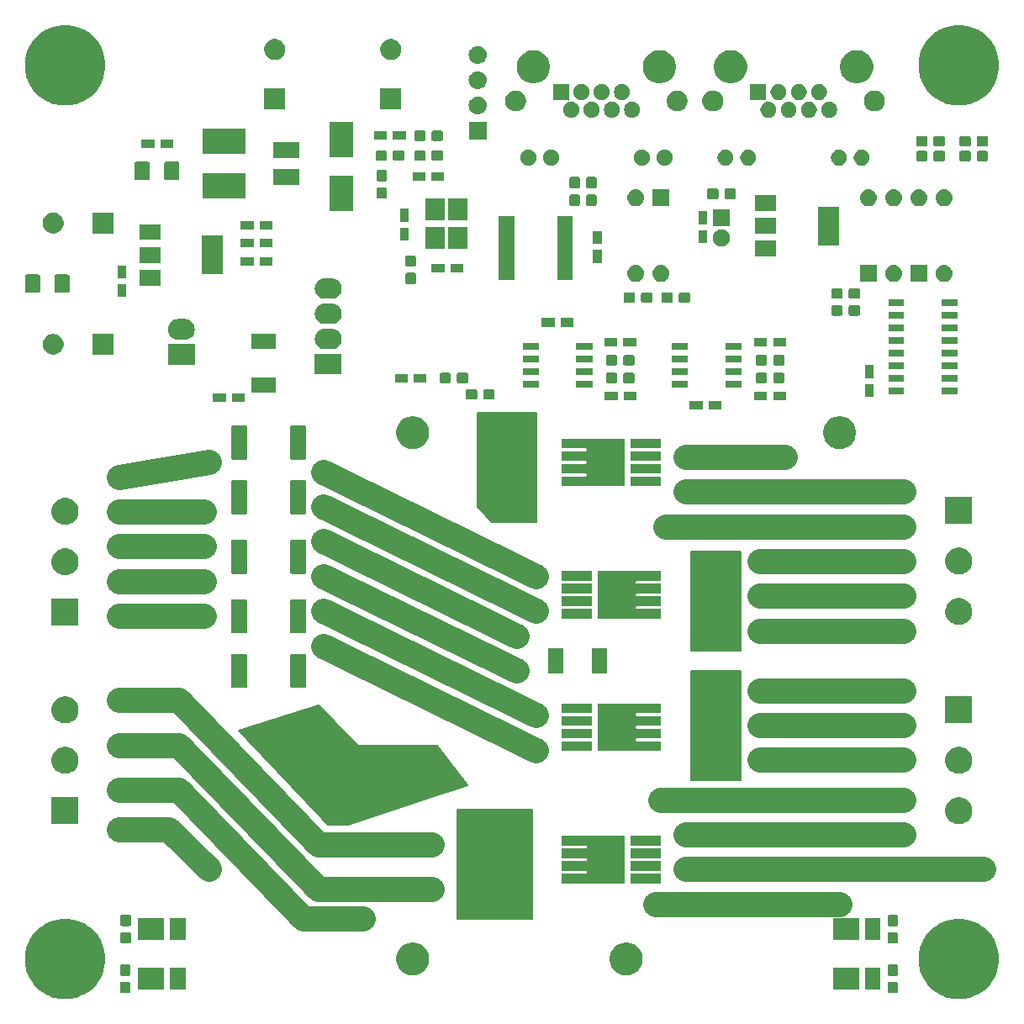
<source format=gbr>
G04 #@! TF.GenerationSoftware,KiCad,Pcbnew,(5.0.1)*
G04 #@! TF.CreationDate,2019-01-31T10:54:59+09:00*
G04 #@! TF.ProjectId,driver,6472697665722E6B696361645F706362,rev?*
G04 #@! TF.SameCoordinates,Original*
G04 #@! TF.FileFunction,Soldermask,Top*
G04 #@! TF.FilePolarity,Negative*
%FSLAX46Y46*%
G04 Gerber Fmt 4.6, Leading zero omitted, Abs format (unit mm)*
G04 Created by KiCad (PCBNEW (5.0.1)) date Thu Jan 31 10:54:59 2019*
%MOMM*%
%LPD*%
G01*
G04 APERTURE LIST*
%ADD10C,0.150000*%
%ADD11C,2.500000*%
G04 #@! TA.AperFunction,NonConductor*
%ADD12C,0.100000*%
G04 #@! TD*
G04 APERTURE END LIST*
D10*
G36*
X138000000Y-121000000D02*
X143000000Y-121000000D01*
X143000000Y-132000000D01*
X138000000Y-132000000D01*
X138000000Y-121000000D01*
G37*
X138000000Y-121000000D02*
X143000000Y-121000000D01*
X143000000Y-132000000D01*
X138000000Y-132000000D01*
X138000000Y-121000000D01*
G36*
X138000000Y-109000000D02*
X142500000Y-109000000D01*
X143000000Y-109000000D01*
X143000000Y-119000000D01*
X138000000Y-119000000D01*
X138000000Y-109000000D01*
G37*
X138000000Y-109000000D02*
X142500000Y-109000000D01*
X143000000Y-109000000D01*
X143000000Y-119000000D01*
X138000000Y-119000000D01*
X138000000Y-109000000D01*
G36*
X114500000Y-135000000D02*
X114500000Y-146000000D01*
X122000000Y-146000000D01*
X122000000Y-135000000D01*
X114500000Y-135000000D01*
G37*
X114500000Y-135000000D02*
X114500000Y-146000000D01*
X122000000Y-146000000D01*
X122000000Y-135000000D01*
X114500000Y-135000000D01*
D11*
X137500000Y-99500000D02*
X147500000Y-99500000D01*
X137500000Y-103000000D02*
X159500000Y-103000000D01*
X135500000Y-106500000D02*
X159500000Y-106500000D01*
X134500000Y-144500000D02*
X153000000Y-144500000D01*
X167500000Y-141000000D02*
X137500000Y-141000000D01*
X137500000Y-137500000D02*
X159500000Y-137500000D01*
X135000000Y-134000000D02*
X159500000Y-134000000D01*
X145000000Y-130000000D02*
X159500000Y-130000000D01*
X145000000Y-126500000D02*
X159500000Y-126500000D01*
X145000000Y-123000000D02*
X159500000Y-123000000D01*
X145000000Y-117000000D02*
X159500000Y-117000000D01*
X145000000Y-113500000D02*
X159500000Y-113500000D01*
X145000000Y-110000000D02*
X159500000Y-110000000D01*
D10*
G36*
X116500000Y-95000000D02*
X116500000Y-104500000D01*
X118000000Y-106000000D01*
X122500000Y-106000000D01*
X122500000Y-95000000D01*
X116500000Y-95000000D01*
G37*
X116500000Y-95000000D02*
X116500000Y-104500000D01*
X118000000Y-106000000D01*
X122500000Y-106000000D01*
X122500000Y-95000000D01*
X116500000Y-95000000D01*
G36*
X92500000Y-127000000D02*
X101500000Y-136500000D01*
X103500000Y-136500000D01*
X115500000Y-132500000D01*
X112500000Y-128500000D01*
X104500000Y-128500000D01*
X100500000Y-124500000D01*
X92500000Y-127000000D01*
G37*
X92500000Y-127000000D02*
X101500000Y-136500000D01*
X103500000Y-136500000D01*
X115500000Y-132500000D01*
X112500000Y-128500000D01*
X104500000Y-128500000D01*
X100500000Y-124500000D01*
X92500000Y-127000000D01*
D11*
X85500000Y-137000000D02*
X89500000Y-141000000D01*
X80500000Y-137000000D02*
X85500000Y-137000000D01*
X86500000Y-133000000D02*
X80500000Y-133000000D01*
X86500000Y-128500000D02*
X80500000Y-128500000D01*
X99000000Y-146000000D02*
X105000000Y-146000000D01*
X100500000Y-143000000D02*
X112000000Y-143000000D01*
X86500000Y-133000000D02*
X99000000Y-146000000D01*
X86500000Y-128500000D02*
X100500000Y-143000000D01*
X100500000Y-138500000D02*
X112000000Y-138500000D01*
X86500000Y-124000000D02*
X100500000Y-138500000D01*
X80500000Y-124000000D02*
X86500000Y-124000000D01*
X80500000Y-115500000D02*
X89000000Y-115500000D01*
X80500000Y-112000000D02*
X89000000Y-112000000D01*
X80500000Y-108500000D02*
X89000000Y-108500000D01*
X89500000Y-100000000D02*
X80500000Y-101500000D01*
X80500000Y-105000000D02*
X89000000Y-105000000D01*
X122500000Y-129000000D02*
X101000000Y-118500000D01*
X122500000Y-125500000D02*
X101000000Y-115000000D01*
X120500000Y-121000000D02*
X101000000Y-111500000D01*
X120500000Y-117500000D02*
X101000000Y-108000000D01*
X122500000Y-115000000D02*
X101000000Y-104500000D01*
X122500000Y-111500000D02*
X101000000Y-101000000D01*
D12*
G36*
X166181632Y-146104677D02*
X166613495Y-146283561D01*
X166918868Y-146410050D01*
X167354305Y-146701000D01*
X167582365Y-146853385D01*
X168146615Y-147417635D01*
X168146617Y-147417638D01*
X168589950Y-148081132D01*
X168634216Y-148188000D01*
X168895323Y-148818368D01*
X169051000Y-149601010D01*
X169051000Y-150398990D01*
X168895323Y-151181632D01*
X168731559Y-151576993D01*
X168589950Y-151918868D01*
X168257853Y-152415885D01*
X168146615Y-152582365D01*
X167582365Y-153146615D01*
X167582362Y-153146617D01*
X166918868Y-153589950D01*
X166613495Y-153716439D01*
X166181632Y-153895323D01*
X165398990Y-154051000D01*
X164601010Y-154051000D01*
X163818368Y-153895323D01*
X163386505Y-153716439D01*
X163081132Y-153589950D01*
X162417638Y-153146617D01*
X162417635Y-153146615D01*
X161853385Y-152582365D01*
X161742147Y-152415885D01*
X161410050Y-151918868D01*
X161268441Y-151576993D01*
X161104677Y-151181632D01*
X160949000Y-150398990D01*
X160949000Y-149601010D01*
X161104677Y-148818368D01*
X161365784Y-148188000D01*
X161410050Y-148081132D01*
X161853383Y-147417638D01*
X161853385Y-147417635D01*
X162417635Y-146853385D01*
X162645695Y-146701000D01*
X163081132Y-146410050D01*
X163386505Y-146283561D01*
X163818368Y-146104677D01*
X164601010Y-145949000D01*
X165398990Y-145949000D01*
X166181632Y-146104677D01*
X166181632Y-146104677D01*
G37*
G36*
X76181632Y-146104677D02*
X76613495Y-146283561D01*
X76918868Y-146410050D01*
X77354305Y-146701000D01*
X77582365Y-146853385D01*
X78146615Y-147417635D01*
X78146617Y-147417638D01*
X78589950Y-148081132D01*
X78634216Y-148188000D01*
X78895323Y-148818368D01*
X79051000Y-149601010D01*
X79051000Y-150398990D01*
X78895323Y-151181632D01*
X78731559Y-151576993D01*
X78589950Y-151918868D01*
X78257853Y-152415885D01*
X78146615Y-152582365D01*
X77582365Y-153146615D01*
X77582362Y-153146617D01*
X76918868Y-153589950D01*
X76613495Y-153716439D01*
X76181632Y-153895323D01*
X75398990Y-154051000D01*
X74601010Y-154051000D01*
X73818368Y-153895323D01*
X73386505Y-153716439D01*
X73081132Y-153589950D01*
X72417638Y-153146617D01*
X72417635Y-153146615D01*
X71853385Y-152582365D01*
X71742147Y-152415885D01*
X71410050Y-151918868D01*
X71268441Y-151576993D01*
X71104677Y-151181632D01*
X70949000Y-150398990D01*
X70949000Y-149601010D01*
X71104677Y-148818368D01*
X71365784Y-148188000D01*
X71410050Y-148081132D01*
X71853383Y-147417638D01*
X71853385Y-147417635D01*
X72417635Y-146853385D01*
X72645695Y-146701000D01*
X73081132Y-146410050D01*
X73386505Y-146283561D01*
X73818368Y-146104677D01*
X74601010Y-145949000D01*
X75398990Y-145949000D01*
X76181632Y-146104677D01*
X76181632Y-146104677D01*
G37*
G36*
X81414499Y-152303445D02*
X81451993Y-152314819D01*
X81486557Y-152333294D01*
X81516847Y-152358153D01*
X81541706Y-152388443D01*
X81560181Y-152423007D01*
X81571555Y-152460501D01*
X81576000Y-152505638D01*
X81576000Y-153244362D01*
X81571555Y-153289499D01*
X81560181Y-153326993D01*
X81541706Y-153361557D01*
X81516847Y-153391847D01*
X81486557Y-153416706D01*
X81451993Y-153435181D01*
X81414499Y-153446555D01*
X81369362Y-153451000D01*
X80730638Y-153451000D01*
X80685501Y-153446555D01*
X80648007Y-153435181D01*
X80613443Y-153416706D01*
X80583153Y-153391847D01*
X80558294Y-153361557D01*
X80539819Y-153326993D01*
X80528445Y-153289499D01*
X80524000Y-153244362D01*
X80524000Y-152505638D01*
X80528445Y-152460501D01*
X80539819Y-152423007D01*
X80558294Y-152388443D01*
X80583153Y-152358153D01*
X80613443Y-152333294D01*
X80648007Y-152314819D01*
X80685501Y-152303445D01*
X80730638Y-152299000D01*
X81369362Y-152299000D01*
X81414499Y-152303445D01*
X81414499Y-152303445D01*
G37*
G36*
X158714499Y-152303445D02*
X158751993Y-152314819D01*
X158786557Y-152333294D01*
X158816847Y-152358153D01*
X158841706Y-152388443D01*
X158860181Y-152423007D01*
X158871555Y-152460501D01*
X158876000Y-152505638D01*
X158876000Y-153244362D01*
X158871555Y-153289499D01*
X158860181Y-153326993D01*
X158841706Y-153361557D01*
X158816847Y-153391847D01*
X158786557Y-153416706D01*
X158751993Y-153435181D01*
X158714499Y-153446555D01*
X158669362Y-153451000D01*
X158030638Y-153451000D01*
X157985501Y-153446555D01*
X157948007Y-153435181D01*
X157913443Y-153416706D01*
X157883153Y-153391847D01*
X157858294Y-153361557D01*
X157839819Y-153326993D01*
X157828445Y-153289499D01*
X157824000Y-153244362D01*
X157824000Y-152505638D01*
X157828445Y-152460501D01*
X157839819Y-152423007D01*
X157858294Y-152388443D01*
X157883153Y-152358153D01*
X157913443Y-152333294D01*
X157948007Y-152314819D01*
X157985501Y-152303445D01*
X158030638Y-152299000D01*
X158669362Y-152299000D01*
X158714499Y-152303445D01*
X158714499Y-152303445D01*
G37*
G36*
X157131000Y-153101000D02*
X155529000Y-153101000D01*
X155529000Y-150899000D01*
X157131000Y-150899000D01*
X157131000Y-153101000D01*
X157131000Y-153101000D01*
G37*
G36*
X154971000Y-153101000D02*
X152369000Y-153101000D01*
X152369000Y-150899000D01*
X154971000Y-150899000D01*
X154971000Y-153101000D01*
X154971000Y-153101000D01*
G37*
G36*
X84971000Y-153101000D02*
X82369000Y-153101000D01*
X82369000Y-150899000D01*
X84971000Y-150899000D01*
X84971000Y-153101000D01*
X84971000Y-153101000D01*
G37*
G36*
X87131000Y-153101000D02*
X85529000Y-153101000D01*
X85529000Y-150899000D01*
X87131000Y-150899000D01*
X87131000Y-153101000D01*
X87131000Y-153101000D01*
G37*
G36*
X158714499Y-150553445D02*
X158751993Y-150564819D01*
X158786557Y-150583294D01*
X158816847Y-150608153D01*
X158841706Y-150638443D01*
X158860181Y-150673007D01*
X158871555Y-150710501D01*
X158876000Y-150755638D01*
X158876000Y-151494362D01*
X158871555Y-151539499D01*
X158860181Y-151576993D01*
X158841706Y-151611557D01*
X158816847Y-151641847D01*
X158786557Y-151666706D01*
X158751993Y-151685181D01*
X158714499Y-151696555D01*
X158669362Y-151701000D01*
X158030638Y-151701000D01*
X157985501Y-151696555D01*
X157948007Y-151685181D01*
X157913443Y-151666706D01*
X157883153Y-151641847D01*
X157858294Y-151611557D01*
X157839819Y-151576993D01*
X157828445Y-151539499D01*
X157824000Y-151494362D01*
X157824000Y-150755638D01*
X157828445Y-150710501D01*
X157839819Y-150673007D01*
X157858294Y-150638443D01*
X157883153Y-150608153D01*
X157913443Y-150583294D01*
X157948007Y-150564819D01*
X157985501Y-150553445D01*
X158030638Y-150549000D01*
X158669362Y-150549000D01*
X158714499Y-150553445D01*
X158714499Y-150553445D01*
G37*
G36*
X81414499Y-150553445D02*
X81451993Y-150564819D01*
X81486557Y-150583294D01*
X81516847Y-150608153D01*
X81541706Y-150638443D01*
X81560181Y-150673007D01*
X81571555Y-150710501D01*
X81576000Y-150755638D01*
X81576000Y-151494362D01*
X81571555Y-151539499D01*
X81560181Y-151576993D01*
X81541706Y-151611557D01*
X81516847Y-151641847D01*
X81486557Y-151666706D01*
X81451993Y-151685181D01*
X81414499Y-151696555D01*
X81369362Y-151701000D01*
X80730638Y-151701000D01*
X80685501Y-151696555D01*
X80648007Y-151685181D01*
X80613443Y-151666706D01*
X80583153Y-151641847D01*
X80558294Y-151611557D01*
X80539819Y-151576993D01*
X80528445Y-151539499D01*
X80524000Y-151494362D01*
X80524000Y-150755638D01*
X80528445Y-150710501D01*
X80539819Y-150673007D01*
X80558294Y-150638443D01*
X80583153Y-150608153D01*
X80613443Y-150583294D01*
X80648007Y-150564819D01*
X80685501Y-150553445D01*
X80730638Y-150549000D01*
X81369362Y-150549000D01*
X81414499Y-150553445D01*
X81414499Y-150553445D01*
G37*
G36*
X131875256Y-148391298D02*
X131981579Y-148412447D01*
X132282042Y-148536903D01*
X132548852Y-148715180D01*
X132552454Y-148717587D01*
X132782413Y-148947546D01*
X132782415Y-148947549D01*
X132963097Y-149217958D01*
X133087553Y-149518421D01*
X133151000Y-149837391D01*
X133151000Y-150162609D01*
X133087553Y-150481579D01*
X132963097Y-150782042D01*
X132884948Y-150899000D01*
X132782413Y-151052454D01*
X132552454Y-151282413D01*
X132552451Y-151282415D01*
X132282042Y-151463097D01*
X131981579Y-151587553D01*
X131875256Y-151608702D01*
X131662611Y-151651000D01*
X131337389Y-151651000D01*
X131124744Y-151608702D01*
X131018421Y-151587553D01*
X130717958Y-151463097D01*
X130447549Y-151282415D01*
X130447546Y-151282413D01*
X130217587Y-151052454D01*
X130115052Y-150899000D01*
X130036903Y-150782042D01*
X129912447Y-150481579D01*
X129849000Y-150162609D01*
X129849000Y-149837391D01*
X129912447Y-149518421D01*
X130036903Y-149217958D01*
X130217585Y-148947549D01*
X130217587Y-148947546D01*
X130447546Y-148717587D01*
X130451148Y-148715180D01*
X130717958Y-148536903D01*
X131018421Y-148412447D01*
X131124744Y-148391298D01*
X131337389Y-148349000D01*
X131662611Y-148349000D01*
X131875256Y-148391298D01*
X131875256Y-148391298D01*
G37*
G36*
X110375256Y-148391298D02*
X110481579Y-148412447D01*
X110782042Y-148536903D01*
X111048852Y-148715180D01*
X111052454Y-148717587D01*
X111282413Y-148947546D01*
X111282415Y-148947549D01*
X111463097Y-149217958D01*
X111587553Y-149518421D01*
X111651000Y-149837391D01*
X111651000Y-150162609D01*
X111587553Y-150481579D01*
X111463097Y-150782042D01*
X111384948Y-150899000D01*
X111282413Y-151052454D01*
X111052454Y-151282413D01*
X111052451Y-151282415D01*
X110782042Y-151463097D01*
X110481579Y-151587553D01*
X110375256Y-151608702D01*
X110162611Y-151651000D01*
X109837389Y-151651000D01*
X109624744Y-151608702D01*
X109518421Y-151587553D01*
X109217958Y-151463097D01*
X108947549Y-151282415D01*
X108947546Y-151282413D01*
X108717587Y-151052454D01*
X108615052Y-150899000D01*
X108536903Y-150782042D01*
X108412447Y-150481579D01*
X108349000Y-150162609D01*
X108349000Y-149837391D01*
X108412447Y-149518421D01*
X108536903Y-149217958D01*
X108717585Y-148947549D01*
X108717587Y-148947546D01*
X108947546Y-148717587D01*
X108951148Y-148715180D01*
X109217958Y-148536903D01*
X109518421Y-148412447D01*
X109624744Y-148391298D01*
X109837389Y-148349000D01*
X110162611Y-148349000D01*
X110375256Y-148391298D01*
X110375256Y-148391298D01*
G37*
G36*
X81464499Y-147303445D02*
X81501993Y-147314819D01*
X81536557Y-147333294D01*
X81566847Y-147358153D01*
X81591706Y-147388443D01*
X81610181Y-147423007D01*
X81621555Y-147460501D01*
X81626000Y-147505638D01*
X81626000Y-148244362D01*
X81621555Y-148289499D01*
X81610181Y-148326993D01*
X81591706Y-148361557D01*
X81566847Y-148391847D01*
X81536557Y-148416706D01*
X81501993Y-148435181D01*
X81464499Y-148446555D01*
X81419362Y-148451000D01*
X80780638Y-148451000D01*
X80735501Y-148446555D01*
X80698007Y-148435181D01*
X80663443Y-148416706D01*
X80633153Y-148391847D01*
X80608294Y-148361557D01*
X80589819Y-148326993D01*
X80578445Y-148289499D01*
X80574000Y-148244362D01*
X80574000Y-147505638D01*
X80578445Y-147460501D01*
X80589819Y-147423007D01*
X80608294Y-147388443D01*
X80633153Y-147358153D01*
X80663443Y-147333294D01*
X80698007Y-147314819D01*
X80735501Y-147303445D01*
X80780638Y-147299000D01*
X81419362Y-147299000D01*
X81464499Y-147303445D01*
X81464499Y-147303445D01*
G37*
G36*
X158714499Y-147303445D02*
X158751993Y-147314819D01*
X158786557Y-147333294D01*
X158816847Y-147358153D01*
X158841706Y-147388443D01*
X158860181Y-147423007D01*
X158871555Y-147460501D01*
X158876000Y-147505638D01*
X158876000Y-148244362D01*
X158871555Y-148289499D01*
X158860181Y-148326993D01*
X158841706Y-148361557D01*
X158816847Y-148391847D01*
X158786557Y-148416706D01*
X158751993Y-148435181D01*
X158714499Y-148446555D01*
X158669362Y-148451000D01*
X158030638Y-148451000D01*
X157985501Y-148446555D01*
X157948007Y-148435181D01*
X157913443Y-148416706D01*
X157883153Y-148391847D01*
X157858294Y-148361557D01*
X157839819Y-148326993D01*
X157828445Y-148289499D01*
X157824000Y-148244362D01*
X157824000Y-147505638D01*
X157828445Y-147460501D01*
X157839819Y-147423007D01*
X157858294Y-147388443D01*
X157883153Y-147358153D01*
X157913443Y-147333294D01*
X157948007Y-147314819D01*
X157985501Y-147303445D01*
X158030638Y-147299000D01*
X158669362Y-147299000D01*
X158714499Y-147303445D01*
X158714499Y-147303445D01*
G37*
G36*
X154971000Y-148101000D02*
X152369000Y-148101000D01*
X152369000Y-145899000D01*
X154971000Y-145899000D01*
X154971000Y-148101000D01*
X154971000Y-148101000D01*
G37*
G36*
X84971000Y-148101000D02*
X82369000Y-148101000D01*
X82369000Y-145899000D01*
X84971000Y-145899000D01*
X84971000Y-148101000D01*
X84971000Y-148101000D01*
G37*
G36*
X87131000Y-148101000D02*
X85529000Y-148101000D01*
X85529000Y-145899000D01*
X87131000Y-145899000D01*
X87131000Y-148101000D01*
X87131000Y-148101000D01*
G37*
G36*
X157131000Y-148101000D02*
X155529000Y-148101000D01*
X155529000Y-145899000D01*
X157131000Y-145899000D01*
X157131000Y-148101000D01*
X157131000Y-148101000D01*
G37*
G36*
X158714499Y-145553445D02*
X158751993Y-145564819D01*
X158786557Y-145583294D01*
X158816847Y-145608153D01*
X158841706Y-145638443D01*
X158860181Y-145673007D01*
X158871555Y-145710501D01*
X158876000Y-145755638D01*
X158876000Y-146494362D01*
X158871555Y-146539499D01*
X158860181Y-146576993D01*
X158841706Y-146611557D01*
X158816847Y-146641847D01*
X158786557Y-146666706D01*
X158751993Y-146685181D01*
X158714499Y-146696555D01*
X158669362Y-146701000D01*
X158030638Y-146701000D01*
X157985501Y-146696555D01*
X157948007Y-146685181D01*
X157913443Y-146666706D01*
X157883153Y-146641847D01*
X157858294Y-146611557D01*
X157839819Y-146576993D01*
X157828445Y-146539499D01*
X157824000Y-146494362D01*
X157824000Y-145755638D01*
X157828445Y-145710501D01*
X157839819Y-145673007D01*
X157858294Y-145638443D01*
X157883153Y-145608153D01*
X157913443Y-145583294D01*
X157948007Y-145564819D01*
X157985501Y-145553445D01*
X158030638Y-145549000D01*
X158669362Y-145549000D01*
X158714499Y-145553445D01*
X158714499Y-145553445D01*
G37*
G36*
X81464499Y-145553445D02*
X81501993Y-145564819D01*
X81536557Y-145583294D01*
X81566847Y-145608153D01*
X81591706Y-145638443D01*
X81610181Y-145673007D01*
X81621555Y-145710501D01*
X81626000Y-145755638D01*
X81626000Y-146494362D01*
X81621555Y-146539499D01*
X81610181Y-146576993D01*
X81591706Y-146611557D01*
X81566847Y-146641847D01*
X81536557Y-146666706D01*
X81501993Y-146685181D01*
X81464499Y-146696555D01*
X81419362Y-146701000D01*
X80780638Y-146701000D01*
X80735501Y-146696555D01*
X80698007Y-146685181D01*
X80663443Y-146666706D01*
X80633153Y-146641847D01*
X80608294Y-146611557D01*
X80589819Y-146576993D01*
X80578445Y-146539499D01*
X80574000Y-146494362D01*
X80574000Y-145755638D01*
X80578445Y-145710501D01*
X80589819Y-145673007D01*
X80608294Y-145638443D01*
X80633153Y-145608153D01*
X80663443Y-145583294D01*
X80698007Y-145564819D01*
X80735501Y-145553445D01*
X80780638Y-145549000D01*
X81419362Y-145549000D01*
X81464499Y-145553445D01*
X81464499Y-145553445D01*
G37*
G36*
X131376000Y-142401000D02*
X127466452Y-142401000D01*
X127446835Y-142390515D01*
X127423386Y-142383402D01*
X127399000Y-142381000D01*
X124974000Y-142381000D01*
X124974000Y-141429000D01*
X127399000Y-141429000D01*
X127423386Y-141426598D01*
X127446835Y-141419485D01*
X127468446Y-141407934D01*
X127487388Y-141392388D01*
X127502934Y-141373446D01*
X127514485Y-141351835D01*
X127521598Y-141328386D01*
X127524000Y-141304000D01*
X127524000Y-141236000D01*
X127521598Y-141211614D01*
X127514485Y-141188165D01*
X127502934Y-141166554D01*
X127487388Y-141147612D01*
X127468446Y-141132066D01*
X127446835Y-141120515D01*
X127423386Y-141113402D01*
X127399000Y-141111000D01*
X124974000Y-141111000D01*
X124974000Y-140159000D01*
X127399000Y-140159000D01*
X127423386Y-140156598D01*
X127446835Y-140149485D01*
X127468446Y-140137934D01*
X127487388Y-140122388D01*
X127502934Y-140103446D01*
X127514485Y-140081835D01*
X127521598Y-140058386D01*
X127524000Y-140034000D01*
X127524000Y-139966000D01*
X127521598Y-139941614D01*
X127514485Y-139918165D01*
X127502934Y-139896554D01*
X127487388Y-139877612D01*
X127468446Y-139862066D01*
X127446835Y-139850515D01*
X127423386Y-139843402D01*
X127399000Y-139841000D01*
X124974000Y-139841000D01*
X124974000Y-138889000D01*
X127399000Y-138889000D01*
X127423386Y-138886598D01*
X127446835Y-138879485D01*
X127468446Y-138867934D01*
X127487388Y-138852388D01*
X127502934Y-138833446D01*
X127514485Y-138811835D01*
X127521598Y-138788386D01*
X127524000Y-138764000D01*
X127524000Y-138696000D01*
X127521598Y-138671614D01*
X127514485Y-138648165D01*
X127502934Y-138626554D01*
X127487388Y-138607612D01*
X127468446Y-138592066D01*
X127446835Y-138580515D01*
X127423386Y-138573402D01*
X127399000Y-138571000D01*
X124974000Y-138571000D01*
X124974000Y-137619000D01*
X127399000Y-137619000D01*
X127423386Y-137616598D01*
X127446835Y-137609485D01*
X127466452Y-137599000D01*
X131376000Y-137599000D01*
X131376000Y-142401000D01*
X131376000Y-142401000D01*
G37*
G36*
X135026000Y-142381000D02*
X131974000Y-142381000D01*
X131974000Y-141429000D01*
X135026000Y-141429000D01*
X135026000Y-142381000D01*
X135026000Y-142381000D01*
G37*
G36*
X135026000Y-141111000D02*
X131974000Y-141111000D01*
X131974000Y-140159000D01*
X135026000Y-140159000D01*
X135026000Y-141111000D01*
X135026000Y-141111000D01*
G37*
G36*
X135026000Y-139841000D02*
X131974000Y-139841000D01*
X131974000Y-138889000D01*
X135026000Y-138889000D01*
X135026000Y-139841000D01*
X135026000Y-139841000D01*
G37*
G36*
X135026000Y-138571000D02*
X131974000Y-138571000D01*
X131974000Y-137619000D01*
X135026000Y-137619000D01*
X135026000Y-138571000D01*
X135026000Y-138571000D01*
G37*
G36*
X165263567Y-133754959D02*
X165394072Y-133780918D01*
X165639939Y-133882759D01*
X165860464Y-134030110D01*
X165861215Y-134030612D01*
X166049388Y-134218785D01*
X166049390Y-134218788D01*
X166197241Y-134440061D01*
X166299082Y-134685928D01*
X166351000Y-134946938D01*
X166351000Y-135213062D01*
X166299082Y-135474072D01*
X166197241Y-135719939D01*
X166049890Y-135940464D01*
X166049388Y-135941215D01*
X165861215Y-136129388D01*
X165861212Y-136129390D01*
X165639939Y-136277241D01*
X165394072Y-136379082D01*
X165263567Y-136405041D01*
X165133063Y-136431000D01*
X164866937Y-136431000D01*
X164736433Y-136405041D01*
X164605928Y-136379082D01*
X164360061Y-136277241D01*
X164138788Y-136129390D01*
X164138785Y-136129388D01*
X163950612Y-135941215D01*
X163950110Y-135940464D01*
X163802759Y-135719939D01*
X163700918Y-135474072D01*
X163649000Y-135213062D01*
X163649000Y-134946938D01*
X163700918Y-134685928D01*
X163802759Y-134440061D01*
X163950610Y-134218788D01*
X163950612Y-134218785D01*
X164138785Y-134030612D01*
X164139536Y-134030110D01*
X164360061Y-133882759D01*
X164605928Y-133780918D01*
X164736433Y-133754959D01*
X164866937Y-133729000D01*
X165133063Y-133729000D01*
X165263567Y-133754959D01*
X165263567Y-133754959D01*
G37*
G36*
X76351000Y-136431000D02*
X73649000Y-136431000D01*
X73649000Y-133729000D01*
X76351000Y-133729000D01*
X76351000Y-136431000D01*
X76351000Y-136431000D01*
G37*
G36*
X165263567Y-128674959D02*
X165394072Y-128700918D01*
X165639939Y-128802759D01*
X165860464Y-128950110D01*
X165861215Y-128950612D01*
X166049388Y-129138785D01*
X166049390Y-129138788D01*
X166197241Y-129360061D01*
X166299082Y-129605928D01*
X166351000Y-129866938D01*
X166351000Y-130133062D01*
X166299082Y-130394072D01*
X166197241Y-130639939D01*
X166049890Y-130860464D01*
X166049388Y-130861215D01*
X165861215Y-131049388D01*
X165861212Y-131049390D01*
X165639939Y-131197241D01*
X165394072Y-131299082D01*
X165263567Y-131325041D01*
X165133063Y-131351000D01*
X164866937Y-131351000D01*
X164736433Y-131325041D01*
X164605928Y-131299082D01*
X164360061Y-131197241D01*
X164138788Y-131049390D01*
X164138785Y-131049388D01*
X163950612Y-130861215D01*
X163950110Y-130860464D01*
X163802759Y-130639939D01*
X163700918Y-130394072D01*
X163649000Y-130133062D01*
X163649000Y-129866938D01*
X163700918Y-129605928D01*
X163802759Y-129360061D01*
X163950610Y-129138788D01*
X163950612Y-129138785D01*
X164138785Y-128950612D01*
X164139536Y-128950110D01*
X164360061Y-128802759D01*
X164605928Y-128700918D01*
X164736433Y-128674959D01*
X164866937Y-128649000D01*
X165133063Y-128649000D01*
X165263567Y-128674959D01*
X165263567Y-128674959D01*
G37*
G36*
X75263567Y-128674959D02*
X75394072Y-128700918D01*
X75639939Y-128802759D01*
X75860464Y-128950110D01*
X75861215Y-128950612D01*
X76049388Y-129138785D01*
X76049390Y-129138788D01*
X76197241Y-129360061D01*
X76299082Y-129605928D01*
X76351000Y-129866938D01*
X76351000Y-130133062D01*
X76299082Y-130394072D01*
X76197241Y-130639939D01*
X76049890Y-130860464D01*
X76049388Y-130861215D01*
X75861215Y-131049388D01*
X75861212Y-131049390D01*
X75639939Y-131197241D01*
X75394072Y-131299082D01*
X75263567Y-131325041D01*
X75133063Y-131351000D01*
X74866937Y-131351000D01*
X74736433Y-131325041D01*
X74605928Y-131299082D01*
X74360061Y-131197241D01*
X74138788Y-131049390D01*
X74138785Y-131049388D01*
X73950612Y-130861215D01*
X73950110Y-130860464D01*
X73802759Y-130639939D01*
X73700918Y-130394072D01*
X73649000Y-130133062D01*
X73649000Y-129866938D01*
X73700918Y-129605928D01*
X73802759Y-129360061D01*
X73950610Y-129138788D01*
X73950612Y-129138785D01*
X74138785Y-128950612D01*
X74139536Y-128950110D01*
X74360061Y-128802759D01*
X74605928Y-128700918D01*
X74736433Y-128674959D01*
X74866937Y-128649000D01*
X75133063Y-128649000D01*
X75263567Y-128674959D01*
X75263567Y-128674959D01*
G37*
G36*
X132553165Y-124276185D02*
X132576614Y-124283298D01*
X132601000Y-124285700D01*
X135026000Y-124285700D01*
X135026000Y-125237700D01*
X132601000Y-125237700D01*
X132576614Y-125240102D01*
X132553165Y-125247215D01*
X132531554Y-125258766D01*
X132512612Y-125274312D01*
X132497066Y-125293254D01*
X132485515Y-125314865D01*
X132478402Y-125338314D01*
X132476000Y-125362700D01*
X132476000Y-125430700D01*
X132478402Y-125455086D01*
X132485515Y-125478535D01*
X132497066Y-125500146D01*
X132512612Y-125519088D01*
X132531554Y-125534634D01*
X132553165Y-125546185D01*
X132576614Y-125553298D01*
X132601000Y-125555700D01*
X135026000Y-125555700D01*
X135026000Y-126507700D01*
X132601000Y-126507700D01*
X132576614Y-126510102D01*
X132553165Y-126517215D01*
X132531554Y-126528766D01*
X132512612Y-126544312D01*
X132497066Y-126563254D01*
X132485515Y-126584865D01*
X132478402Y-126608314D01*
X132476000Y-126632700D01*
X132476000Y-126700700D01*
X132478402Y-126725086D01*
X132485515Y-126748535D01*
X132497066Y-126770146D01*
X132512612Y-126789088D01*
X132531554Y-126804634D01*
X132553165Y-126816185D01*
X132576614Y-126823298D01*
X132601000Y-126825700D01*
X135026000Y-126825700D01*
X135026000Y-127777700D01*
X132601000Y-127777700D01*
X132576614Y-127780102D01*
X132553165Y-127787215D01*
X132531554Y-127798766D01*
X132512612Y-127814312D01*
X132497066Y-127833254D01*
X132485515Y-127854865D01*
X132478402Y-127878314D01*
X132476000Y-127902700D01*
X132476000Y-127970700D01*
X132478402Y-127995086D01*
X132485515Y-128018535D01*
X132497066Y-128040146D01*
X132512612Y-128059088D01*
X132531554Y-128074634D01*
X132553165Y-128086185D01*
X132576614Y-128093298D01*
X132601000Y-128095700D01*
X135026000Y-128095700D01*
X135026000Y-129047700D01*
X132601000Y-129047700D01*
X132576614Y-129050102D01*
X132553165Y-129057215D01*
X132533548Y-129067700D01*
X128624000Y-129067700D01*
X128624000Y-124265700D01*
X132533548Y-124265700D01*
X132553165Y-124276185D01*
X132553165Y-124276185D01*
G37*
G36*
X128026000Y-129047700D02*
X124974000Y-129047700D01*
X124974000Y-128095700D01*
X128026000Y-128095700D01*
X128026000Y-129047700D01*
X128026000Y-129047700D01*
G37*
G36*
X128026000Y-127777700D02*
X124974000Y-127777700D01*
X124974000Y-126825700D01*
X128026000Y-126825700D01*
X128026000Y-127777700D01*
X128026000Y-127777700D01*
G37*
G36*
X128026000Y-126507700D02*
X124974000Y-126507700D01*
X124974000Y-125555700D01*
X128026000Y-125555700D01*
X128026000Y-126507700D01*
X128026000Y-126507700D01*
G37*
G36*
X166351000Y-126271000D02*
X163649000Y-126271000D01*
X163649000Y-123569000D01*
X166351000Y-123569000D01*
X166351000Y-126271000D01*
X166351000Y-126271000D01*
G37*
G36*
X75263567Y-123594959D02*
X75394072Y-123620918D01*
X75639939Y-123722759D01*
X75860464Y-123870110D01*
X75861215Y-123870612D01*
X76049388Y-124058785D01*
X76049390Y-124058788D01*
X76197241Y-124280061D01*
X76299082Y-124525928D01*
X76351000Y-124786938D01*
X76351000Y-125053062D01*
X76299082Y-125314072D01*
X76197241Y-125559939D01*
X76049890Y-125780464D01*
X76049388Y-125781215D01*
X75861215Y-125969388D01*
X75861212Y-125969390D01*
X75639939Y-126117241D01*
X75394072Y-126219082D01*
X75263567Y-126245041D01*
X75133063Y-126271000D01*
X74866937Y-126271000D01*
X74736433Y-126245041D01*
X74605928Y-126219082D01*
X74360061Y-126117241D01*
X74138788Y-125969390D01*
X74138785Y-125969388D01*
X73950612Y-125781215D01*
X73950110Y-125780464D01*
X73802759Y-125559939D01*
X73700918Y-125314072D01*
X73649000Y-125053062D01*
X73649000Y-124786938D01*
X73700918Y-124525928D01*
X73802759Y-124280061D01*
X73950610Y-124058788D01*
X73950612Y-124058785D01*
X74138785Y-123870612D01*
X74139536Y-123870110D01*
X74360061Y-123722759D01*
X74605928Y-123620918D01*
X74736433Y-123594959D01*
X74866937Y-123569000D01*
X75133063Y-123569000D01*
X75263567Y-123594959D01*
X75263567Y-123594959D01*
G37*
G36*
X128026000Y-125237700D02*
X124974000Y-125237700D01*
X124974000Y-124285700D01*
X128026000Y-124285700D01*
X128026000Y-125237700D01*
X128026000Y-125237700D01*
G37*
G36*
X93178821Y-119278103D02*
X93212982Y-119288466D01*
X93244464Y-119305293D01*
X93272060Y-119327940D01*
X93294707Y-119355536D01*
X93311534Y-119387018D01*
X93321897Y-119421179D01*
X93326000Y-119462842D01*
X93326000Y-122537158D01*
X93321897Y-122578821D01*
X93311534Y-122612982D01*
X93294707Y-122644464D01*
X93272060Y-122672060D01*
X93244464Y-122694707D01*
X93212982Y-122711534D01*
X93178821Y-122721897D01*
X93137158Y-122726000D01*
X91887842Y-122726000D01*
X91846179Y-122721897D01*
X91812018Y-122711534D01*
X91780536Y-122694707D01*
X91752940Y-122672060D01*
X91730293Y-122644464D01*
X91713466Y-122612982D01*
X91703103Y-122578821D01*
X91699000Y-122537158D01*
X91699000Y-119462842D01*
X91703103Y-119421179D01*
X91713466Y-119387018D01*
X91730293Y-119355536D01*
X91752940Y-119327940D01*
X91780536Y-119305293D01*
X91812018Y-119288466D01*
X91846179Y-119278103D01*
X91887842Y-119274000D01*
X93137158Y-119274000D01*
X93178821Y-119278103D01*
X93178821Y-119278103D01*
G37*
G36*
X99153821Y-119278103D02*
X99187982Y-119288466D01*
X99219464Y-119305293D01*
X99247060Y-119327940D01*
X99269707Y-119355536D01*
X99286534Y-119387018D01*
X99296897Y-119421179D01*
X99301000Y-119462842D01*
X99301000Y-122537158D01*
X99296897Y-122578821D01*
X99286534Y-122612982D01*
X99269707Y-122644464D01*
X99247060Y-122672060D01*
X99219464Y-122694707D01*
X99187982Y-122711534D01*
X99153821Y-122721897D01*
X99112158Y-122726000D01*
X97862842Y-122726000D01*
X97821179Y-122721897D01*
X97787018Y-122711534D01*
X97755536Y-122694707D01*
X97727940Y-122672060D01*
X97705293Y-122644464D01*
X97688466Y-122612982D01*
X97678103Y-122578821D01*
X97674000Y-122537158D01*
X97674000Y-119462842D01*
X97678103Y-119421179D01*
X97688466Y-119387018D01*
X97705293Y-119355536D01*
X97727940Y-119327940D01*
X97755536Y-119305293D01*
X97787018Y-119288466D01*
X97821179Y-119278103D01*
X97862842Y-119274000D01*
X99112158Y-119274000D01*
X99153821Y-119278103D01*
X99153821Y-119278103D01*
G37*
G36*
X129576000Y-121250950D02*
X128024000Y-121250950D01*
X128024000Y-118748950D01*
X129576000Y-118748950D01*
X129576000Y-121250950D01*
X129576000Y-121250950D01*
G37*
G36*
X125176000Y-121250950D02*
X123624000Y-121250950D01*
X123624000Y-118748950D01*
X125176000Y-118748950D01*
X125176000Y-121250950D01*
X125176000Y-121250950D01*
G37*
G36*
X93178821Y-113778103D02*
X93212982Y-113788466D01*
X93244464Y-113805293D01*
X93272060Y-113827940D01*
X93294707Y-113855536D01*
X93311534Y-113887018D01*
X93321897Y-113921179D01*
X93326000Y-113962842D01*
X93326000Y-117037158D01*
X93321897Y-117078821D01*
X93311534Y-117112982D01*
X93294707Y-117144464D01*
X93272060Y-117172060D01*
X93244464Y-117194707D01*
X93212982Y-117211534D01*
X93178821Y-117221897D01*
X93137158Y-117226000D01*
X91887842Y-117226000D01*
X91846179Y-117221897D01*
X91812018Y-117211534D01*
X91780536Y-117194707D01*
X91752940Y-117172060D01*
X91730293Y-117144464D01*
X91713466Y-117112982D01*
X91703103Y-117078821D01*
X91699000Y-117037158D01*
X91699000Y-113962842D01*
X91703103Y-113921179D01*
X91713466Y-113887018D01*
X91730293Y-113855536D01*
X91752940Y-113827940D01*
X91780536Y-113805293D01*
X91812018Y-113788466D01*
X91846179Y-113778103D01*
X91887842Y-113774000D01*
X93137158Y-113774000D01*
X93178821Y-113778103D01*
X93178821Y-113778103D01*
G37*
G36*
X99153821Y-113778103D02*
X99187982Y-113788466D01*
X99219464Y-113805293D01*
X99247060Y-113827940D01*
X99269707Y-113855536D01*
X99286534Y-113887018D01*
X99296897Y-113921179D01*
X99301000Y-113962842D01*
X99301000Y-117037158D01*
X99296897Y-117078821D01*
X99286534Y-117112982D01*
X99269707Y-117144464D01*
X99247060Y-117172060D01*
X99219464Y-117194707D01*
X99187982Y-117211534D01*
X99153821Y-117221897D01*
X99112158Y-117226000D01*
X97862842Y-117226000D01*
X97821179Y-117221897D01*
X97787018Y-117211534D01*
X97755536Y-117194707D01*
X97727940Y-117172060D01*
X97705293Y-117144464D01*
X97688466Y-117112982D01*
X97678103Y-117078821D01*
X97674000Y-117037158D01*
X97674000Y-113962842D01*
X97678103Y-113921179D01*
X97688466Y-113887018D01*
X97705293Y-113855536D01*
X97727940Y-113827940D01*
X97755536Y-113805293D01*
X97787018Y-113788466D01*
X97821179Y-113778103D01*
X97862842Y-113774000D01*
X99112158Y-113774000D01*
X99153821Y-113778103D01*
X99153821Y-113778103D01*
G37*
G36*
X76351000Y-116431000D02*
X73649000Y-116431000D01*
X73649000Y-113729000D01*
X76351000Y-113729000D01*
X76351000Y-116431000D01*
X76351000Y-116431000D01*
G37*
G36*
X165263567Y-113674959D02*
X165394072Y-113700918D01*
X165639939Y-113802759D01*
X165843314Y-113938651D01*
X165861215Y-113950612D01*
X166049388Y-114138785D01*
X166049390Y-114138788D01*
X166197241Y-114360061D01*
X166264096Y-114521465D01*
X166299082Y-114605929D01*
X166329709Y-114759898D01*
X166351000Y-114866938D01*
X166351000Y-115133062D01*
X166299082Y-115394072D01*
X166197241Y-115639939D01*
X166049890Y-115860464D01*
X166049388Y-115861215D01*
X165861215Y-116049388D01*
X165861212Y-116049390D01*
X165639939Y-116197241D01*
X165394072Y-116299082D01*
X165263567Y-116325041D01*
X165133063Y-116351000D01*
X164866937Y-116351000D01*
X164736433Y-116325041D01*
X164605928Y-116299082D01*
X164360061Y-116197241D01*
X164138788Y-116049390D01*
X164138785Y-116049388D01*
X163950612Y-115861215D01*
X163950110Y-115860464D01*
X163802759Y-115639939D01*
X163700918Y-115394072D01*
X163649000Y-115133062D01*
X163649000Y-114866938D01*
X163670292Y-114759898D01*
X163700918Y-114605929D01*
X163735904Y-114521465D01*
X163802759Y-114360061D01*
X163950610Y-114138788D01*
X163950612Y-114138785D01*
X164138785Y-113950612D01*
X164156686Y-113938651D01*
X164360061Y-113802759D01*
X164605928Y-113700918D01*
X164736433Y-113674959D01*
X164866937Y-113649000D01*
X165133063Y-113649000D01*
X165263567Y-113674959D01*
X165263567Y-113674959D01*
G37*
G36*
X132553165Y-110942785D02*
X132576614Y-110949898D01*
X132601000Y-110952300D01*
X135026000Y-110952300D01*
X135026000Y-111904300D01*
X132601000Y-111904300D01*
X132576614Y-111906702D01*
X132553165Y-111913815D01*
X132531554Y-111925366D01*
X132512612Y-111940912D01*
X132497066Y-111959854D01*
X132485515Y-111981465D01*
X132478402Y-112004914D01*
X132476000Y-112029300D01*
X132476000Y-112097300D01*
X132478402Y-112121686D01*
X132485515Y-112145135D01*
X132497066Y-112166746D01*
X132512612Y-112185688D01*
X132531554Y-112201234D01*
X132553165Y-112212785D01*
X132576614Y-112219898D01*
X132601000Y-112222300D01*
X135026000Y-112222300D01*
X135026000Y-113174300D01*
X132601000Y-113174300D01*
X132576614Y-113176702D01*
X132553165Y-113183815D01*
X132531554Y-113195366D01*
X132512612Y-113210912D01*
X132497066Y-113229854D01*
X132485515Y-113251465D01*
X132478402Y-113274914D01*
X132476000Y-113299300D01*
X132476000Y-113367300D01*
X132478402Y-113391686D01*
X132485515Y-113415135D01*
X132497066Y-113436746D01*
X132512612Y-113455688D01*
X132531554Y-113471234D01*
X132553165Y-113482785D01*
X132576614Y-113489898D01*
X132601000Y-113492300D01*
X135026000Y-113492300D01*
X135026000Y-114444300D01*
X132601000Y-114444300D01*
X132576614Y-114446702D01*
X132553165Y-114453815D01*
X132531554Y-114465366D01*
X132512612Y-114480912D01*
X132497066Y-114499854D01*
X132485515Y-114521465D01*
X132478402Y-114544914D01*
X132476000Y-114569300D01*
X132476000Y-114637300D01*
X132478402Y-114661686D01*
X132485515Y-114685135D01*
X132497066Y-114706746D01*
X132512612Y-114725688D01*
X132531554Y-114741234D01*
X132553165Y-114752785D01*
X132576614Y-114759898D01*
X132601000Y-114762300D01*
X135026000Y-114762300D01*
X135026000Y-115714300D01*
X132601000Y-115714300D01*
X132576614Y-115716702D01*
X132553165Y-115723815D01*
X132533548Y-115734300D01*
X128624000Y-115734300D01*
X128624000Y-110932300D01*
X132533548Y-110932300D01*
X132553165Y-110942785D01*
X132553165Y-110942785D01*
G37*
G36*
X128026000Y-115714300D02*
X124974000Y-115714300D01*
X124974000Y-114762300D01*
X128026000Y-114762300D01*
X128026000Y-115714300D01*
X128026000Y-115714300D01*
G37*
G36*
X128026000Y-114444300D02*
X124974000Y-114444300D01*
X124974000Y-113492300D01*
X128026000Y-113492300D01*
X128026000Y-114444300D01*
X128026000Y-114444300D01*
G37*
G36*
X128026000Y-113174300D02*
X124974000Y-113174300D01*
X124974000Y-112222300D01*
X128026000Y-112222300D01*
X128026000Y-113174300D01*
X128026000Y-113174300D01*
G37*
G36*
X128026000Y-111904300D02*
X124974000Y-111904300D01*
X124974000Y-110952300D01*
X128026000Y-110952300D01*
X128026000Y-111904300D01*
X128026000Y-111904300D01*
G37*
G36*
X75263567Y-108674959D02*
X75394072Y-108700918D01*
X75639939Y-108802759D01*
X75860464Y-108950110D01*
X75861215Y-108950612D01*
X76049388Y-109138785D01*
X76049390Y-109138788D01*
X76197241Y-109360061D01*
X76299082Y-109605928D01*
X76351000Y-109866938D01*
X76351000Y-110133062D01*
X76299082Y-110394072D01*
X76197241Y-110639939D01*
X76049890Y-110860464D01*
X76049388Y-110861215D01*
X75861215Y-111049388D01*
X75861212Y-111049390D01*
X75639939Y-111197241D01*
X75394072Y-111299082D01*
X75263567Y-111325041D01*
X75133063Y-111351000D01*
X74866937Y-111351000D01*
X74736433Y-111325041D01*
X74605928Y-111299082D01*
X74360061Y-111197241D01*
X74138788Y-111049390D01*
X74138785Y-111049388D01*
X73950612Y-110861215D01*
X73950110Y-110860464D01*
X73802759Y-110639939D01*
X73700918Y-110394072D01*
X73649000Y-110133062D01*
X73649000Y-109866938D01*
X73700918Y-109605928D01*
X73802759Y-109360061D01*
X73950610Y-109138788D01*
X73950612Y-109138785D01*
X74138785Y-108950612D01*
X74139536Y-108950110D01*
X74360061Y-108802759D01*
X74605928Y-108700918D01*
X74736433Y-108674959D01*
X74866937Y-108649000D01*
X75133063Y-108649000D01*
X75263567Y-108674959D01*
X75263567Y-108674959D01*
G37*
G36*
X165263567Y-108594959D02*
X165394072Y-108620918D01*
X165639939Y-108722759D01*
X165860464Y-108870110D01*
X165861215Y-108870612D01*
X166049388Y-109058785D01*
X166049390Y-109058788D01*
X166197241Y-109280061D01*
X166299082Y-109525928D01*
X166351000Y-109786938D01*
X166351000Y-110053062D01*
X166299082Y-110314072D01*
X166197241Y-110559939D01*
X166049890Y-110780464D01*
X166049388Y-110781215D01*
X165861215Y-110969388D01*
X165861212Y-110969390D01*
X165639939Y-111117241D01*
X165394072Y-111219082D01*
X165263567Y-111245041D01*
X165133063Y-111271000D01*
X164866937Y-111271000D01*
X164736433Y-111245041D01*
X164605928Y-111219082D01*
X164360061Y-111117241D01*
X164138788Y-110969390D01*
X164138785Y-110969388D01*
X163950612Y-110781215D01*
X163950110Y-110780464D01*
X163802759Y-110559939D01*
X163700918Y-110314072D01*
X163649000Y-110053062D01*
X163649000Y-109786938D01*
X163700918Y-109525928D01*
X163802759Y-109280061D01*
X163950610Y-109058788D01*
X163950612Y-109058785D01*
X164138785Y-108870612D01*
X164139536Y-108870110D01*
X164360061Y-108722759D01*
X164605928Y-108620918D01*
X164736433Y-108594959D01*
X164866937Y-108569000D01*
X165133063Y-108569000D01*
X165263567Y-108594959D01*
X165263567Y-108594959D01*
G37*
G36*
X93178821Y-107778103D02*
X93212982Y-107788466D01*
X93244464Y-107805293D01*
X93272060Y-107827940D01*
X93294707Y-107855536D01*
X93311534Y-107887018D01*
X93321897Y-107921179D01*
X93326000Y-107962842D01*
X93326000Y-111037158D01*
X93321897Y-111078821D01*
X93311534Y-111112982D01*
X93294707Y-111144464D01*
X93272060Y-111172060D01*
X93244464Y-111194707D01*
X93212982Y-111211534D01*
X93178821Y-111221897D01*
X93137158Y-111226000D01*
X91887842Y-111226000D01*
X91846179Y-111221897D01*
X91812018Y-111211534D01*
X91780536Y-111194707D01*
X91752940Y-111172060D01*
X91730293Y-111144464D01*
X91713466Y-111112982D01*
X91703103Y-111078821D01*
X91699000Y-111037158D01*
X91699000Y-107962842D01*
X91703103Y-107921179D01*
X91713466Y-107887018D01*
X91730293Y-107855536D01*
X91752940Y-107827940D01*
X91780536Y-107805293D01*
X91812018Y-107788466D01*
X91846179Y-107778103D01*
X91887842Y-107774000D01*
X93137158Y-107774000D01*
X93178821Y-107778103D01*
X93178821Y-107778103D01*
G37*
G36*
X99153821Y-107778103D02*
X99187982Y-107788466D01*
X99219464Y-107805293D01*
X99247060Y-107827940D01*
X99269707Y-107855536D01*
X99286534Y-107887018D01*
X99296897Y-107921179D01*
X99301000Y-107962842D01*
X99301000Y-111037158D01*
X99296897Y-111078821D01*
X99286534Y-111112982D01*
X99269707Y-111144464D01*
X99247060Y-111172060D01*
X99219464Y-111194707D01*
X99187982Y-111211534D01*
X99153821Y-111221897D01*
X99112158Y-111226000D01*
X97862842Y-111226000D01*
X97821179Y-111221897D01*
X97787018Y-111211534D01*
X97755536Y-111194707D01*
X97727940Y-111172060D01*
X97705293Y-111144464D01*
X97688466Y-111112982D01*
X97678103Y-111078821D01*
X97674000Y-111037158D01*
X97674000Y-107962842D01*
X97678103Y-107921179D01*
X97688466Y-107887018D01*
X97705293Y-107855536D01*
X97727940Y-107827940D01*
X97755536Y-107805293D01*
X97787018Y-107788466D01*
X97821179Y-107778103D01*
X97862842Y-107774000D01*
X99112158Y-107774000D01*
X99153821Y-107778103D01*
X99153821Y-107778103D01*
G37*
G36*
X75263567Y-103594959D02*
X75394072Y-103620918D01*
X75639939Y-103722759D01*
X75860464Y-103870110D01*
X75861215Y-103870612D01*
X76049388Y-104058785D01*
X76049390Y-104058788D01*
X76197241Y-104280061D01*
X76299082Y-104525928D01*
X76351000Y-104786938D01*
X76351000Y-105053062D01*
X76299082Y-105314072D01*
X76197241Y-105559939D01*
X76049890Y-105780464D01*
X76049388Y-105781215D01*
X75861215Y-105969388D01*
X75861212Y-105969390D01*
X75639939Y-106117241D01*
X75394072Y-106219082D01*
X75263567Y-106245041D01*
X75133063Y-106271000D01*
X74866937Y-106271000D01*
X74736433Y-106245041D01*
X74605928Y-106219082D01*
X74360061Y-106117241D01*
X74138788Y-105969390D01*
X74138785Y-105969388D01*
X73950612Y-105781215D01*
X73950110Y-105780464D01*
X73802759Y-105559939D01*
X73700918Y-105314072D01*
X73649000Y-105053062D01*
X73649000Y-104786938D01*
X73700918Y-104525928D01*
X73802759Y-104280061D01*
X73950610Y-104058788D01*
X73950612Y-104058785D01*
X74138785Y-103870612D01*
X74139536Y-103870110D01*
X74360061Y-103722759D01*
X74605928Y-103620918D01*
X74736433Y-103594959D01*
X74866937Y-103569000D01*
X75133063Y-103569000D01*
X75263567Y-103594959D01*
X75263567Y-103594959D01*
G37*
G36*
X166351000Y-106191000D02*
X163649000Y-106191000D01*
X163649000Y-103489000D01*
X166351000Y-103489000D01*
X166351000Y-106191000D01*
X166351000Y-106191000D01*
G37*
G36*
X93178821Y-101778103D02*
X93212982Y-101788466D01*
X93244464Y-101805293D01*
X93272060Y-101827940D01*
X93294707Y-101855536D01*
X93311534Y-101887018D01*
X93321897Y-101921179D01*
X93326000Y-101962842D01*
X93326000Y-105037158D01*
X93321897Y-105078821D01*
X93311534Y-105112982D01*
X93294707Y-105144464D01*
X93272060Y-105172060D01*
X93244464Y-105194707D01*
X93212982Y-105211534D01*
X93178821Y-105221897D01*
X93137158Y-105226000D01*
X91887842Y-105226000D01*
X91846179Y-105221897D01*
X91812018Y-105211534D01*
X91780536Y-105194707D01*
X91752940Y-105172060D01*
X91730293Y-105144464D01*
X91713466Y-105112982D01*
X91703103Y-105078821D01*
X91699000Y-105037158D01*
X91699000Y-101962842D01*
X91703103Y-101921179D01*
X91713466Y-101887018D01*
X91730293Y-101855536D01*
X91752940Y-101827940D01*
X91780536Y-101805293D01*
X91812018Y-101788466D01*
X91846179Y-101778103D01*
X91887842Y-101774000D01*
X93137158Y-101774000D01*
X93178821Y-101778103D01*
X93178821Y-101778103D01*
G37*
G36*
X99153821Y-101778103D02*
X99187982Y-101788466D01*
X99219464Y-101805293D01*
X99247060Y-101827940D01*
X99269707Y-101855536D01*
X99286534Y-101887018D01*
X99296897Y-101921179D01*
X99301000Y-101962842D01*
X99301000Y-105037158D01*
X99296897Y-105078821D01*
X99286534Y-105112982D01*
X99269707Y-105144464D01*
X99247060Y-105172060D01*
X99219464Y-105194707D01*
X99187982Y-105211534D01*
X99153821Y-105221897D01*
X99112158Y-105226000D01*
X97862842Y-105226000D01*
X97821179Y-105221897D01*
X97787018Y-105211534D01*
X97755536Y-105194707D01*
X97727940Y-105172060D01*
X97705293Y-105144464D01*
X97688466Y-105112982D01*
X97678103Y-105078821D01*
X97674000Y-105037158D01*
X97674000Y-101962842D01*
X97678103Y-101921179D01*
X97688466Y-101887018D01*
X97705293Y-101855536D01*
X97727940Y-101827940D01*
X97755536Y-101805293D01*
X97787018Y-101788466D01*
X97821179Y-101778103D01*
X97862842Y-101774000D01*
X99112158Y-101774000D01*
X99153821Y-101778103D01*
X99153821Y-101778103D01*
G37*
G36*
X131376000Y-102401000D02*
X127466452Y-102401000D01*
X127446835Y-102390515D01*
X127423386Y-102383402D01*
X127399000Y-102381000D01*
X124974000Y-102381000D01*
X124974000Y-101429000D01*
X127399000Y-101429000D01*
X127423386Y-101426598D01*
X127446835Y-101419485D01*
X127468446Y-101407934D01*
X127487388Y-101392388D01*
X127502934Y-101373446D01*
X127514485Y-101351835D01*
X127521598Y-101328386D01*
X127524000Y-101304000D01*
X127524000Y-101236000D01*
X127521598Y-101211614D01*
X127514485Y-101188165D01*
X127502934Y-101166554D01*
X127487388Y-101147612D01*
X127468446Y-101132066D01*
X127446835Y-101120515D01*
X127423386Y-101113402D01*
X127399000Y-101111000D01*
X124974000Y-101111000D01*
X124974000Y-100159000D01*
X127399000Y-100159000D01*
X127423386Y-100156598D01*
X127446835Y-100149485D01*
X127468446Y-100137934D01*
X127487388Y-100122388D01*
X127502934Y-100103446D01*
X127514485Y-100081835D01*
X127521598Y-100058386D01*
X127524000Y-100034000D01*
X127524000Y-99966000D01*
X127521598Y-99941614D01*
X127514485Y-99918165D01*
X127502934Y-99896554D01*
X127487388Y-99877612D01*
X127468446Y-99862066D01*
X127446835Y-99850515D01*
X127423386Y-99843402D01*
X127399000Y-99841000D01*
X124974000Y-99841000D01*
X124974000Y-98889000D01*
X127399000Y-98889000D01*
X127423386Y-98886598D01*
X127446835Y-98879485D01*
X127468446Y-98867934D01*
X127487388Y-98852388D01*
X127502934Y-98833446D01*
X127514485Y-98811835D01*
X127521598Y-98788386D01*
X127524000Y-98764000D01*
X127524000Y-98696000D01*
X127521598Y-98671614D01*
X127514485Y-98648165D01*
X127502934Y-98626554D01*
X127487388Y-98607612D01*
X127468446Y-98592066D01*
X127446835Y-98580515D01*
X127423386Y-98573402D01*
X127399000Y-98571000D01*
X124974000Y-98571000D01*
X124974000Y-97619000D01*
X127399000Y-97619000D01*
X127423386Y-97616598D01*
X127446835Y-97609485D01*
X127466452Y-97599000D01*
X131376000Y-97599000D01*
X131376000Y-102401000D01*
X131376000Y-102401000D01*
G37*
G36*
X135026000Y-102381000D02*
X131974000Y-102381000D01*
X131974000Y-101429000D01*
X135026000Y-101429000D01*
X135026000Y-102381000D01*
X135026000Y-102381000D01*
G37*
G36*
X135026000Y-101111000D02*
X131974000Y-101111000D01*
X131974000Y-100159000D01*
X135026000Y-100159000D01*
X135026000Y-101111000D01*
X135026000Y-101111000D01*
G37*
G36*
X135026000Y-99841000D02*
X131974000Y-99841000D01*
X131974000Y-98889000D01*
X135026000Y-98889000D01*
X135026000Y-99841000D01*
X135026000Y-99841000D01*
G37*
G36*
X99153821Y-96278103D02*
X99187982Y-96288466D01*
X99219464Y-96305293D01*
X99247060Y-96327940D01*
X99269707Y-96355536D01*
X99286534Y-96387018D01*
X99296897Y-96421179D01*
X99301000Y-96462842D01*
X99301000Y-99537158D01*
X99296897Y-99578821D01*
X99286534Y-99612982D01*
X99269707Y-99644464D01*
X99247060Y-99672060D01*
X99219464Y-99694707D01*
X99187982Y-99711534D01*
X99153821Y-99721897D01*
X99112158Y-99726000D01*
X97862842Y-99726000D01*
X97821179Y-99721897D01*
X97787018Y-99711534D01*
X97755536Y-99694707D01*
X97727940Y-99672060D01*
X97705293Y-99644464D01*
X97688466Y-99612982D01*
X97678103Y-99578821D01*
X97674000Y-99537158D01*
X97674000Y-96462842D01*
X97678103Y-96421179D01*
X97688466Y-96387018D01*
X97705293Y-96355536D01*
X97727940Y-96327940D01*
X97755536Y-96305293D01*
X97787018Y-96288466D01*
X97821179Y-96278103D01*
X97862842Y-96274000D01*
X99112158Y-96274000D01*
X99153821Y-96278103D01*
X99153821Y-96278103D01*
G37*
G36*
X93178821Y-96278103D02*
X93212982Y-96288466D01*
X93244464Y-96305293D01*
X93272060Y-96327940D01*
X93294707Y-96355536D01*
X93311534Y-96387018D01*
X93321897Y-96421179D01*
X93326000Y-96462842D01*
X93326000Y-99537158D01*
X93321897Y-99578821D01*
X93311534Y-99612982D01*
X93294707Y-99644464D01*
X93272060Y-99672060D01*
X93244464Y-99694707D01*
X93212982Y-99711534D01*
X93178821Y-99721897D01*
X93137158Y-99726000D01*
X91887842Y-99726000D01*
X91846179Y-99721897D01*
X91812018Y-99711534D01*
X91780536Y-99694707D01*
X91752940Y-99672060D01*
X91730293Y-99644464D01*
X91713466Y-99612982D01*
X91703103Y-99578821D01*
X91699000Y-99537158D01*
X91699000Y-96462842D01*
X91703103Y-96421179D01*
X91713466Y-96387018D01*
X91730293Y-96355536D01*
X91752940Y-96327940D01*
X91780536Y-96305293D01*
X91812018Y-96288466D01*
X91846179Y-96278103D01*
X91887842Y-96274000D01*
X93137158Y-96274000D01*
X93178821Y-96278103D01*
X93178821Y-96278103D01*
G37*
G36*
X110375256Y-95391298D02*
X110481579Y-95412447D01*
X110782042Y-95536903D01*
X111048852Y-95715180D01*
X111052454Y-95717587D01*
X111282413Y-95947546D01*
X111282415Y-95947549D01*
X111463097Y-96217958D01*
X111587553Y-96518421D01*
X111651000Y-96837391D01*
X111651000Y-97162609D01*
X111587553Y-97481579D01*
X111531626Y-97616598D01*
X111463098Y-97782040D01*
X111282413Y-98052454D01*
X111052454Y-98282413D01*
X111052451Y-98282415D01*
X110782042Y-98463097D01*
X110481579Y-98587553D01*
X110380735Y-98607612D01*
X110162611Y-98651000D01*
X109837389Y-98651000D01*
X109619265Y-98607612D01*
X109518421Y-98587553D01*
X109217958Y-98463097D01*
X108947549Y-98282415D01*
X108947546Y-98282413D01*
X108717587Y-98052454D01*
X108536902Y-97782040D01*
X108468374Y-97616598D01*
X108412447Y-97481579D01*
X108349000Y-97162609D01*
X108349000Y-96837391D01*
X108412447Y-96518421D01*
X108536903Y-96217958D01*
X108717585Y-95947549D01*
X108717587Y-95947546D01*
X108947546Y-95717587D01*
X108951148Y-95715180D01*
X109217958Y-95536903D01*
X109518421Y-95412447D01*
X109624744Y-95391298D01*
X109837389Y-95349000D01*
X110162611Y-95349000D01*
X110375256Y-95391298D01*
X110375256Y-95391298D01*
G37*
G36*
X153375256Y-95391298D02*
X153481579Y-95412447D01*
X153782042Y-95536903D01*
X154048852Y-95715180D01*
X154052454Y-95717587D01*
X154282413Y-95947546D01*
X154282415Y-95947549D01*
X154463097Y-96217958D01*
X154587553Y-96518421D01*
X154651000Y-96837391D01*
X154651000Y-97162609D01*
X154587553Y-97481579D01*
X154531626Y-97616598D01*
X154463098Y-97782040D01*
X154282413Y-98052454D01*
X154052454Y-98282413D01*
X154052451Y-98282415D01*
X153782042Y-98463097D01*
X153481579Y-98587553D01*
X153380735Y-98607612D01*
X153162611Y-98651000D01*
X152837389Y-98651000D01*
X152619265Y-98607612D01*
X152518421Y-98587553D01*
X152217958Y-98463097D01*
X151947549Y-98282415D01*
X151947546Y-98282413D01*
X151717587Y-98052454D01*
X151536902Y-97782040D01*
X151468374Y-97616598D01*
X151412447Y-97481579D01*
X151349000Y-97162609D01*
X151349000Y-96837391D01*
X151412447Y-96518421D01*
X151536903Y-96217958D01*
X151717585Y-95947549D01*
X151717587Y-95947546D01*
X151947546Y-95717587D01*
X151951148Y-95715180D01*
X152217958Y-95536903D01*
X152518421Y-95412447D01*
X152624744Y-95391298D01*
X152837389Y-95349000D01*
X153162611Y-95349000D01*
X153375256Y-95391298D01*
X153375256Y-95391298D01*
G37*
G36*
X135026000Y-98571000D02*
X131974000Y-98571000D01*
X131974000Y-97619000D01*
X135026000Y-97619000D01*
X135026000Y-98571000D01*
X135026000Y-98571000D01*
G37*
G36*
X139201000Y-94676000D02*
X137899000Y-94676000D01*
X137899000Y-93824000D01*
X139201000Y-93824000D01*
X139201000Y-94676000D01*
X139201000Y-94676000D01*
G37*
G36*
X141101000Y-94676000D02*
X139799000Y-94676000D01*
X139799000Y-93824000D01*
X141101000Y-93824000D01*
X141101000Y-94676000D01*
X141101000Y-94676000D01*
G37*
G36*
X93101000Y-93926000D02*
X91799000Y-93926000D01*
X91799000Y-93074000D01*
X93101000Y-93074000D01*
X93101000Y-93926000D01*
X93101000Y-93926000D01*
G37*
G36*
X91201000Y-93926000D02*
X89899000Y-93926000D01*
X89899000Y-93074000D01*
X91201000Y-93074000D01*
X91201000Y-93926000D01*
X91201000Y-93926000D01*
G37*
G36*
X132551000Y-93726000D02*
X131249000Y-93726000D01*
X131249000Y-92874000D01*
X132551000Y-92874000D01*
X132551000Y-93726000D01*
X132551000Y-93726000D01*
G37*
G36*
X145701000Y-93726000D02*
X144399000Y-93726000D01*
X144399000Y-92874000D01*
X145701000Y-92874000D01*
X145701000Y-93726000D01*
X145701000Y-93726000D01*
G37*
G36*
X130651000Y-93726000D02*
X129349000Y-93726000D01*
X129349000Y-92874000D01*
X130651000Y-92874000D01*
X130651000Y-93726000D01*
X130651000Y-93726000D01*
G37*
G36*
X147601000Y-93726000D02*
X146299000Y-93726000D01*
X146299000Y-92874000D01*
X147601000Y-92874000D01*
X147601000Y-93726000D01*
X147601000Y-93726000D01*
G37*
G36*
X116339499Y-92628445D02*
X116376993Y-92639819D01*
X116411557Y-92658294D01*
X116441847Y-92683153D01*
X116466706Y-92713443D01*
X116485181Y-92748007D01*
X116496555Y-92785501D01*
X116501000Y-92830638D01*
X116501000Y-93469362D01*
X116496555Y-93514499D01*
X116485181Y-93551993D01*
X116466706Y-93586557D01*
X116441847Y-93616847D01*
X116411557Y-93641706D01*
X116376993Y-93660181D01*
X116339499Y-93671555D01*
X116294362Y-93676000D01*
X115555638Y-93676000D01*
X115510501Y-93671555D01*
X115473007Y-93660181D01*
X115438443Y-93641706D01*
X115408153Y-93616847D01*
X115383294Y-93586557D01*
X115364819Y-93551993D01*
X115353445Y-93514499D01*
X115349000Y-93469362D01*
X115349000Y-92830638D01*
X115353445Y-92785501D01*
X115364819Y-92748007D01*
X115383294Y-92713443D01*
X115408153Y-92683153D01*
X115438443Y-92658294D01*
X115473007Y-92639819D01*
X115510501Y-92628445D01*
X115555638Y-92624000D01*
X116294362Y-92624000D01*
X116339499Y-92628445D01*
X116339499Y-92628445D01*
G37*
G36*
X118089499Y-92628445D02*
X118126993Y-92639819D01*
X118161557Y-92658294D01*
X118191847Y-92683153D01*
X118216706Y-92713443D01*
X118235181Y-92748007D01*
X118246555Y-92785501D01*
X118251000Y-92830638D01*
X118251000Y-93469362D01*
X118246555Y-93514499D01*
X118235181Y-93551993D01*
X118216706Y-93586557D01*
X118191847Y-93616847D01*
X118161557Y-93641706D01*
X118126993Y-93660181D01*
X118089499Y-93671555D01*
X118044362Y-93676000D01*
X117305638Y-93676000D01*
X117260501Y-93671555D01*
X117223007Y-93660181D01*
X117188443Y-93641706D01*
X117158153Y-93616847D01*
X117133294Y-93586557D01*
X117114819Y-93551993D01*
X117103445Y-93514499D01*
X117099000Y-93469362D01*
X117099000Y-92830638D01*
X117103445Y-92785501D01*
X117114819Y-92748007D01*
X117133294Y-92713443D01*
X117158153Y-92683153D01*
X117188443Y-92658294D01*
X117223007Y-92639819D01*
X117260501Y-92628445D01*
X117305638Y-92624000D01*
X118044362Y-92624000D01*
X118089499Y-92628445D01*
X118089499Y-92628445D01*
G37*
G36*
X156426000Y-93401000D02*
X155574000Y-93401000D01*
X155574000Y-92099000D01*
X156426000Y-92099000D01*
X156426000Y-93401000D01*
X156426000Y-93401000D01*
G37*
G36*
X164901000Y-93146000D02*
X163299000Y-93146000D01*
X163299000Y-92444000D01*
X164901000Y-92444000D01*
X164901000Y-93146000D01*
X164901000Y-93146000D01*
G37*
G36*
X159501000Y-93146000D02*
X157899000Y-93146000D01*
X157899000Y-92444000D01*
X159501000Y-92444000D01*
X159501000Y-93146000D01*
X159501000Y-93146000D01*
G37*
G36*
X96201000Y-92951000D02*
X93799000Y-92951000D01*
X93799000Y-91449000D01*
X96201000Y-91449000D01*
X96201000Y-92951000D01*
X96201000Y-92951000D01*
G37*
G36*
X143126000Y-92456000D02*
X141474000Y-92456000D01*
X141474000Y-91754000D01*
X143126000Y-91754000D01*
X143126000Y-92456000D01*
X143126000Y-92456000D01*
G37*
G36*
X137726000Y-92456000D02*
X136074000Y-92456000D01*
X136074000Y-91754000D01*
X137726000Y-91754000D01*
X137726000Y-92456000D01*
X137726000Y-92456000D01*
G37*
G36*
X128126000Y-92456000D02*
X126474000Y-92456000D01*
X126474000Y-91754000D01*
X128126000Y-91754000D01*
X128126000Y-92456000D01*
X128126000Y-92456000D01*
G37*
G36*
X122726000Y-92456000D02*
X121074000Y-92456000D01*
X121074000Y-91754000D01*
X122726000Y-91754000D01*
X122726000Y-92456000D01*
X122726000Y-92456000D01*
G37*
G36*
X145539499Y-90978445D02*
X145576993Y-90989819D01*
X145611557Y-91008294D01*
X145641847Y-91033153D01*
X145666706Y-91063443D01*
X145685181Y-91098007D01*
X145696555Y-91135501D01*
X145701000Y-91180638D01*
X145701000Y-91819362D01*
X145696555Y-91864499D01*
X145685181Y-91901993D01*
X145666706Y-91936557D01*
X145641847Y-91966847D01*
X145611557Y-91991706D01*
X145576993Y-92010181D01*
X145539499Y-92021555D01*
X145494362Y-92026000D01*
X144755638Y-92026000D01*
X144710501Y-92021555D01*
X144673007Y-92010181D01*
X144638443Y-91991706D01*
X144608153Y-91966847D01*
X144583294Y-91936557D01*
X144564819Y-91901993D01*
X144553445Y-91864499D01*
X144549000Y-91819362D01*
X144549000Y-91180638D01*
X144553445Y-91135501D01*
X144564819Y-91098007D01*
X144583294Y-91063443D01*
X144608153Y-91033153D01*
X144638443Y-91008294D01*
X144673007Y-90989819D01*
X144710501Y-90978445D01*
X144755638Y-90974000D01*
X145494362Y-90974000D01*
X145539499Y-90978445D01*
X145539499Y-90978445D01*
G37*
G36*
X130439499Y-90978445D02*
X130476993Y-90989819D01*
X130511557Y-91008294D01*
X130541847Y-91033153D01*
X130566706Y-91063443D01*
X130585181Y-91098007D01*
X130596555Y-91135501D01*
X130601000Y-91180638D01*
X130601000Y-91819362D01*
X130596555Y-91864499D01*
X130585181Y-91901993D01*
X130566706Y-91936557D01*
X130541847Y-91966847D01*
X130511557Y-91991706D01*
X130476993Y-92010181D01*
X130439499Y-92021555D01*
X130394362Y-92026000D01*
X129655638Y-92026000D01*
X129610501Y-92021555D01*
X129573007Y-92010181D01*
X129538443Y-91991706D01*
X129508153Y-91966847D01*
X129483294Y-91936557D01*
X129464819Y-91901993D01*
X129453445Y-91864499D01*
X129449000Y-91819362D01*
X129449000Y-91180638D01*
X129453445Y-91135501D01*
X129464819Y-91098007D01*
X129483294Y-91063443D01*
X129508153Y-91033153D01*
X129538443Y-91008294D01*
X129573007Y-90989819D01*
X129610501Y-90978445D01*
X129655638Y-90974000D01*
X130394362Y-90974000D01*
X130439499Y-90978445D01*
X130439499Y-90978445D01*
G37*
G36*
X115439499Y-90978445D02*
X115476993Y-90989819D01*
X115511557Y-91008294D01*
X115541847Y-91033153D01*
X115566706Y-91063443D01*
X115585181Y-91098007D01*
X115596555Y-91135501D01*
X115601000Y-91180638D01*
X115601000Y-91819362D01*
X115596555Y-91864499D01*
X115585181Y-91901993D01*
X115566706Y-91936557D01*
X115541847Y-91966847D01*
X115511557Y-91991706D01*
X115476993Y-92010181D01*
X115439499Y-92021555D01*
X115394362Y-92026000D01*
X114655638Y-92026000D01*
X114610501Y-92021555D01*
X114573007Y-92010181D01*
X114538443Y-91991706D01*
X114508153Y-91966847D01*
X114483294Y-91936557D01*
X114464819Y-91901993D01*
X114453445Y-91864499D01*
X114449000Y-91819362D01*
X114449000Y-91180638D01*
X114453445Y-91135501D01*
X114464819Y-91098007D01*
X114483294Y-91063443D01*
X114508153Y-91033153D01*
X114538443Y-91008294D01*
X114573007Y-90989819D01*
X114610501Y-90978445D01*
X114655638Y-90974000D01*
X115394362Y-90974000D01*
X115439499Y-90978445D01*
X115439499Y-90978445D01*
G37*
G36*
X113689499Y-90978445D02*
X113726993Y-90989819D01*
X113761557Y-91008294D01*
X113791847Y-91033153D01*
X113816706Y-91063443D01*
X113835181Y-91098007D01*
X113846555Y-91135501D01*
X113851000Y-91180638D01*
X113851000Y-91819362D01*
X113846555Y-91864499D01*
X113835181Y-91901993D01*
X113816706Y-91936557D01*
X113791847Y-91966847D01*
X113761557Y-91991706D01*
X113726993Y-92010181D01*
X113689499Y-92021555D01*
X113644362Y-92026000D01*
X112905638Y-92026000D01*
X112860501Y-92021555D01*
X112823007Y-92010181D01*
X112788443Y-91991706D01*
X112758153Y-91966847D01*
X112733294Y-91936557D01*
X112714819Y-91901993D01*
X112703445Y-91864499D01*
X112699000Y-91819362D01*
X112699000Y-91180638D01*
X112703445Y-91135501D01*
X112714819Y-91098007D01*
X112733294Y-91063443D01*
X112758153Y-91033153D01*
X112788443Y-91008294D01*
X112823007Y-90989819D01*
X112860501Y-90978445D01*
X112905638Y-90974000D01*
X113644362Y-90974000D01*
X113689499Y-90978445D01*
X113689499Y-90978445D01*
G37*
G36*
X132189499Y-90978445D02*
X132226993Y-90989819D01*
X132261557Y-91008294D01*
X132291847Y-91033153D01*
X132316706Y-91063443D01*
X132335181Y-91098007D01*
X132346555Y-91135501D01*
X132351000Y-91180638D01*
X132351000Y-91819362D01*
X132346555Y-91864499D01*
X132335181Y-91901993D01*
X132316706Y-91936557D01*
X132291847Y-91966847D01*
X132261557Y-91991706D01*
X132226993Y-92010181D01*
X132189499Y-92021555D01*
X132144362Y-92026000D01*
X131405638Y-92026000D01*
X131360501Y-92021555D01*
X131323007Y-92010181D01*
X131288443Y-91991706D01*
X131258153Y-91966847D01*
X131233294Y-91936557D01*
X131214819Y-91901993D01*
X131203445Y-91864499D01*
X131199000Y-91819362D01*
X131199000Y-91180638D01*
X131203445Y-91135501D01*
X131214819Y-91098007D01*
X131233294Y-91063443D01*
X131258153Y-91033153D01*
X131288443Y-91008294D01*
X131323007Y-90989819D01*
X131360501Y-90978445D01*
X131405638Y-90974000D01*
X132144362Y-90974000D01*
X132189499Y-90978445D01*
X132189499Y-90978445D01*
G37*
G36*
X147289499Y-90978445D02*
X147326993Y-90989819D01*
X147361557Y-91008294D01*
X147391847Y-91033153D01*
X147416706Y-91063443D01*
X147435181Y-91098007D01*
X147446555Y-91135501D01*
X147451000Y-91180638D01*
X147451000Y-91819362D01*
X147446555Y-91864499D01*
X147435181Y-91901993D01*
X147416706Y-91936557D01*
X147391847Y-91966847D01*
X147361557Y-91991706D01*
X147326993Y-92010181D01*
X147289499Y-92021555D01*
X147244362Y-92026000D01*
X146505638Y-92026000D01*
X146460501Y-92021555D01*
X146423007Y-92010181D01*
X146388443Y-91991706D01*
X146358153Y-91966847D01*
X146333294Y-91936557D01*
X146314819Y-91901993D01*
X146303445Y-91864499D01*
X146299000Y-91819362D01*
X146299000Y-91180638D01*
X146303445Y-91135501D01*
X146314819Y-91098007D01*
X146333294Y-91063443D01*
X146358153Y-91033153D01*
X146388443Y-91008294D01*
X146423007Y-90989819D01*
X146460501Y-90978445D01*
X146505638Y-90974000D01*
X147244362Y-90974000D01*
X147289499Y-90978445D01*
X147289499Y-90978445D01*
G37*
G36*
X109501000Y-91926000D02*
X108199000Y-91926000D01*
X108199000Y-91074000D01*
X109501000Y-91074000D01*
X109501000Y-91926000D01*
X109501000Y-91926000D01*
G37*
G36*
X111401000Y-91926000D02*
X110099000Y-91926000D01*
X110099000Y-91074000D01*
X111401000Y-91074000D01*
X111401000Y-91926000D01*
X111401000Y-91926000D01*
G37*
G36*
X159501000Y-91876000D02*
X157899000Y-91876000D01*
X157899000Y-91174000D01*
X159501000Y-91174000D01*
X159501000Y-91876000D01*
X159501000Y-91876000D01*
G37*
G36*
X164901000Y-91876000D02*
X163299000Y-91876000D01*
X163299000Y-91174000D01*
X164901000Y-91174000D01*
X164901000Y-91876000D01*
X164901000Y-91876000D01*
G37*
G36*
X156426000Y-91501000D02*
X155574000Y-91501000D01*
X155574000Y-90199000D01*
X156426000Y-90199000D01*
X156426000Y-91501000D01*
X156426000Y-91501000D01*
G37*
G36*
X137726000Y-91186000D02*
X136074000Y-91186000D01*
X136074000Y-90484000D01*
X137726000Y-90484000D01*
X137726000Y-91186000D01*
X137726000Y-91186000D01*
G37*
G36*
X143126000Y-91186000D02*
X141474000Y-91186000D01*
X141474000Y-90484000D01*
X143126000Y-90484000D01*
X143126000Y-91186000D01*
X143126000Y-91186000D01*
G37*
G36*
X122726000Y-91186000D02*
X121074000Y-91186000D01*
X121074000Y-90484000D01*
X122726000Y-90484000D01*
X122726000Y-91186000D01*
X122726000Y-91186000D01*
G37*
G36*
X128126000Y-91186000D02*
X126474000Y-91186000D01*
X126474000Y-90484000D01*
X128126000Y-90484000D01*
X128126000Y-91186000D01*
X128126000Y-91186000D01*
G37*
G36*
X102851000Y-91151000D02*
X100149000Y-91151000D01*
X100149000Y-89049000D01*
X102851000Y-89049000D01*
X102851000Y-91151000D01*
X102851000Y-91151000D01*
G37*
G36*
X164901000Y-90606000D02*
X163299000Y-90606000D01*
X163299000Y-89904000D01*
X164901000Y-89904000D01*
X164901000Y-90606000D01*
X164901000Y-90606000D01*
G37*
G36*
X159501000Y-90606000D02*
X157899000Y-90606000D01*
X157899000Y-89904000D01*
X159501000Y-89904000D01*
X159501000Y-90606000D01*
X159501000Y-90606000D01*
G37*
G36*
X145539499Y-89178445D02*
X145576993Y-89189819D01*
X145611557Y-89208294D01*
X145641847Y-89233153D01*
X145666706Y-89263443D01*
X145685181Y-89298007D01*
X145696555Y-89335501D01*
X145701000Y-89380638D01*
X145701000Y-90019362D01*
X145696555Y-90064499D01*
X145685181Y-90101993D01*
X145666706Y-90136557D01*
X145641847Y-90166847D01*
X145611557Y-90191706D01*
X145576993Y-90210181D01*
X145539499Y-90221555D01*
X145494362Y-90226000D01*
X144755638Y-90226000D01*
X144710501Y-90221555D01*
X144673007Y-90210181D01*
X144638443Y-90191706D01*
X144608153Y-90166847D01*
X144583294Y-90136557D01*
X144564819Y-90101993D01*
X144553445Y-90064499D01*
X144549000Y-90019362D01*
X144549000Y-89380638D01*
X144553445Y-89335501D01*
X144564819Y-89298007D01*
X144583294Y-89263443D01*
X144608153Y-89233153D01*
X144638443Y-89208294D01*
X144673007Y-89189819D01*
X144710501Y-89178445D01*
X144755638Y-89174000D01*
X145494362Y-89174000D01*
X145539499Y-89178445D01*
X145539499Y-89178445D01*
G37*
G36*
X147289499Y-89178445D02*
X147326993Y-89189819D01*
X147361557Y-89208294D01*
X147391847Y-89233153D01*
X147416706Y-89263443D01*
X147435181Y-89298007D01*
X147446555Y-89335501D01*
X147451000Y-89380638D01*
X147451000Y-90019362D01*
X147446555Y-90064499D01*
X147435181Y-90101993D01*
X147416706Y-90136557D01*
X147391847Y-90166847D01*
X147361557Y-90191706D01*
X147326993Y-90210181D01*
X147289499Y-90221555D01*
X147244362Y-90226000D01*
X146505638Y-90226000D01*
X146460501Y-90221555D01*
X146423007Y-90210181D01*
X146388443Y-90191706D01*
X146358153Y-90166847D01*
X146333294Y-90136557D01*
X146314819Y-90101993D01*
X146303445Y-90064499D01*
X146299000Y-90019362D01*
X146299000Y-89380638D01*
X146303445Y-89335501D01*
X146314819Y-89298007D01*
X146333294Y-89263443D01*
X146358153Y-89233153D01*
X146388443Y-89208294D01*
X146423007Y-89189819D01*
X146460501Y-89178445D01*
X146505638Y-89174000D01*
X147244362Y-89174000D01*
X147289499Y-89178445D01*
X147289499Y-89178445D01*
G37*
G36*
X130439499Y-89178445D02*
X130476993Y-89189819D01*
X130511557Y-89208294D01*
X130541847Y-89233153D01*
X130566706Y-89263443D01*
X130585181Y-89298007D01*
X130596555Y-89335501D01*
X130601000Y-89380638D01*
X130601000Y-90019362D01*
X130596555Y-90064499D01*
X130585181Y-90101993D01*
X130566706Y-90136557D01*
X130541847Y-90166847D01*
X130511557Y-90191706D01*
X130476993Y-90210181D01*
X130439499Y-90221555D01*
X130394362Y-90226000D01*
X129655638Y-90226000D01*
X129610501Y-90221555D01*
X129573007Y-90210181D01*
X129538443Y-90191706D01*
X129508153Y-90166847D01*
X129483294Y-90136557D01*
X129464819Y-90101993D01*
X129453445Y-90064499D01*
X129449000Y-90019362D01*
X129449000Y-89380638D01*
X129453445Y-89335501D01*
X129464819Y-89298007D01*
X129483294Y-89263443D01*
X129508153Y-89233153D01*
X129538443Y-89208294D01*
X129573007Y-89189819D01*
X129610501Y-89178445D01*
X129655638Y-89174000D01*
X130394362Y-89174000D01*
X130439499Y-89178445D01*
X130439499Y-89178445D01*
G37*
G36*
X132189499Y-89178445D02*
X132226993Y-89189819D01*
X132261557Y-89208294D01*
X132291847Y-89233153D01*
X132316706Y-89263443D01*
X132335181Y-89298007D01*
X132346555Y-89335501D01*
X132351000Y-89380638D01*
X132351000Y-90019362D01*
X132346555Y-90064499D01*
X132335181Y-90101993D01*
X132316706Y-90136557D01*
X132291847Y-90166847D01*
X132261557Y-90191706D01*
X132226993Y-90210181D01*
X132189499Y-90221555D01*
X132144362Y-90226000D01*
X131405638Y-90226000D01*
X131360501Y-90221555D01*
X131323007Y-90210181D01*
X131288443Y-90191706D01*
X131258153Y-90166847D01*
X131233294Y-90136557D01*
X131214819Y-90101993D01*
X131203445Y-90064499D01*
X131199000Y-90019362D01*
X131199000Y-89380638D01*
X131203445Y-89335501D01*
X131214819Y-89298007D01*
X131233294Y-89263443D01*
X131258153Y-89233153D01*
X131288443Y-89208294D01*
X131323007Y-89189819D01*
X131360501Y-89178445D01*
X131405638Y-89174000D01*
X132144362Y-89174000D01*
X132189499Y-89178445D01*
X132189499Y-89178445D01*
G37*
G36*
X88051000Y-90191000D02*
X85349000Y-90191000D01*
X85349000Y-88089000D01*
X88051000Y-88089000D01*
X88051000Y-90191000D01*
X88051000Y-90191000D01*
G37*
G36*
X137726000Y-89916000D02*
X136074000Y-89916000D01*
X136074000Y-89214000D01*
X137726000Y-89214000D01*
X137726000Y-89916000D01*
X137726000Y-89916000D01*
G37*
G36*
X143126000Y-89916000D02*
X141474000Y-89916000D01*
X141474000Y-89214000D01*
X143126000Y-89214000D01*
X143126000Y-89916000D01*
X143126000Y-89916000D01*
G37*
G36*
X128126000Y-89916000D02*
X126474000Y-89916000D01*
X126474000Y-89214000D01*
X128126000Y-89214000D01*
X128126000Y-89916000D01*
X128126000Y-89916000D01*
G37*
G36*
X122726000Y-89916000D02*
X121074000Y-89916000D01*
X121074000Y-89214000D01*
X122726000Y-89214000D01*
X122726000Y-89916000D01*
X122726000Y-89916000D01*
G37*
G36*
X159501000Y-89336000D02*
X157899000Y-89336000D01*
X157899000Y-88634000D01*
X159501000Y-88634000D01*
X159501000Y-89336000D01*
X159501000Y-89336000D01*
G37*
G36*
X164901000Y-89336000D02*
X163299000Y-89336000D01*
X163299000Y-88634000D01*
X164901000Y-88634000D01*
X164901000Y-89336000D01*
X164901000Y-89336000D01*
G37*
G36*
X79851000Y-89151000D02*
X77749000Y-89151000D01*
X77749000Y-87049000D01*
X79851000Y-87049000D01*
X79851000Y-89151000D01*
X79851000Y-89151000D01*
G37*
G36*
X74106565Y-87089389D02*
X74297834Y-87168615D01*
X74469976Y-87283637D01*
X74616363Y-87430024D01*
X74731385Y-87602166D01*
X74810611Y-87793435D01*
X74851000Y-87996484D01*
X74851000Y-88203516D01*
X74810611Y-88406565D01*
X74731385Y-88597834D01*
X74616363Y-88769976D01*
X74469976Y-88916363D01*
X74297834Y-89031385D01*
X74106565Y-89110611D01*
X73903516Y-89151000D01*
X73696484Y-89151000D01*
X73493435Y-89110611D01*
X73302166Y-89031385D01*
X73130024Y-88916363D01*
X72983637Y-88769976D01*
X72868615Y-88597834D01*
X72789389Y-88406565D01*
X72749000Y-88203516D01*
X72749000Y-87996484D01*
X72789389Y-87793435D01*
X72868615Y-87602166D01*
X72983637Y-87430024D01*
X73130024Y-87283637D01*
X73302166Y-87168615D01*
X73493435Y-87089389D01*
X73696484Y-87049000D01*
X73903516Y-87049000D01*
X74106565Y-87089389D01*
X74106565Y-87089389D01*
G37*
G36*
X137726000Y-88646000D02*
X136074000Y-88646000D01*
X136074000Y-87944000D01*
X137726000Y-87944000D01*
X137726000Y-88646000D01*
X137726000Y-88646000D01*
G37*
G36*
X122726000Y-88646000D02*
X121074000Y-88646000D01*
X121074000Y-87944000D01*
X122726000Y-87944000D01*
X122726000Y-88646000D01*
X122726000Y-88646000D01*
G37*
G36*
X128126000Y-88646000D02*
X126474000Y-88646000D01*
X126474000Y-87944000D01*
X128126000Y-87944000D01*
X128126000Y-88646000D01*
X128126000Y-88646000D01*
G37*
G36*
X143126000Y-88646000D02*
X141474000Y-88646000D01*
X141474000Y-87944000D01*
X143126000Y-87944000D01*
X143126000Y-88646000D01*
X143126000Y-88646000D01*
G37*
G36*
X101882510Y-86512041D02*
X102006032Y-86524207D01*
X102204146Y-86584305D01*
X102386729Y-86681897D01*
X102546765Y-86813235D01*
X102678103Y-86973271D01*
X102775695Y-87155854D01*
X102835793Y-87353968D01*
X102856085Y-87560000D01*
X102835793Y-87766032D01*
X102775695Y-87964146D01*
X102678103Y-88146729D01*
X102546765Y-88306765D01*
X102386729Y-88438103D01*
X102204146Y-88535695D01*
X102006032Y-88595793D01*
X101882510Y-88607959D01*
X101851631Y-88611000D01*
X101148369Y-88611000D01*
X101117490Y-88607959D01*
X100993968Y-88595793D01*
X100795854Y-88535695D01*
X100613271Y-88438103D01*
X100453235Y-88306765D01*
X100321897Y-88146729D01*
X100224305Y-87964146D01*
X100164207Y-87766032D01*
X100143915Y-87560000D01*
X100164207Y-87353968D01*
X100224305Y-87155854D01*
X100321897Y-86973271D01*
X100453235Y-86813235D01*
X100613271Y-86681897D01*
X100795854Y-86584305D01*
X100993968Y-86524207D01*
X101117490Y-86512041D01*
X101148369Y-86509000D01*
X101851631Y-86509000D01*
X101882510Y-86512041D01*
X101882510Y-86512041D01*
G37*
G36*
X96201000Y-88551000D02*
X93799000Y-88551000D01*
X93799000Y-87049000D01*
X96201000Y-87049000D01*
X96201000Y-88551000D01*
X96201000Y-88551000D01*
G37*
G36*
X145701000Y-88326000D02*
X144399000Y-88326000D01*
X144399000Y-87474000D01*
X145701000Y-87474000D01*
X145701000Y-88326000D01*
X145701000Y-88326000D01*
G37*
G36*
X132501000Y-88326000D02*
X131199000Y-88326000D01*
X131199000Y-87474000D01*
X132501000Y-87474000D01*
X132501000Y-88326000D01*
X132501000Y-88326000D01*
G37*
G36*
X130601000Y-88326000D02*
X129299000Y-88326000D01*
X129299000Y-87474000D01*
X130601000Y-87474000D01*
X130601000Y-88326000D01*
X130601000Y-88326000D01*
G37*
G36*
X147601000Y-88326000D02*
X146299000Y-88326000D01*
X146299000Y-87474000D01*
X147601000Y-87474000D01*
X147601000Y-88326000D01*
X147601000Y-88326000D01*
G37*
G36*
X159501000Y-88066000D02*
X157899000Y-88066000D01*
X157899000Y-87364000D01*
X159501000Y-87364000D01*
X159501000Y-88066000D01*
X159501000Y-88066000D01*
G37*
G36*
X164901000Y-88066000D02*
X163299000Y-88066000D01*
X163299000Y-87364000D01*
X164901000Y-87364000D01*
X164901000Y-88066000D01*
X164901000Y-88066000D01*
G37*
G36*
X87082510Y-85552041D02*
X87206032Y-85564207D01*
X87404146Y-85624305D01*
X87586729Y-85721897D01*
X87746765Y-85853235D01*
X87878103Y-86013271D01*
X87975695Y-86195854D01*
X88035793Y-86393968D01*
X88056085Y-86600000D01*
X88035793Y-86806032D01*
X87975695Y-87004146D01*
X87878103Y-87186729D01*
X87746765Y-87346765D01*
X87586729Y-87478103D01*
X87404146Y-87575695D01*
X87206032Y-87635793D01*
X87082510Y-87647959D01*
X87051631Y-87651000D01*
X86348369Y-87651000D01*
X86317490Y-87647959D01*
X86193968Y-87635793D01*
X85995854Y-87575695D01*
X85813271Y-87478103D01*
X85653235Y-87346765D01*
X85521897Y-87186729D01*
X85424305Y-87004146D01*
X85364207Y-86806032D01*
X85343915Y-86600000D01*
X85364207Y-86393968D01*
X85424305Y-86195854D01*
X85521897Y-86013271D01*
X85653235Y-85853235D01*
X85813271Y-85721897D01*
X85995854Y-85624305D01*
X86193968Y-85564207D01*
X86317490Y-85552041D01*
X86348369Y-85549000D01*
X87051631Y-85549000D01*
X87082510Y-85552041D01*
X87082510Y-85552041D01*
G37*
G36*
X164901000Y-86796000D02*
X163299000Y-86796000D01*
X163299000Y-86094000D01*
X164901000Y-86094000D01*
X164901000Y-86796000D01*
X164901000Y-86796000D01*
G37*
G36*
X159501000Y-86796000D02*
X157899000Y-86796000D01*
X157899000Y-86094000D01*
X159501000Y-86094000D01*
X159501000Y-86796000D01*
X159501000Y-86796000D01*
G37*
G36*
X126201000Y-86326000D02*
X124899000Y-86326000D01*
X124899000Y-85474000D01*
X126201000Y-85474000D01*
X126201000Y-86326000D01*
X126201000Y-86326000D01*
G37*
G36*
X124301000Y-86326000D02*
X122999000Y-86326000D01*
X122999000Y-85474000D01*
X124301000Y-85474000D01*
X124301000Y-86326000D01*
X124301000Y-86326000D01*
G37*
G36*
X101882510Y-83972041D02*
X102006032Y-83984207D01*
X102204146Y-84044305D01*
X102386729Y-84141897D01*
X102546765Y-84273235D01*
X102678103Y-84433271D01*
X102775695Y-84615854D01*
X102835793Y-84813968D01*
X102856085Y-85020000D01*
X102835793Y-85226032D01*
X102775695Y-85424146D01*
X102678103Y-85606729D01*
X102546765Y-85766765D01*
X102386729Y-85898103D01*
X102204146Y-85995695D01*
X102006032Y-86055793D01*
X101882510Y-86067959D01*
X101851631Y-86071000D01*
X101148369Y-86071000D01*
X101117490Y-86067959D01*
X100993968Y-86055793D01*
X100795854Y-85995695D01*
X100613271Y-85898103D01*
X100453235Y-85766765D01*
X100321897Y-85606729D01*
X100224305Y-85424146D01*
X100164207Y-85226032D01*
X100143915Y-85020000D01*
X100164207Y-84813968D01*
X100224305Y-84615854D01*
X100321897Y-84433271D01*
X100453235Y-84273235D01*
X100613271Y-84141897D01*
X100795854Y-84044305D01*
X100993968Y-83984207D01*
X101117490Y-83972041D01*
X101148369Y-83969000D01*
X101851631Y-83969000D01*
X101882510Y-83972041D01*
X101882510Y-83972041D01*
G37*
G36*
X159501000Y-85526000D02*
X157899000Y-85526000D01*
X157899000Y-84824000D01*
X159501000Y-84824000D01*
X159501000Y-85526000D01*
X159501000Y-85526000D01*
G37*
G36*
X164901000Y-85526000D02*
X163299000Y-85526000D01*
X163299000Y-84824000D01*
X164901000Y-84824000D01*
X164901000Y-85526000D01*
X164901000Y-85526000D01*
G37*
G36*
X154889499Y-84178445D02*
X154926993Y-84189819D01*
X154961557Y-84208294D01*
X154991847Y-84233153D01*
X155016706Y-84263443D01*
X155035181Y-84298007D01*
X155046555Y-84335501D01*
X155051000Y-84380638D01*
X155051000Y-85019362D01*
X155046555Y-85064499D01*
X155035181Y-85101993D01*
X155016706Y-85136557D01*
X154991847Y-85166847D01*
X154961557Y-85191706D01*
X154926993Y-85210181D01*
X154889499Y-85221555D01*
X154844362Y-85226000D01*
X154105638Y-85226000D01*
X154060501Y-85221555D01*
X154023007Y-85210181D01*
X153988443Y-85191706D01*
X153958153Y-85166847D01*
X153933294Y-85136557D01*
X153914819Y-85101993D01*
X153903445Y-85064499D01*
X153899000Y-85019362D01*
X153899000Y-84380638D01*
X153903445Y-84335501D01*
X153914819Y-84298007D01*
X153933294Y-84263443D01*
X153958153Y-84233153D01*
X153988443Y-84208294D01*
X154023007Y-84189819D01*
X154060501Y-84178445D01*
X154105638Y-84174000D01*
X154844362Y-84174000D01*
X154889499Y-84178445D01*
X154889499Y-84178445D01*
G37*
G36*
X153139499Y-84178445D02*
X153176993Y-84189819D01*
X153211557Y-84208294D01*
X153241847Y-84233153D01*
X153266706Y-84263443D01*
X153285181Y-84298007D01*
X153296555Y-84335501D01*
X153301000Y-84380638D01*
X153301000Y-85019362D01*
X153296555Y-85064499D01*
X153285181Y-85101993D01*
X153266706Y-85136557D01*
X153241847Y-85166847D01*
X153211557Y-85191706D01*
X153176993Y-85210181D01*
X153139499Y-85221555D01*
X153094362Y-85226000D01*
X152355638Y-85226000D01*
X152310501Y-85221555D01*
X152273007Y-85210181D01*
X152238443Y-85191706D01*
X152208153Y-85166847D01*
X152183294Y-85136557D01*
X152164819Y-85101993D01*
X152153445Y-85064499D01*
X152149000Y-85019362D01*
X152149000Y-84380638D01*
X152153445Y-84335501D01*
X152164819Y-84298007D01*
X152183294Y-84263443D01*
X152208153Y-84233153D01*
X152238443Y-84208294D01*
X152273007Y-84189819D01*
X152310501Y-84178445D01*
X152355638Y-84174000D01*
X153094362Y-84174000D01*
X153139499Y-84178445D01*
X153139499Y-84178445D01*
G37*
G36*
X159501000Y-84256000D02*
X157899000Y-84256000D01*
X157899000Y-83554000D01*
X159501000Y-83554000D01*
X159501000Y-84256000D01*
X159501000Y-84256000D01*
G37*
G36*
X164901000Y-84256000D02*
X163299000Y-84256000D01*
X163299000Y-83554000D01*
X164901000Y-83554000D01*
X164901000Y-84256000D01*
X164901000Y-84256000D01*
G37*
G36*
X132239499Y-82878445D02*
X132276993Y-82889819D01*
X132311557Y-82908294D01*
X132341847Y-82933153D01*
X132366706Y-82963443D01*
X132385181Y-82998007D01*
X132396555Y-83035501D01*
X132401000Y-83080638D01*
X132401000Y-83719362D01*
X132396555Y-83764499D01*
X132385181Y-83801993D01*
X132366706Y-83836557D01*
X132341847Y-83866847D01*
X132311557Y-83891706D01*
X132276993Y-83910181D01*
X132239499Y-83921555D01*
X132194362Y-83926000D01*
X131455638Y-83926000D01*
X131410501Y-83921555D01*
X131373007Y-83910181D01*
X131338443Y-83891706D01*
X131308153Y-83866847D01*
X131283294Y-83836557D01*
X131264819Y-83801993D01*
X131253445Y-83764499D01*
X131249000Y-83719362D01*
X131249000Y-83080638D01*
X131253445Y-83035501D01*
X131264819Y-82998007D01*
X131283294Y-82963443D01*
X131308153Y-82933153D01*
X131338443Y-82908294D01*
X131373007Y-82889819D01*
X131410501Y-82878445D01*
X131455638Y-82874000D01*
X132194362Y-82874000D01*
X132239499Y-82878445D01*
X132239499Y-82878445D01*
G37*
G36*
X137789499Y-82878445D02*
X137826993Y-82889819D01*
X137861557Y-82908294D01*
X137891847Y-82933153D01*
X137916706Y-82963443D01*
X137935181Y-82998007D01*
X137946555Y-83035501D01*
X137951000Y-83080638D01*
X137951000Y-83719362D01*
X137946555Y-83764499D01*
X137935181Y-83801993D01*
X137916706Y-83836557D01*
X137891847Y-83866847D01*
X137861557Y-83891706D01*
X137826993Y-83910181D01*
X137789499Y-83921555D01*
X137744362Y-83926000D01*
X137005638Y-83926000D01*
X136960501Y-83921555D01*
X136923007Y-83910181D01*
X136888443Y-83891706D01*
X136858153Y-83866847D01*
X136833294Y-83836557D01*
X136814819Y-83801993D01*
X136803445Y-83764499D01*
X136799000Y-83719362D01*
X136799000Y-83080638D01*
X136803445Y-83035501D01*
X136814819Y-82998007D01*
X136833294Y-82963443D01*
X136858153Y-82933153D01*
X136888443Y-82908294D01*
X136923007Y-82889819D01*
X136960501Y-82878445D01*
X137005638Y-82874000D01*
X137744362Y-82874000D01*
X137789499Y-82878445D01*
X137789499Y-82878445D01*
G37*
G36*
X133989499Y-82878445D02*
X134026993Y-82889819D01*
X134061557Y-82908294D01*
X134091847Y-82933153D01*
X134116706Y-82963443D01*
X134135181Y-82998007D01*
X134146555Y-83035501D01*
X134151000Y-83080638D01*
X134151000Y-83719362D01*
X134146555Y-83764499D01*
X134135181Y-83801993D01*
X134116706Y-83836557D01*
X134091847Y-83866847D01*
X134061557Y-83891706D01*
X134026993Y-83910181D01*
X133989499Y-83921555D01*
X133944362Y-83926000D01*
X133205638Y-83926000D01*
X133160501Y-83921555D01*
X133123007Y-83910181D01*
X133088443Y-83891706D01*
X133058153Y-83866847D01*
X133033294Y-83836557D01*
X133014819Y-83801993D01*
X133003445Y-83764499D01*
X132999000Y-83719362D01*
X132999000Y-83080638D01*
X133003445Y-83035501D01*
X133014819Y-82998007D01*
X133033294Y-82963443D01*
X133058153Y-82933153D01*
X133088443Y-82908294D01*
X133123007Y-82889819D01*
X133160501Y-82878445D01*
X133205638Y-82874000D01*
X133944362Y-82874000D01*
X133989499Y-82878445D01*
X133989499Y-82878445D01*
G37*
G36*
X136039499Y-82878445D02*
X136076993Y-82889819D01*
X136111557Y-82908294D01*
X136141847Y-82933153D01*
X136166706Y-82963443D01*
X136185181Y-82998007D01*
X136196555Y-83035501D01*
X136201000Y-83080638D01*
X136201000Y-83719362D01*
X136196555Y-83764499D01*
X136185181Y-83801993D01*
X136166706Y-83836557D01*
X136141847Y-83866847D01*
X136111557Y-83891706D01*
X136076993Y-83910181D01*
X136039499Y-83921555D01*
X135994362Y-83926000D01*
X135255638Y-83926000D01*
X135210501Y-83921555D01*
X135173007Y-83910181D01*
X135138443Y-83891706D01*
X135108153Y-83866847D01*
X135083294Y-83836557D01*
X135064819Y-83801993D01*
X135053445Y-83764499D01*
X135049000Y-83719362D01*
X135049000Y-83080638D01*
X135053445Y-83035501D01*
X135064819Y-82998007D01*
X135083294Y-82963443D01*
X135108153Y-82933153D01*
X135138443Y-82908294D01*
X135173007Y-82889819D01*
X135210501Y-82878445D01*
X135255638Y-82874000D01*
X135994362Y-82874000D01*
X136039499Y-82878445D01*
X136039499Y-82878445D01*
G37*
G36*
X101882510Y-81432041D02*
X102006032Y-81444207D01*
X102204146Y-81504305D01*
X102386729Y-81601897D01*
X102546765Y-81733235D01*
X102678103Y-81893271D01*
X102775695Y-82075854D01*
X102835793Y-82273968D01*
X102856085Y-82480000D01*
X102835793Y-82686032D01*
X102775695Y-82884146D01*
X102678103Y-83066729D01*
X102546765Y-83226765D01*
X102386729Y-83358103D01*
X102204146Y-83455695D01*
X102006032Y-83515793D01*
X101882510Y-83527959D01*
X101851631Y-83531000D01*
X101148369Y-83531000D01*
X101117490Y-83527959D01*
X100993968Y-83515793D01*
X100795854Y-83455695D01*
X100613271Y-83358103D01*
X100453235Y-83226765D01*
X100321897Y-83066729D01*
X100224305Y-82884146D01*
X100164207Y-82686032D01*
X100143915Y-82480000D01*
X100164207Y-82273968D01*
X100224305Y-82075854D01*
X100321897Y-81893271D01*
X100453235Y-81733235D01*
X100613271Y-81601897D01*
X100795854Y-81504305D01*
X100993968Y-81444207D01*
X101117490Y-81432041D01*
X101148369Y-81429000D01*
X101851631Y-81429000D01*
X101882510Y-81432041D01*
X101882510Y-81432041D01*
G37*
G36*
X154889499Y-82478445D02*
X154926993Y-82489819D01*
X154961557Y-82508294D01*
X154991847Y-82533153D01*
X155016706Y-82563443D01*
X155035181Y-82598007D01*
X155046555Y-82635501D01*
X155051000Y-82680638D01*
X155051000Y-83319362D01*
X155046555Y-83364499D01*
X155035181Y-83401993D01*
X155016706Y-83436557D01*
X154991847Y-83466847D01*
X154961557Y-83491706D01*
X154926993Y-83510181D01*
X154889499Y-83521555D01*
X154844362Y-83526000D01*
X154105638Y-83526000D01*
X154060501Y-83521555D01*
X154023007Y-83510181D01*
X153988443Y-83491706D01*
X153958153Y-83466847D01*
X153933294Y-83436557D01*
X153914819Y-83401993D01*
X153903445Y-83364499D01*
X153899000Y-83319362D01*
X153899000Y-82680638D01*
X153903445Y-82635501D01*
X153914819Y-82598007D01*
X153933294Y-82563443D01*
X153958153Y-82533153D01*
X153988443Y-82508294D01*
X154023007Y-82489819D01*
X154060501Y-82478445D01*
X154105638Y-82474000D01*
X154844362Y-82474000D01*
X154889499Y-82478445D01*
X154889499Y-82478445D01*
G37*
G36*
X153139499Y-82478445D02*
X153176993Y-82489819D01*
X153211557Y-82508294D01*
X153241847Y-82533153D01*
X153266706Y-82563443D01*
X153285181Y-82598007D01*
X153296555Y-82635501D01*
X153301000Y-82680638D01*
X153301000Y-83319362D01*
X153296555Y-83364499D01*
X153285181Y-83401993D01*
X153266706Y-83436557D01*
X153241847Y-83466847D01*
X153211557Y-83491706D01*
X153176993Y-83510181D01*
X153139499Y-83521555D01*
X153094362Y-83526000D01*
X152355638Y-83526000D01*
X152310501Y-83521555D01*
X152273007Y-83510181D01*
X152238443Y-83491706D01*
X152208153Y-83466847D01*
X152183294Y-83436557D01*
X152164819Y-83401993D01*
X152153445Y-83364499D01*
X152149000Y-83319362D01*
X152149000Y-82680638D01*
X152153445Y-82635501D01*
X152164819Y-82598007D01*
X152183294Y-82563443D01*
X152208153Y-82533153D01*
X152238443Y-82508294D01*
X152273007Y-82489819D01*
X152310501Y-82478445D01*
X152355638Y-82474000D01*
X153094362Y-82474000D01*
X153139499Y-82478445D01*
X153139499Y-82478445D01*
G37*
G36*
X81176000Y-83351000D02*
X80324000Y-83351000D01*
X80324000Y-82049000D01*
X81176000Y-82049000D01*
X81176000Y-83351000D01*
X81176000Y-83351000D01*
G37*
G36*
X72325562Y-81078181D02*
X72360477Y-81088773D01*
X72392665Y-81105978D01*
X72420873Y-81129127D01*
X72444022Y-81157335D01*
X72461227Y-81189523D01*
X72471819Y-81224438D01*
X72476000Y-81266895D01*
X72476000Y-82733105D01*
X72471819Y-82775562D01*
X72461227Y-82810477D01*
X72444022Y-82842665D01*
X72420873Y-82870873D01*
X72392665Y-82894022D01*
X72360477Y-82911227D01*
X72325562Y-82921819D01*
X72283105Y-82926000D01*
X71141895Y-82926000D01*
X71099438Y-82921819D01*
X71064523Y-82911227D01*
X71032335Y-82894022D01*
X71004127Y-82870873D01*
X70980978Y-82842665D01*
X70963773Y-82810477D01*
X70953181Y-82775562D01*
X70949000Y-82733105D01*
X70949000Y-81266895D01*
X70953181Y-81224438D01*
X70963773Y-81189523D01*
X70980978Y-81157335D01*
X71004127Y-81129127D01*
X71032335Y-81105978D01*
X71064523Y-81088773D01*
X71099438Y-81078181D01*
X71141895Y-81074000D01*
X72283105Y-81074000D01*
X72325562Y-81078181D01*
X72325562Y-81078181D01*
G37*
G36*
X75300562Y-81078181D02*
X75335477Y-81088773D01*
X75367665Y-81105978D01*
X75395873Y-81129127D01*
X75419022Y-81157335D01*
X75436227Y-81189523D01*
X75446819Y-81224438D01*
X75451000Y-81266895D01*
X75451000Y-82733105D01*
X75446819Y-82775562D01*
X75436227Y-82810477D01*
X75419022Y-82842665D01*
X75395873Y-82870873D01*
X75367665Y-82894022D01*
X75335477Y-82911227D01*
X75300562Y-82921819D01*
X75258105Y-82926000D01*
X74116895Y-82926000D01*
X74074438Y-82921819D01*
X74039523Y-82911227D01*
X74007335Y-82894022D01*
X73979127Y-82870873D01*
X73955978Y-82842665D01*
X73938773Y-82810477D01*
X73928181Y-82775562D01*
X73924000Y-82733105D01*
X73924000Y-81266895D01*
X73928181Y-81224438D01*
X73938773Y-81189523D01*
X73955978Y-81157335D01*
X73979127Y-81129127D01*
X74007335Y-81105978D01*
X74039523Y-81088773D01*
X74074438Y-81078181D01*
X74116895Y-81074000D01*
X75258105Y-81074000D01*
X75300562Y-81078181D01*
X75300562Y-81078181D01*
G37*
G36*
X84601000Y-82201000D02*
X82499000Y-82201000D01*
X82499000Y-80599000D01*
X84601000Y-80599000D01*
X84601000Y-82201000D01*
X84601000Y-82201000D01*
G37*
G36*
X110164499Y-80903445D02*
X110201993Y-80914819D01*
X110236557Y-80933294D01*
X110266847Y-80958153D01*
X110291706Y-80988443D01*
X110310181Y-81023007D01*
X110321555Y-81060501D01*
X110326000Y-81105638D01*
X110326000Y-81844362D01*
X110321555Y-81889499D01*
X110310181Y-81926993D01*
X110291706Y-81961557D01*
X110266847Y-81991847D01*
X110236557Y-82016706D01*
X110201993Y-82035181D01*
X110164499Y-82046555D01*
X110119362Y-82051000D01*
X109480638Y-82051000D01*
X109435501Y-82046555D01*
X109398007Y-82035181D01*
X109363443Y-82016706D01*
X109333153Y-81991847D01*
X109308294Y-81961557D01*
X109289819Y-81926993D01*
X109278445Y-81889499D01*
X109274000Y-81844362D01*
X109274000Y-81105638D01*
X109278445Y-81060501D01*
X109289819Y-81023007D01*
X109308294Y-80988443D01*
X109333153Y-80958153D01*
X109363443Y-80933294D01*
X109398007Y-80914819D01*
X109435501Y-80903445D01*
X109480638Y-80899000D01*
X110119362Y-80899000D01*
X110164499Y-80903445D01*
X110164499Y-80903445D01*
G37*
G36*
X163676821Y-80131313D02*
X163676824Y-80131314D01*
X163676825Y-80131314D01*
X163837239Y-80179975D01*
X163837241Y-80179976D01*
X163837244Y-80179977D01*
X163985078Y-80258995D01*
X164114659Y-80365341D01*
X164221005Y-80494922D01*
X164300023Y-80642756D01*
X164348687Y-80803179D01*
X164365117Y-80970000D01*
X164348687Y-81136821D01*
X164348686Y-81136824D01*
X164348686Y-81136825D01*
X164302333Y-81289631D01*
X164300023Y-81297244D01*
X164221005Y-81445078D01*
X164114659Y-81574659D01*
X163985078Y-81681005D01*
X163837244Y-81760023D01*
X163837241Y-81760024D01*
X163837239Y-81760025D01*
X163676825Y-81808686D01*
X163676824Y-81808686D01*
X163676821Y-81808687D01*
X163551804Y-81821000D01*
X163468196Y-81821000D01*
X163343179Y-81808687D01*
X163343176Y-81808686D01*
X163343175Y-81808686D01*
X163182761Y-81760025D01*
X163182759Y-81760024D01*
X163182756Y-81760023D01*
X163034922Y-81681005D01*
X162905341Y-81574659D01*
X162798995Y-81445078D01*
X162719977Y-81297244D01*
X162717668Y-81289631D01*
X162671314Y-81136825D01*
X162671314Y-81136824D01*
X162671313Y-81136821D01*
X162654883Y-80970000D01*
X162671313Y-80803179D01*
X162719977Y-80642756D01*
X162798995Y-80494922D01*
X162905341Y-80365341D01*
X163034922Y-80258995D01*
X163182756Y-80179977D01*
X163182759Y-80179976D01*
X163182761Y-80179975D01*
X163343175Y-80131314D01*
X163343176Y-80131314D01*
X163343179Y-80131313D01*
X163468196Y-80119000D01*
X163551804Y-80119000D01*
X163676821Y-80131313D01*
X163676821Y-80131313D01*
G37*
G36*
X161821000Y-81821000D02*
X160119000Y-81821000D01*
X160119000Y-80119000D01*
X161821000Y-80119000D01*
X161821000Y-81821000D01*
X161821000Y-81821000D01*
G37*
G36*
X158596821Y-80131313D02*
X158596824Y-80131314D01*
X158596825Y-80131314D01*
X158757239Y-80179975D01*
X158757241Y-80179976D01*
X158757244Y-80179977D01*
X158905078Y-80258995D01*
X159034659Y-80365341D01*
X159141005Y-80494922D01*
X159220023Y-80642756D01*
X159268687Y-80803179D01*
X159285117Y-80970000D01*
X159268687Y-81136821D01*
X159268686Y-81136824D01*
X159268686Y-81136825D01*
X159222333Y-81289631D01*
X159220023Y-81297244D01*
X159141005Y-81445078D01*
X159034659Y-81574659D01*
X158905078Y-81681005D01*
X158757244Y-81760023D01*
X158757241Y-81760024D01*
X158757239Y-81760025D01*
X158596825Y-81808686D01*
X158596824Y-81808686D01*
X158596821Y-81808687D01*
X158471804Y-81821000D01*
X158388196Y-81821000D01*
X158263179Y-81808687D01*
X158263176Y-81808686D01*
X158263175Y-81808686D01*
X158102761Y-81760025D01*
X158102759Y-81760024D01*
X158102756Y-81760023D01*
X157954922Y-81681005D01*
X157825341Y-81574659D01*
X157718995Y-81445078D01*
X157639977Y-81297244D01*
X157637668Y-81289631D01*
X157591314Y-81136825D01*
X157591314Y-81136824D01*
X157591313Y-81136821D01*
X157574883Y-80970000D01*
X157591313Y-80803179D01*
X157639977Y-80642756D01*
X157718995Y-80494922D01*
X157825341Y-80365341D01*
X157954922Y-80258995D01*
X158102756Y-80179977D01*
X158102759Y-80179976D01*
X158102761Y-80179975D01*
X158263175Y-80131314D01*
X158263176Y-80131314D01*
X158263179Y-80131313D01*
X158388196Y-80119000D01*
X158471804Y-80119000D01*
X158596821Y-80131313D01*
X158596821Y-80131313D01*
G37*
G36*
X156741000Y-81821000D02*
X155039000Y-81821000D01*
X155039000Y-80119000D01*
X156741000Y-80119000D01*
X156741000Y-81821000D01*
X156741000Y-81821000D01*
G37*
G36*
X135166821Y-80131313D02*
X135166824Y-80131314D01*
X135166825Y-80131314D01*
X135327239Y-80179975D01*
X135327241Y-80179976D01*
X135327244Y-80179977D01*
X135475078Y-80258995D01*
X135604659Y-80365341D01*
X135711005Y-80494922D01*
X135790023Y-80642756D01*
X135838687Y-80803179D01*
X135855117Y-80970000D01*
X135838687Y-81136821D01*
X135838686Y-81136824D01*
X135838686Y-81136825D01*
X135792333Y-81289631D01*
X135790023Y-81297244D01*
X135711005Y-81445078D01*
X135604659Y-81574659D01*
X135475078Y-81681005D01*
X135327244Y-81760023D01*
X135327241Y-81760024D01*
X135327239Y-81760025D01*
X135166825Y-81808686D01*
X135166824Y-81808686D01*
X135166821Y-81808687D01*
X135041804Y-81821000D01*
X134958196Y-81821000D01*
X134833179Y-81808687D01*
X134833176Y-81808686D01*
X134833175Y-81808686D01*
X134672761Y-81760025D01*
X134672759Y-81760024D01*
X134672756Y-81760023D01*
X134524922Y-81681005D01*
X134395341Y-81574659D01*
X134288995Y-81445078D01*
X134209977Y-81297244D01*
X134207668Y-81289631D01*
X134161314Y-81136825D01*
X134161314Y-81136824D01*
X134161313Y-81136821D01*
X134144883Y-80970000D01*
X134161313Y-80803179D01*
X134209977Y-80642756D01*
X134288995Y-80494922D01*
X134395341Y-80365341D01*
X134524922Y-80258995D01*
X134672756Y-80179977D01*
X134672759Y-80179976D01*
X134672761Y-80179975D01*
X134833175Y-80131314D01*
X134833176Y-80131314D01*
X134833179Y-80131313D01*
X134958196Y-80119000D01*
X135041804Y-80119000D01*
X135166821Y-80131313D01*
X135166821Y-80131313D01*
G37*
G36*
X132626821Y-80131313D02*
X132626824Y-80131314D01*
X132626825Y-80131314D01*
X132787239Y-80179975D01*
X132787241Y-80179976D01*
X132787244Y-80179977D01*
X132935078Y-80258995D01*
X133064659Y-80365341D01*
X133171005Y-80494922D01*
X133250023Y-80642756D01*
X133298687Y-80803179D01*
X133315117Y-80970000D01*
X133298687Y-81136821D01*
X133298686Y-81136824D01*
X133298686Y-81136825D01*
X133252333Y-81289631D01*
X133250023Y-81297244D01*
X133171005Y-81445078D01*
X133064659Y-81574659D01*
X132935078Y-81681005D01*
X132787244Y-81760023D01*
X132787241Y-81760024D01*
X132787239Y-81760025D01*
X132626825Y-81808686D01*
X132626824Y-81808686D01*
X132626821Y-81808687D01*
X132501804Y-81821000D01*
X132418196Y-81821000D01*
X132293179Y-81808687D01*
X132293176Y-81808686D01*
X132293175Y-81808686D01*
X132132761Y-81760025D01*
X132132759Y-81760024D01*
X132132756Y-81760023D01*
X131984922Y-81681005D01*
X131855341Y-81574659D01*
X131748995Y-81445078D01*
X131669977Y-81297244D01*
X131667668Y-81289631D01*
X131621314Y-81136825D01*
X131621314Y-81136824D01*
X131621313Y-81136821D01*
X131604883Y-80970000D01*
X131621313Y-80803179D01*
X131669977Y-80642756D01*
X131748995Y-80494922D01*
X131855341Y-80365341D01*
X131984922Y-80258995D01*
X132132756Y-80179977D01*
X132132759Y-80179976D01*
X132132761Y-80179975D01*
X132293175Y-80131314D01*
X132293176Y-80131314D01*
X132293179Y-80131313D01*
X132418196Y-80119000D01*
X132501804Y-80119000D01*
X132626821Y-80131313D01*
X132626821Y-80131313D01*
G37*
G36*
X126126000Y-81601000D02*
X124574000Y-81601000D01*
X124574000Y-75199000D01*
X126126000Y-75199000D01*
X126126000Y-81601000D01*
X126126000Y-81601000D01*
G37*
G36*
X120226000Y-81601000D02*
X118674000Y-81601000D01*
X118674000Y-75199000D01*
X120226000Y-75199000D01*
X120226000Y-81601000D01*
X120226000Y-81601000D01*
G37*
G36*
X81176000Y-81451000D02*
X80324000Y-81451000D01*
X80324000Y-80149000D01*
X81176000Y-80149000D01*
X81176000Y-81451000D01*
X81176000Y-81451000D01*
G37*
G36*
X90901000Y-81051000D02*
X88799000Y-81051000D01*
X88799000Y-77149000D01*
X90901000Y-77149000D01*
X90901000Y-81051000D01*
X90901000Y-81051000D01*
G37*
G36*
X115101000Y-80876000D02*
X113799000Y-80876000D01*
X113799000Y-80024000D01*
X115101000Y-80024000D01*
X115101000Y-80876000D01*
X115101000Y-80876000D01*
G37*
G36*
X113201000Y-80876000D02*
X111899000Y-80876000D01*
X111899000Y-80024000D01*
X113201000Y-80024000D01*
X113201000Y-80876000D01*
X113201000Y-80876000D01*
G37*
G36*
X110164499Y-79153445D02*
X110201993Y-79164819D01*
X110236557Y-79183294D01*
X110266847Y-79208153D01*
X110291706Y-79238443D01*
X110310181Y-79273007D01*
X110321555Y-79310501D01*
X110326000Y-79355638D01*
X110326000Y-80094362D01*
X110321555Y-80139499D01*
X110310181Y-80176993D01*
X110291706Y-80211557D01*
X110266847Y-80241847D01*
X110236557Y-80266706D01*
X110201993Y-80285181D01*
X110164499Y-80296555D01*
X110119362Y-80301000D01*
X109480638Y-80301000D01*
X109435501Y-80296555D01*
X109398007Y-80285181D01*
X109363443Y-80266706D01*
X109333153Y-80241847D01*
X109308294Y-80211557D01*
X109289819Y-80176993D01*
X109278445Y-80139499D01*
X109274000Y-80094362D01*
X109274000Y-79355638D01*
X109278445Y-79310501D01*
X109289819Y-79273007D01*
X109308294Y-79238443D01*
X109333153Y-79208153D01*
X109363443Y-79183294D01*
X109398007Y-79164819D01*
X109435501Y-79153445D01*
X109480638Y-79149000D01*
X110119362Y-79149000D01*
X110164499Y-79153445D01*
X110164499Y-79153445D01*
G37*
G36*
X95901000Y-80226000D02*
X94599000Y-80226000D01*
X94599000Y-79374000D01*
X95901000Y-79374000D01*
X95901000Y-80226000D01*
X95901000Y-80226000D01*
G37*
G36*
X94001000Y-80226000D02*
X92699000Y-80226000D01*
X92699000Y-79374000D01*
X94001000Y-79374000D01*
X94001000Y-80226000D01*
X94001000Y-80226000D01*
G37*
G36*
X129026000Y-79901000D02*
X128174000Y-79901000D01*
X128174000Y-78599000D01*
X129026000Y-78599000D01*
X129026000Y-79901000D01*
X129026000Y-79901000D01*
G37*
G36*
X84601000Y-79901000D02*
X82499000Y-79901000D01*
X82499000Y-78299000D01*
X84601000Y-78299000D01*
X84601000Y-79901000D01*
X84601000Y-79901000D01*
G37*
G36*
X146600381Y-79286249D02*
X144498381Y-79286249D01*
X144498381Y-77684249D01*
X146600381Y-77684249D01*
X146600381Y-79286249D01*
X146600381Y-79286249D01*
G37*
G36*
X113201000Y-78501000D02*
X111299000Y-78501000D01*
X111299000Y-76299000D01*
X113201000Y-76299000D01*
X113201000Y-78501000D01*
X113201000Y-78501000D01*
G37*
G36*
X115501000Y-78501000D02*
X113599000Y-78501000D01*
X113599000Y-76299000D01*
X115501000Y-76299000D01*
X115501000Y-78501000D01*
X115501000Y-78501000D01*
G37*
G36*
X95901000Y-78326000D02*
X94599000Y-78326000D01*
X94599000Y-77474000D01*
X95901000Y-77474000D01*
X95901000Y-78326000D01*
X95901000Y-78326000D01*
G37*
G36*
X94001000Y-78326000D02*
X92699000Y-78326000D01*
X92699000Y-77474000D01*
X94001000Y-77474000D01*
X94001000Y-78326000D01*
X94001000Y-78326000D01*
G37*
G36*
X141347609Y-76566952D02*
X141502481Y-76631102D01*
X141641862Y-76724234D01*
X141760396Y-76842768D01*
X141853528Y-76982149D01*
X141917678Y-77137021D01*
X141950381Y-77301433D01*
X141950381Y-77469065D01*
X141917678Y-77633477D01*
X141853528Y-77788349D01*
X141760396Y-77927730D01*
X141641862Y-78046264D01*
X141502481Y-78139396D01*
X141347609Y-78203546D01*
X141183197Y-78236249D01*
X141015565Y-78236249D01*
X140851153Y-78203546D01*
X140696281Y-78139396D01*
X140556900Y-78046264D01*
X140438366Y-77927730D01*
X140345234Y-77788349D01*
X140281084Y-77633477D01*
X140248381Y-77469065D01*
X140248381Y-77301433D01*
X140281084Y-77137021D01*
X140345234Y-76982149D01*
X140438366Y-76842768D01*
X140556900Y-76724234D01*
X140696281Y-76631102D01*
X140851153Y-76566952D01*
X141015565Y-76534249D01*
X141183197Y-76534249D01*
X141347609Y-76566952D01*
X141347609Y-76566952D01*
G37*
G36*
X152900381Y-78136249D02*
X150798381Y-78136249D01*
X150798381Y-74234249D01*
X152900381Y-74234249D01*
X152900381Y-78136249D01*
X152900381Y-78136249D01*
G37*
G36*
X129026000Y-78001000D02*
X128174000Y-78001000D01*
X128174000Y-76699000D01*
X129026000Y-76699000D01*
X129026000Y-78001000D01*
X129026000Y-78001000D01*
G37*
G36*
X139626000Y-77901000D02*
X138774000Y-77901000D01*
X138774000Y-76599000D01*
X139626000Y-76599000D01*
X139626000Y-77901000D01*
X139626000Y-77901000D01*
G37*
G36*
X109626000Y-77651000D02*
X108774000Y-77651000D01*
X108774000Y-76349000D01*
X109626000Y-76349000D01*
X109626000Y-77651000D01*
X109626000Y-77651000D01*
G37*
G36*
X84601000Y-77601000D02*
X82499000Y-77601000D01*
X82499000Y-75999000D01*
X84601000Y-75999000D01*
X84601000Y-77601000D01*
X84601000Y-77601000D01*
G37*
G36*
X146600381Y-76986249D02*
X144498381Y-76986249D01*
X144498381Y-75384249D01*
X146600381Y-75384249D01*
X146600381Y-76986249D01*
X146600381Y-76986249D01*
G37*
G36*
X79851000Y-76951000D02*
X77749000Y-76951000D01*
X77749000Y-74849000D01*
X79851000Y-74849000D01*
X79851000Y-76951000D01*
X79851000Y-76951000D01*
G37*
G36*
X74106565Y-74889389D02*
X74297834Y-74968615D01*
X74469976Y-75083637D01*
X74616363Y-75230024D01*
X74731385Y-75402166D01*
X74810611Y-75593435D01*
X74851000Y-75796484D01*
X74851000Y-76003516D01*
X74810611Y-76206565D01*
X74731385Y-76397834D01*
X74616363Y-76569976D01*
X74469976Y-76716363D01*
X74297834Y-76831385D01*
X74106565Y-76910611D01*
X73903516Y-76951000D01*
X73696484Y-76951000D01*
X73493435Y-76910611D01*
X73302166Y-76831385D01*
X73130024Y-76716363D01*
X72983637Y-76569976D01*
X72868615Y-76397834D01*
X72789389Y-76206565D01*
X72749000Y-76003516D01*
X72749000Y-75796484D01*
X72789389Y-75593435D01*
X72868615Y-75402166D01*
X72983637Y-75230024D01*
X73130024Y-75083637D01*
X73302166Y-74968615D01*
X73493435Y-74889389D01*
X73696484Y-74849000D01*
X73903516Y-74849000D01*
X74106565Y-74889389D01*
X74106565Y-74889389D01*
G37*
G36*
X94001000Y-76526000D02*
X92699000Y-76526000D01*
X92699000Y-75674000D01*
X94001000Y-75674000D01*
X94001000Y-76526000D01*
X94001000Y-76526000D01*
G37*
G36*
X95901000Y-76526000D02*
X94599000Y-76526000D01*
X94599000Y-75674000D01*
X95901000Y-75674000D01*
X95901000Y-76526000D01*
X95901000Y-76526000D01*
G37*
G36*
X141950381Y-76236249D02*
X140248381Y-76236249D01*
X140248381Y-74534249D01*
X141950381Y-74534249D01*
X141950381Y-76236249D01*
X141950381Y-76236249D01*
G37*
G36*
X139626000Y-76001000D02*
X138774000Y-76001000D01*
X138774000Y-74699000D01*
X139626000Y-74699000D01*
X139626000Y-76001000D01*
X139626000Y-76001000D01*
G37*
G36*
X109626000Y-75751000D02*
X108774000Y-75751000D01*
X108774000Y-74449000D01*
X109626000Y-74449000D01*
X109626000Y-75751000D01*
X109626000Y-75751000D01*
G37*
G36*
X115501000Y-75601000D02*
X113599000Y-75601000D01*
X113599000Y-73399000D01*
X115501000Y-73399000D01*
X115501000Y-75601000D01*
X115501000Y-75601000D01*
G37*
G36*
X113201000Y-75601000D02*
X111299000Y-75601000D01*
X111299000Y-73399000D01*
X113201000Y-73399000D01*
X113201000Y-75601000D01*
X113201000Y-75601000D01*
G37*
G36*
X104001000Y-74701000D02*
X101599000Y-74701000D01*
X101599000Y-71099000D01*
X104001000Y-71099000D01*
X104001000Y-74701000D01*
X104001000Y-74701000D01*
G37*
G36*
X146600381Y-74686249D02*
X144498381Y-74686249D01*
X144498381Y-73084249D01*
X146600381Y-73084249D01*
X146600381Y-74686249D01*
X146600381Y-74686249D01*
G37*
G36*
X158596821Y-72511313D02*
X158596824Y-72511314D01*
X158596825Y-72511314D01*
X158757239Y-72559975D01*
X158757241Y-72559976D01*
X158757244Y-72559977D01*
X158905078Y-72638995D01*
X159034659Y-72745341D01*
X159141005Y-72874922D01*
X159220023Y-73022756D01*
X159220024Y-73022759D01*
X159220025Y-73022761D01*
X159268686Y-73183175D01*
X159268687Y-73183179D01*
X159285117Y-73350000D01*
X159268687Y-73516821D01*
X159220023Y-73677244D01*
X159141005Y-73825078D01*
X159034659Y-73954659D01*
X158905078Y-74061005D01*
X158757244Y-74140023D01*
X158757241Y-74140024D01*
X158757239Y-74140025D01*
X158596825Y-74188686D01*
X158596824Y-74188686D01*
X158596821Y-74188687D01*
X158471804Y-74201000D01*
X158388196Y-74201000D01*
X158263179Y-74188687D01*
X158263176Y-74188686D01*
X158263175Y-74188686D01*
X158102761Y-74140025D01*
X158102759Y-74140024D01*
X158102756Y-74140023D01*
X157954922Y-74061005D01*
X157825341Y-73954659D01*
X157718995Y-73825078D01*
X157639977Y-73677244D01*
X157591313Y-73516821D01*
X157574883Y-73350000D01*
X157591313Y-73183179D01*
X157591314Y-73183175D01*
X157639975Y-73022761D01*
X157639976Y-73022759D01*
X157639977Y-73022756D01*
X157718995Y-72874922D01*
X157825341Y-72745341D01*
X157954922Y-72638995D01*
X158102756Y-72559977D01*
X158102759Y-72559976D01*
X158102761Y-72559975D01*
X158263175Y-72511314D01*
X158263176Y-72511314D01*
X158263179Y-72511313D01*
X158388196Y-72499000D01*
X158471804Y-72499000D01*
X158596821Y-72511313D01*
X158596821Y-72511313D01*
G37*
G36*
X132626821Y-72511313D02*
X132626824Y-72511314D01*
X132626825Y-72511314D01*
X132787239Y-72559975D01*
X132787241Y-72559976D01*
X132787244Y-72559977D01*
X132935078Y-72638995D01*
X133064659Y-72745341D01*
X133171005Y-72874922D01*
X133250023Y-73022756D01*
X133250024Y-73022759D01*
X133250025Y-73022761D01*
X133298686Y-73183175D01*
X133298687Y-73183179D01*
X133315117Y-73350000D01*
X133298687Y-73516821D01*
X133250023Y-73677244D01*
X133171005Y-73825078D01*
X133064659Y-73954659D01*
X132935078Y-74061005D01*
X132787244Y-74140023D01*
X132787241Y-74140024D01*
X132787239Y-74140025D01*
X132626825Y-74188686D01*
X132626824Y-74188686D01*
X132626821Y-74188687D01*
X132501804Y-74201000D01*
X132418196Y-74201000D01*
X132293179Y-74188687D01*
X132293176Y-74188686D01*
X132293175Y-74188686D01*
X132132761Y-74140025D01*
X132132759Y-74140024D01*
X132132756Y-74140023D01*
X131984922Y-74061005D01*
X131855341Y-73954659D01*
X131748995Y-73825078D01*
X131669977Y-73677244D01*
X131621313Y-73516821D01*
X131604883Y-73350000D01*
X131621313Y-73183179D01*
X131621314Y-73183175D01*
X131669975Y-73022761D01*
X131669976Y-73022759D01*
X131669977Y-73022756D01*
X131748995Y-72874922D01*
X131855341Y-72745341D01*
X131984922Y-72638995D01*
X132132756Y-72559977D01*
X132132759Y-72559976D01*
X132132761Y-72559975D01*
X132293175Y-72511314D01*
X132293176Y-72511314D01*
X132293179Y-72511313D01*
X132418196Y-72499000D01*
X132501804Y-72499000D01*
X132626821Y-72511313D01*
X132626821Y-72511313D01*
G37*
G36*
X135851000Y-74201000D02*
X134149000Y-74201000D01*
X134149000Y-72499000D01*
X135851000Y-72499000D01*
X135851000Y-74201000D01*
X135851000Y-74201000D01*
G37*
G36*
X156056821Y-72511313D02*
X156056824Y-72511314D01*
X156056825Y-72511314D01*
X156217239Y-72559975D01*
X156217241Y-72559976D01*
X156217244Y-72559977D01*
X156365078Y-72638995D01*
X156494659Y-72745341D01*
X156601005Y-72874922D01*
X156680023Y-73022756D01*
X156680024Y-73022759D01*
X156680025Y-73022761D01*
X156728686Y-73183175D01*
X156728687Y-73183179D01*
X156745117Y-73350000D01*
X156728687Y-73516821D01*
X156680023Y-73677244D01*
X156601005Y-73825078D01*
X156494659Y-73954659D01*
X156365078Y-74061005D01*
X156217244Y-74140023D01*
X156217241Y-74140024D01*
X156217239Y-74140025D01*
X156056825Y-74188686D01*
X156056824Y-74188686D01*
X156056821Y-74188687D01*
X155931804Y-74201000D01*
X155848196Y-74201000D01*
X155723179Y-74188687D01*
X155723176Y-74188686D01*
X155723175Y-74188686D01*
X155562761Y-74140025D01*
X155562759Y-74140024D01*
X155562756Y-74140023D01*
X155414922Y-74061005D01*
X155285341Y-73954659D01*
X155178995Y-73825078D01*
X155099977Y-73677244D01*
X155051313Y-73516821D01*
X155034883Y-73350000D01*
X155051313Y-73183179D01*
X155051314Y-73183175D01*
X155099975Y-73022761D01*
X155099976Y-73022759D01*
X155099977Y-73022756D01*
X155178995Y-72874922D01*
X155285341Y-72745341D01*
X155414922Y-72638995D01*
X155562756Y-72559977D01*
X155562759Y-72559976D01*
X155562761Y-72559975D01*
X155723175Y-72511314D01*
X155723176Y-72511314D01*
X155723179Y-72511313D01*
X155848196Y-72499000D01*
X155931804Y-72499000D01*
X156056821Y-72511313D01*
X156056821Y-72511313D01*
G37*
G36*
X161136821Y-72511313D02*
X161136824Y-72511314D01*
X161136825Y-72511314D01*
X161297239Y-72559975D01*
X161297241Y-72559976D01*
X161297244Y-72559977D01*
X161445078Y-72638995D01*
X161574659Y-72745341D01*
X161681005Y-72874922D01*
X161760023Y-73022756D01*
X161760024Y-73022759D01*
X161760025Y-73022761D01*
X161808686Y-73183175D01*
X161808687Y-73183179D01*
X161825117Y-73350000D01*
X161808687Y-73516821D01*
X161760023Y-73677244D01*
X161681005Y-73825078D01*
X161574659Y-73954659D01*
X161445078Y-74061005D01*
X161297244Y-74140023D01*
X161297241Y-74140024D01*
X161297239Y-74140025D01*
X161136825Y-74188686D01*
X161136824Y-74188686D01*
X161136821Y-74188687D01*
X161011804Y-74201000D01*
X160928196Y-74201000D01*
X160803179Y-74188687D01*
X160803176Y-74188686D01*
X160803175Y-74188686D01*
X160642761Y-74140025D01*
X160642759Y-74140024D01*
X160642756Y-74140023D01*
X160494922Y-74061005D01*
X160365341Y-73954659D01*
X160258995Y-73825078D01*
X160179977Y-73677244D01*
X160131313Y-73516821D01*
X160114883Y-73350000D01*
X160131313Y-73183179D01*
X160131314Y-73183175D01*
X160179975Y-73022761D01*
X160179976Y-73022759D01*
X160179977Y-73022756D01*
X160258995Y-72874922D01*
X160365341Y-72745341D01*
X160494922Y-72638995D01*
X160642756Y-72559977D01*
X160642759Y-72559976D01*
X160642761Y-72559975D01*
X160803175Y-72511314D01*
X160803176Y-72511314D01*
X160803179Y-72511313D01*
X160928196Y-72499000D01*
X161011804Y-72499000D01*
X161136821Y-72511313D01*
X161136821Y-72511313D01*
G37*
G36*
X163676821Y-72511313D02*
X163676824Y-72511314D01*
X163676825Y-72511314D01*
X163837239Y-72559975D01*
X163837241Y-72559976D01*
X163837244Y-72559977D01*
X163985078Y-72638995D01*
X164114659Y-72745341D01*
X164221005Y-72874922D01*
X164300023Y-73022756D01*
X164300024Y-73022759D01*
X164300025Y-73022761D01*
X164348686Y-73183175D01*
X164348687Y-73183179D01*
X164365117Y-73350000D01*
X164348687Y-73516821D01*
X164300023Y-73677244D01*
X164221005Y-73825078D01*
X164114659Y-73954659D01*
X163985078Y-74061005D01*
X163837244Y-74140023D01*
X163837241Y-74140024D01*
X163837239Y-74140025D01*
X163676825Y-74188686D01*
X163676824Y-74188686D01*
X163676821Y-74188687D01*
X163551804Y-74201000D01*
X163468196Y-74201000D01*
X163343179Y-74188687D01*
X163343176Y-74188686D01*
X163343175Y-74188686D01*
X163182761Y-74140025D01*
X163182759Y-74140024D01*
X163182756Y-74140023D01*
X163034922Y-74061005D01*
X162905341Y-73954659D01*
X162798995Y-73825078D01*
X162719977Y-73677244D01*
X162671313Y-73516821D01*
X162654883Y-73350000D01*
X162671313Y-73183179D01*
X162671314Y-73183175D01*
X162719975Y-73022761D01*
X162719976Y-73022759D01*
X162719977Y-73022756D01*
X162798995Y-72874922D01*
X162905341Y-72745341D01*
X163034922Y-72638995D01*
X163182756Y-72559977D01*
X163182759Y-72559976D01*
X163182761Y-72559975D01*
X163343175Y-72511314D01*
X163343176Y-72511314D01*
X163343179Y-72511313D01*
X163468196Y-72499000D01*
X163551804Y-72499000D01*
X163676821Y-72511313D01*
X163676821Y-72511313D01*
G37*
G36*
X128364499Y-73003445D02*
X128401993Y-73014819D01*
X128436557Y-73033294D01*
X128466847Y-73058153D01*
X128491706Y-73088443D01*
X128510181Y-73123007D01*
X128521555Y-73160501D01*
X128526000Y-73205638D01*
X128526000Y-73944362D01*
X128521555Y-73989499D01*
X128510181Y-74026993D01*
X128491706Y-74061557D01*
X128466847Y-74091847D01*
X128436557Y-74116706D01*
X128401993Y-74135181D01*
X128364499Y-74146555D01*
X128319362Y-74151000D01*
X127680638Y-74151000D01*
X127635501Y-74146555D01*
X127598007Y-74135181D01*
X127563443Y-74116706D01*
X127533153Y-74091847D01*
X127508294Y-74061557D01*
X127489819Y-74026993D01*
X127478445Y-73989499D01*
X127474000Y-73944362D01*
X127474000Y-73205638D01*
X127478445Y-73160501D01*
X127489819Y-73123007D01*
X127508294Y-73088443D01*
X127533153Y-73058153D01*
X127563443Y-73033294D01*
X127598007Y-73014819D01*
X127635501Y-73003445D01*
X127680638Y-72999000D01*
X128319362Y-72999000D01*
X128364499Y-73003445D01*
X128364499Y-73003445D01*
G37*
G36*
X126664499Y-73003445D02*
X126701993Y-73014819D01*
X126736557Y-73033294D01*
X126766847Y-73058153D01*
X126791706Y-73088443D01*
X126810181Y-73123007D01*
X126821555Y-73160501D01*
X126826000Y-73205638D01*
X126826000Y-73944362D01*
X126821555Y-73989499D01*
X126810181Y-74026993D01*
X126791706Y-74061557D01*
X126766847Y-74091847D01*
X126736557Y-74116706D01*
X126701993Y-74135181D01*
X126664499Y-74146555D01*
X126619362Y-74151000D01*
X125980638Y-74151000D01*
X125935501Y-74146555D01*
X125898007Y-74135181D01*
X125863443Y-74116706D01*
X125833153Y-74091847D01*
X125808294Y-74061557D01*
X125789819Y-74026993D01*
X125778445Y-73989499D01*
X125774000Y-73944362D01*
X125774000Y-73205638D01*
X125778445Y-73160501D01*
X125789819Y-73123007D01*
X125808294Y-73088443D01*
X125833153Y-73058153D01*
X125863443Y-73033294D01*
X125898007Y-73014819D01*
X125935501Y-73003445D01*
X125980638Y-72999000D01*
X126619362Y-72999000D01*
X126664499Y-73003445D01*
X126664499Y-73003445D01*
G37*
G36*
X142389499Y-72428445D02*
X142426993Y-72439819D01*
X142461557Y-72458294D01*
X142491847Y-72483153D01*
X142516706Y-72513443D01*
X142535181Y-72548007D01*
X142546555Y-72585501D01*
X142551000Y-72630638D01*
X142551000Y-73269362D01*
X142546555Y-73314499D01*
X142535181Y-73351993D01*
X142516706Y-73386557D01*
X142491847Y-73416847D01*
X142461557Y-73441706D01*
X142426993Y-73460181D01*
X142389499Y-73471555D01*
X142344362Y-73476000D01*
X141605638Y-73476000D01*
X141560501Y-73471555D01*
X141523007Y-73460181D01*
X141488443Y-73441706D01*
X141458153Y-73416847D01*
X141433294Y-73386557D01*
X141414819Y-73351993D01*
X141403445Y-73314499D01*
X141399000Y-73269362D01*
X141399000Y-72630638D01*
X141403445Y-72585501D01*
X141414819Y-72548007D01*
X141433294Y-72513443D01*
X141458153Y-72483153D01*
X141488443Y-72458294D01*
X141523007Y-72439819D01*
X141560501Y-72428445D01*
X141605638Y-72424000D01*
X142344362Y-72424000D01*
X142389499Y-72428445D01*
X142389499Y-72428445D01*
G37*
G36*
X140639499Y-72428445D02*
X140676993Y-72439819D01*
X140711557Y-72458294D01*
X140741847Y-72483153D01*
X140766706Y-72513443D01*
X140785181Y-72548007D01*
X140796555Y-72585501D01*
X140801000Y-72630638D01*
X140801000Y-73269362D01*
X140796555Y-73314499D01*
X140785181Y-73351993D01*
X140766706Y-73386557D01*
X140741847Y-73416847D01*
X140711557Y-73441706D01*
X140676993Y-73460181D01*
X140639499Y-73471555D01*
X140594362Y-73476000D01*
X139855638Y-73476000D01*
X139810501Y-73471555D01*
X139773007Y-73460181D01*
X139738443Y-73441706D01*
X139708153Y-73416847D01*
X139683294Y-73386557D01*
X139664819Y-73351993D01*
X139653445Y-73314499D01*
X139649000Y-73269362D01*
X139649000Y-72630638D01*
X139653445Y-72585501D01*
X139664819Y-72548007D01*
X139683294Y-72513443D01*
X139708153Y-72483153D01*
X139738443Y-72458294D01*
X139773007Y-72439819D01*
X139810501Y-72428445D01*
X139855638Y-72424000D01*
X140594362Y-72424000D01*
X140639499Y-72428445D01*
X140639499Y-72428445D01*
G37*
G36*
X107264499Y-72303445D02*
X107301993Y-72314819D01*
X107336557Y-72333294D01*
X107366847Y-72358153D01*
X107391706Y-72388443D01*
X107410181Y-72423007D01*
X107421555Y-72460501D01*
X107426000Y-72505638D01*
X107426000Y-73244362D01*
X107421555Y-73289499D01*
X107410181Y-73326993D01*
X107391706Y-73361557D01*
X107366847Y-73391847D01*
X107336557Y-73416706D01*
X107301993Y-73435181D01*
X107264499Y-73446555D01*
X107219362Y-73451000D01*
X106580638Y-73451000D01*
X106535501Y-73446555D01*
X106498007Y-73435181D01*
X106463443Y-73416706D01*
X106433153Y-73391847D01*
X106408294Y-73361557D01*
X106389819Y-73326993D01*
X106378445Y-73289499D01*
X106374000Y-73244362D01*
X106374000Y-72505638D01*
X106378445Y-72460501D01*
X106389819Y-72423007D01*
X106408294Y-72388443D01*
X106433153Y-72358153D01*
X106463443Y-72333294D01*
X106498007Y-72314819D01*
X106535501Y-72303445D01*
X106580638Y-72299000D01*
X107219362Y-72299000D01*
X107264499Y-72303445D01*
X107264499Y-72303445D01*
G37*
G36*
X93151000Y-73401000D02*
X88849000Y-73401000D01*
X88849000Y-70899000D01*
X93151000Y-70899000D01*
X93151000Y-73401000D01*
X93151000Y-73401000D01*
G37*
G36*
X128364499Y-71253445D02*
X128401993Y-71264819D01*
X128436557Y-71283294D01*
X128466847Y-71308153D01*
X128491706Y-71338443D01*
X128510181Y-71373007D01*
X128521555Y-71410501D01*
X128526000Y-71455638D01*
X128526000Y-72194362D01*
X128521555Y-72239499D01*
X128510181Y-72276993D01*
X128491706Y-72311557D01*
X128466847Y-72341847D01*
X128436557Y-72366706D01*
X128401993Y-72385181D01*
X128364499Y-72396555D01*
X128319362Y-72401000D01*
X127680638Y-72401000D01*
X127635501Y-72396555D01*
X127598007Y-72385181D01*
X127563443Y-72366706D01*
X127533153Y-72341847D01*
X127508294Y-72311557D01*
X127489819Y-72276993D01*
X127478445Y-72239499D01*
X127474000Y-72194362D01*
X127474000Y-71455638D01*
X127478445Y-71410501D01*
X127489819Y-71373007D01*
X127508294Y-71338443D01*
X127533153Y-71308153D01*
X127563443Y-71283294D01*
X127598007Y-71264819D01*
X127635501Y-71253445D01*
X127680638Y-71249000D01*
X128319362Y-71249000D01*
X128364499Y-71253445D01*
X128364499Y-71253445D01*
G37*
G36*
X126664499Y-71253445D02*
X126701993Y-71264819D01*
X126736557Y-71283294D01*
X126766847Y-71308153D01*
X126791706Y-71338443D01*
X126810181Y-71373007D01*
X126821555Y-71410501D01*
X126826000Y-71455638D01*
X126826000Y-72194362D01*
X126821555Y-72239499D01*
X126810181Y-72276993D01*
X126791706Y-72311557D01*
X126766847Y-72341847D01*
X126736557Y-72366706D01*
X126701993Y-72385181D01*
X126664499Y-72396555D01*
X126619362Y-72401000D01*
X125980638Y-72401000D01*
X125935501Y-72396555D01*
X125898007Y-72385181D01*
X125863443Y-72366706D01*
X125833153Y-72341847D01*
X125808294Y-72311557D01*
X125789819Y-72276993D01*
X125778445Y-72239499D01*
X125774000Y-72194362D01*
X125774000Y-71455638D01*
X125778445Y-71410501D01*
X125789819Y-71373007D01*
X125808294Y-71338443D01*
X125833153Y-71308153D01*
X125863443Y-71283294D01*
X125898007Y-71264819D01*
X125935501Y-71253445D01*
X125980638Y-71249000D01*
X126619362Y-71249000D01*
X126664499Y-71253445D01*
X126664499Y-71253445D01*
G37*
G36*
X98626000Y-72081000D02*
X95974000Y-72081000D01*
X95974000Y-70419000D01*
X98626000Y-70419000D01*
X98626000Y-72081000D01*
X98626000Y-72081000D01*
G37*
G36*
X107264499Y-70553445D02*
X107301993Y-70564819D01*
X107336557Y-70583294D01*
X107366847Y-70608153D01*
X107391706Y-70638443D01*
X107410181Y-70673007D01*
X107421555Y-70710501D01*
X107426000Y-70755638D01*
X107426000Y-71494362D01*
X107421555Y-71539499D01*
X107410181Y-71576993D01*
X107391706Y-71611557D01*
X107366847Y-71641847D01*
X107336557Y-71666706D01*
X107301993Y-71685181D01*
X107264499Y-71696555D01*
X107219362Y-71701000D01*
X106580638Y-71701000D01*
X106535501Y-71696555D01*
X106498007Y-71685181D01*
X106463443Y-71666706D01*
X106433153Y-71641847D01*
X106408294Y-71611557D01*
X106389819Y-71576993D01*
X106378445Y-71539499D01*
X106374000Y-71494362D01*
X106374000Y-70755638D01*
X106378445Y-70710501D01*
X106389819Y-70673007D01*
X106408294Y-70638443D01*
X106433153Y-70608153D01*
X106463443Y-70583294D01*
X106498007Y-70564819D01*
X106535501Y-70553445D01*
X106580638Y-70549000D01*
X107219362Y-70549000D01*
X107264499Y-70553445D01*
X107264499Y-70553445D01*
G37*
G36*
X111275999Y-71600999D02*
X109973999Y-71600999D01*
X109973999Y-70748999D01*
X111275999Y-70748999D01*
X111275999Y-71600999D01*
X111275999Y-71600999D01*
G37*
G36*
X113175999Y-71600999D02*
X111873999Y-71600999D01*
X111873999Y-70748999D01*
X113175999Y-70748999D01*
X113175999Y-71600999D01*
X113175999Y-71600999D01*
G37*
G36*
X83375562Y-69728181D02*
X83410477Y-69738773D01*
X83442665Y-69755978D01*
X83470873Y-69779127D01*
X83494022Y-69807335D01*
X83511227Y-69839523D01*
X83521819Y-69874438D01*
X83526000Y-69916895D01*
X83526000Y-71383105D01*
X83521819Y-71425562D01*
X83511227Y-71460477D01*
X83494022Y-71492665D01*
X83470873Y-71520873D01*
X83442665Y-71544022D01*
X83410477Y-71561227D01*
X83375562Y-71571819D01*
X83333105Y-71576000D01*
X82191895Y-71576000D01*
X82149438Y-71571819D01*
X82114523Y-71561227D01*
X82082335Y-71544022D01*
X82054127Y-71520873D01*
X82030978Y-71492665D01*
X82013773Y-71460477D01*
X82003181Y-71425562D01*
X81999000Y-71383105D01*
X81999000Y-69916895D01*
X82003181Y-69874438D01*
X82013773Y-69839523D01*
X82030978Y-69807335D01*
X82054127Y-69779127D01*
X82082335Y-69755978D01*
X82114523Y-69738773D01*
X82149438Y-69728181D01*
X82191895Y-69724000D01*
X83333105Y-69724000D01*
X83375562Y-69728181D01*
X83375562Y-69728181D01*
G37*
G36*
X86350562Y-69728181D02*
X86385477Y-69738773D01*
X86417665Y-69755978D01*
X86445873Y-69779127D01*
X86469022Y-69807335D01*
X86486227Y-69839523D01*
X86496819Y-69874438D01*
X86501000Y-69916895D01*
X86501000Y-71383105D01*
X86496819Y-71425562D01*
X86486227Y-71460477D01*
X86469022Y-71492665D01*
X86445873Y-71520873D01*
X86417665Y-71544022D01*
X86385477Y-71561227D01*
X86350562Y-71571819D01*
X86308105Y-71576000D01*
X85166895Y-71576000D01*
X85124438Y-71571819D01*
X85089523Y-71561227D01*
X85057335Y-71544022D01*
X85029127Y-71520873D01*
X85005978Y-71492665D01*
X84988773Y-71460477D01*
X84978181Y-71425562D01*
X84974000Y-71383105D01*
X84974000Y-69916895D01*
X84978181Y-69874438D01*
X84988773Y-69839523D01*
X85005978Y-69807335D01*
X85029127Y-69779127D01*
X85057335Y-69755978D01*
X85089523Y-69738773D01*
X85124438Y-69728181D01*
X85166895Y-69724000D01*
X86308105Y-69724000D01*
X86350562Y-69728181D01*
X86350562Y-69728181D01*
G37*
G36*
X141733643Y-68529781D02*
X141879415Y-68590162D01*
X142010611Y-68677824D01*
X142122176Y-68789389D01*
X142209838Y-68920585D01*
X142270219Y-69066357D01*
X142301000Y-69221107D01*
X142301000Y-69378893D01*
X142270219Y-69533643D01*
X142209838Y-69679415D01*
X142122176Y-69810611D01*
X142010611Y-69922176D01*
X141879415Y-70009838D01*
X141733643Y-70070219D01*
X141578893Y-70101000D01*
X141421107Y-70101000D01*
X141266357Y-70070219D01*
X141120585Y-70009838D01*
X140989389Y-69922176D01*
X140877824Y-69810611D01*
X140790162Y-69679415D01*
X140729781Y-69533643D01*
X140699000Y-69378893D01*
X140699000Y-69221107D01*
X140729781Y-69066357D01*
X140790162Y-68920585D01*
X140877824Y-68789389D01*
X140989389Y-68677824D01*
X141120585Y-68590162D01*
X141266357Y-68529781D01*
X141421107Y-68499000D01*
X141578893Y-68499000D01*
X141733643Y-68529781D01*
X141733643Y-68529781D01*
G37*
G36*
X155453643Y-68529781D02*
X155599415Y-68590162D01*
X155730611Y-68677824D01*
X155842176Y-68789389D01*
X155929838Y-68920585D01*
X155990219Y-69066357D01*
X156021000Y-69221107D01*
X156021000Y-69378893D01*
X155990219Y-69533643D01*
X155929838Y-69679415D01*
X155842176Y-69810611D01*
X155730611Y-69922176D01*
X155599415Y-70009838D01*
X155453643Y-70070219D01*
X155298893Y-70101000D01*
X155141107Y-70101000D01*
X154986357Y-70070219D01*
X154840585Y-70009838D01*
X154709389Y-69922176D01*
X154597824Y-69810611D01*
X154510162Y-69679415D01*
X154449781Y-69533643D01*
X154419000Y-69378893D01*
X154419000Y-69221107D01*
X154449781Y-69066357D01*
X154510162Y-68920585D01*
X154597824Y-68789389D01*
X154709389Y-68677824D01*
X154840585Y-68590162D01*
X154986357Y-68529781D01*
X155141107Y-68499000D01*
X155298893Y-68499000D01*
X155453643Y-68529781D01*
X155453643Y-68529781D01*
G37*
G36*
X153163643Y-68529781D02*
X153309415Y-68590162D01*
X153440611Y-68677824D01*
X153552176Y-68789389D01*
X153639838Y-68920585D01*
X153700219Y-69066357D01*
X153731000Y-69221107D01*
X153731000Y-69378893D01*
X153700219Y-69533643D01*
X153639838Y-69679415D01*
X153552176Y-69810611D01*
X153440611Y-69922176D01*
X153309415Y-70009838D01*
X153163643Y-70070219D01*
X153008893Y-70101000D01*
X152851107Y-70101000D01*
X152696357Y-70070219D01*
X152550585Y-70009838D01*
X152419389Y-69922176D01*
X152307824Y-69810611D01*
X152220162Y-69679415D01*
X152159781Y-69533643D01*
X152129000Y-69378893D01*
X152129000Y-69221107D01*
X152159781Y-69066357D01*
X152220162Y-68920585D01*
X152307824Y-68789389D01*
X152419389Y-68677824D01*
X152550585Y-68590162D01*
X152696357Y-68529781D01*
X152851107Y-68499000D01*
X153008893Y-68499000D01*
X153163643Y-68529781D01*
X153163643Y-68529781D01*
G37*
G36*
X144023643Y-68529781D02*
X144169415Y-68590162D01*
X144300611Y-68677824D01*
X144412176Y-68789389D01*
X144499838Y-68920585D01*
X144560219Y-69066357D01*
X144591000Y-69221107D01*
X144591000Y-69378893D01*
X144560219Y-69533643D01*
X144499838Y-69679415D01*
X144412176Y-69810611D01*
X144300611Y-69922176D01*
X144169415Y-70009838D01*
X144023643Y-70070219D01*
X143868893Y-70101000D01*
X143711107Y-70101000D01*
X143556357Y-70070219D01*
X143410585Y-70009838D01*
X143279389Y-69922176D01*
X143167824Y-69810611D01*
X143080162Y-69679415D01*
X143019781Y-69533643D01*
X142989000Y-69378893D01*
X142989000Y-69221107D01*
X143019781Y-69066357D01*
X143080162Y-68920585D01*
X143167824Y-68789389D01*
X143279389Y-68677824D01*
X143410585Y-68590162D01*
X143556357Y-68529781D01*
X143711107Y-68499000D01*
X143868893Y-68499000D01*
X144023643Y-68529781D01*
X144023643Y-68529781D01*
G37*
G36*
X121883643Y-68529781D02*
X122029415Y-68590162D01*
X122160611Y-68677824D01*
X122272176Y-68789389D01*
X122359838Y-68920585D01*
X122420219Y-69066357D01*
X122451000Y-69221107D01*
X122451000Y-69378893D01*
X122420219Y-69533643D01*
X122359838Y-69679415D01*
X122272176Y-69810611D01*
X122160611Y-69922176D01*
X122029415Y-70009838D01*
X121883643Y-70070219D01*
X121728893Y-70101000D01*
X121571107Y-70101000D01*
X121416357Y-70070219D01*
X121270585Y-70009838D01*
X121139389Y-69922176D01*
X121027824Y-69810611D01*
X120940162Y-69679415D01*
X120879781Y-69533643D01*
X120849000Y-69378893D01*
X120849000Y-69221107D01*
X120879781Y-69066357D01*
X120940162Y-68920585D01*
X121027824Y-68789389D01*
X121139389Y-68677824D01*
X121270585Y-68590162D01*
X121416357Y-68529781D01*
X121571107Y-68499000D01*
X121728893Y-68499000D01*
X121883643Y-68529781D01*
X121883643Y-68529781D01*
G37*
G36*
X124173643Y-68529781D02*
X124319415Y-68590162D01*
X124450611Y-68677824D01*
X124562176Y-68789389D01*
X124649838Y-68920585D01*
X124710219Y-69066357D01*
X124741000Y-69221107D01*
X124741000Y-69378893D01*
X124710219Y-69533643D01*
X124649838Y-69679415D01*
X124562176Y-69810611D01*
X124450611Y-69922176D01*
X124319415Y-70009838D01*
X124173643Y-70070219D01*
X124018893Y-70101000D01*
X123861107Y-70101000D01*
X123706357Y-70070219D01*
X123560585Y-70009838D01*
X123429389Y-69922176D01*
X123317824Y-69810611D01*
X123230162Y-69679415D01*
X123169781Y-69533643D01*
X123139000Y-69378893D01*
X123139000Y-69221107D01*
X123169781Y-69066357D01*
X123230162Y-68920585D01*
X123317824Y-68789389D01*
X123429389Y-68677824D01*
X123560585Y-68590162D01*
X123706357Y-68529781D01*
X123861107Y-68499000D01*
X124018893Y-68499000D01*
X124173643Y-68529781D01*
X124173643Y-68529781D01*
G37*
G36*
X133313643Y-68529781D02*
X133459415Y-68590162D01*
X133590611Y-68677824D01*
X133702176Y-68789389D01*
X133789838Y-68920585D01*
X133850219Y-69066357D01*
X133881000Y-69221107D01*
X133881000Y-69378893D01*
X133850219Y-69533643D01*
X133789838Y-69679415D01*
X133702176Y-69810611D01*
X133590611Y-69922176D01*
X133459415Y-70009838D01*
X133313643Y-70070219D01*
X133158893Y-70101000D01*
X133001107Y-70101000D01*
X132846357Y-70070219D01*
X132700585Y-70009838D01*
X132569389Y-69922176D01*
X132457824Y-69810611D01*
X132370162Y-69679415D01*
X132309781Y-69533643D01*
X132279000Y-69378893D01*
X132279000Y-69221107D01*
X132309781Y-69066357D01*
X132370162Y-68920585D01*
X132457824Y-68789389D01*
X132569389Y-68677824D01*
X132700585Y-68590162D01*
X132846357Y-68529781D01*
X133001107Y-68499000D01*
X133158893Y-68499000D01*
X133313643Y-68529781D01*
X133313643Y-68529781D01*
G37*
G36*
X135603643Y-68529781D02*
X135749415Y-68590162D01*
X135880611Y-68677824D01*
X135992176Y-68789389D01*
X136079838Y-68920585D01*
X136140219Y-69066357D01*
X136171000Y-69221107D01*
X136171000Y-69378893D01*
X136140219Y-69533643D01*
X136079838Y-69679415D01*
X135992176Y-69810611D01*
X135880611Y-69922176D01*
X135749415Y-70009838D01*
X135603643Y-70070219D01*
X135448893Y-70101000D01*
X135291107Y-70101000D01*
X135136357Y-70070219D01*
X134990585Y-70009838D01*
X134859389Y-69922176D01*
X134747824Y-69810611D01*
X134660162Y-69679415D01*
X134599781Y-69533643D01*
X134569000Y-69378893D01*
X134569000Y-69221107D01*
X134599781Y-69066357D01*
X134660162Y-68920585D01*
X134747824Y-68789389D01*
X134859389Y-68677824D01*
X134990585Y-68590162D01*
X135136357Y-68529781D01*
X135291107Y-68499000D01*
X135448893Y-68499000D01*
X135603643Y-68529781D01*
X135603643Y-68529781D01*
G37*
G36*
X167789499Y-68628445D02*
X167826993Y-68639819D01*
X167861557Y-68658294D01*
X167891847Y-68683153D01*
X167916706Y-68713443D01*
X167935181Y-68748007D01*
X167946555Y-68785501D01*
X167951000Y-68830638D01*
X167951000Y-69469362D01*
X167946555Y-69514499D01*
X167935181Y-69551993D01*
X167916706Y-69586557D01*
X167891847Y-69616847D01*
X167861557Y-69641706D01*
X167826993Y-69660181D01*
X167789499Y-69671555D01*
X167744362Y-69676000D01*
X167005638Y-69676000D01*
X166960501Y-69671555D01*
X166923007Y-69660181D01*
X166888443Y-69641706D01*
X166858153Y-69616847D01*
X166833294Y-69586557D01*
X166814819Y-69551993D01*
X166803445Y-69514499D01*
X166799000Y-69469362D01*
X166799000Y-68830638D01*
X166803445Y-68785501D01*
X166814819Y-68748007D01*
X166833294Y-68713443D01*
X166858153Y-68683153D01*
X166888443Y-68658294D01*
X166923007Y-68639819D01*
X166960501Y-68628445D01*
X167005638Y-68624000D01*
X167744362Y-68624000D01*
X167789499Y-68628445D01*
X167789499Y-68628445D01*
G37*
G36*
X166039499Y-68628445D02*
X166076993Y-68639819D01*
X166111557Y-68658294D01*
X166141847Y-68683153D01*
X166166706Y-68713443D01*
X166185181Y-68748007D01*
X166196555Y-68785501D01*
X166201000Y-68830638D01*
X166201000Y-69469362D01*
X166196555Y-69514499D01*
X166185181Y-69551993D01*
X166166706Y-69586557D01*
X166141847Y-69616847D01*
X166111557Y-69641706D01*
X166076993Y-69660181D01*
X166039499Y-69671555D01*
X165994362Y-69676000D01*
X165255638Y-69676000D01*
X165210501Y-69671555D01*
X165173007Y-69660181D01*
X165138443Y-69641706D01*
X165108153Y-69616847D01*
X165083294Y-69586557D01*
X165064819Y-69551993D01*
X165053445Y-69514499D01*
X165049000Y-69469362D01*
X165049000Y-68830638D01*
X165053445Y-68785501D01*
X165064819Y-68748007D01*
X165083294Y-68713443D01*
X165108153Y-68683153D01*
X165138443Y-68658294D01*
X165173007Y-68639819D01*
X165210501Y-68628445D01*
X165255638Y-68624000D01*
X165994362Y-68624000D01*
X166039499Y-68628445D01*
X166039499Y-68628445D01*
G37*
G36*
X161689499Y-68628445D02*
X161726993Y-68639819D01*
X161761557Y-68658294D01*
X161791847Y-68683153D01*
X161816706Y-68713443D01*
X161835181Y-68748007D01*
X161846555Y-68785501D01*
X161851000Y-68830638D01*
X161851000Y-69469362D01*
X161846555Y-69514499D01*
X161835181Y-69551993D01*
X161816706Y-69586557D01*
X161791847Y-69616847D01*
X161761557Y-69641706D01*
X161726993Y-69660181D01*
X161689499Y-69671555D01*
X161644362Y-69676000D01*
X160905638Y-69676000D01*
X160860501Y-69671555D01*
X160823007Y-69660181D01*
X160788443Y-69641706D01*
X160758153Y-69616847D01*
X160733294Y-69586557D01*
X160714819Y-69551993D01*
X160703445Y-69514499D01*
X160699000Y-69469362D01*
X160699000Y-68830638D01*
X160703445Y-68785501D01*
X160714819Y-68748007D01*
X160733294Y-68713443D01*
X160758153Y-68683153D01*
X160788443Y-68658294D01*
X160823007Y-68639819D01*
X160860501Y-68628445D01*
X160905638Y-68624000D01*
X161644362Y-68624000D01*
X161689499Y-68628445D01*
X161689499Y-68628445D01*
G37*
G36*
X163439499Y-68628445D02*
X163476993Y-68639819D01*
X163511557Y-68658294D01*
X163541847Y-68683153D01*
X163566706Y-68713443D01*
X163585181Y-68748007D01*
X163596555Y-68785501D01*
X163601000Y-68830638D01*
X163601000Y-69469362D01*
X163596555Y-69514499D01*
X163585181Y-69551993D01*
X163566706Y-69586557D01*
X163541847Y-69616847D01*
X163511557Y-69641706D01*
X163476993Y-69660181D01*
X163439499Y-69671555D01*
X163394362Y-69676000D01*
X162655638Y-69676000D01*
X162610501Y-69671555D01*
X162573007Y-69660181D01*
X162538443Y-69641706D01*
X162508153Y-69616847D01*
X162483294Y-69586557D01*
X162464819Y-69551993D01*
X162453445Y-69514499D01*
X162449000Y-69469362D01*
X162449000Y-68830638D01*
X162453445Y-68785501D01*
X162464819Y-68748007D01*
X162483294Y-68713443D01*
X162508153Y-68683153D01*
X162538443Y-68658294D01*
X162573007Y-68639819D01*
X162610501Y-68628445D01*
X162655638Y-68624000D01*
X163394362Y-68624000D01*
X163439499Y-68628445D01*
X163439499Y-68628445D01*
G37*
G36*
X111139499Y-68578445D02*
X111176993Y-68589819D01*
X111211557Y-68608294D01*
X111241847Y-68633153D01*
X111266706Y-68663443D01*
X111285181Y-68698007D01*
X111296555Y-68735501D01*
X111301000Y-68780638D01*
X111301000Y-69419362D01*
X111296555Y-69464499D01*
X111285181Y-69501993D01*
X111266706Y-69536557D01*
X111241847Y-69566847D01*
X111211557Y-69591706D01*
X111176993Y-69610181D01*
X111139499Y-69621555D01*
X111094362Y-69626000D01*
X110355638Y-69626000D01*
X110310501Y-69621555D01*
X110273007Y-69610181D01*
X110238443Y-69591706D01*
X110208153Y-69566847D01*
X110183294Y-69536557D01*
X110164819Y-69501993D01*
X110153445Y-69464499D01*
X110149000Y-69419362D01*
X110149000Y-68780638D01*
X110153445Y-68735501D01*
X110164819Y-68698007D01*
X110183294Y-68663443D01*
X110208153Y-68633153D01*
X110238443Y-68608294D01*
X110273007Y-68589819D01*
X110310501Y-68578445D01*
X110355638Y-68574000D01*
X111094362Y-68574000D01*
X111139499Y-68578445D01*
X111139499Y-68578445D01*
G37*
G36*
X112889499Y-68578445D02*
X112926993Y-68589819D01*
X112961557Y-68608294D01*
X112991847Y-68633153D01*
X113016706Y-68663443D01*
X113035181Y-68698007D01*
X113046555Y-68735501D01*
X113051000Y-68780638D01*
X113051000Y-69419362D01*
X113046555Y-69464499D01*
X113035181Y-69501993D01*
X113016706Y-69536557D01*
X112991847Y-69566847D01*
X112961557Y-69591706D01*
X112926993Y-69610181D01*
X112889499Y-69621555D01*
X112844362Y-69626000D01*
X112105638Y-69626000D01*
X112060501Y-69621555D01*
X112023007Y-69610181D01*
X111988443Y-69591706D01*
X111958153Y-69566847D01*
X111933294Y-69536557D01*
X111914819Y-69501993D01*
X111903445Y-69464499D01*
X111899000Y-69419362D01*
X111899000Y-68780638D01*
X111903445Y-68735501D01*
X111914819Y-68698007D01*
X111933294Y-68663443D01*
X111958153Y-68633153D01*
X111988443Y-68608294D01*
X112023007Y-68589819D01*
X112060501Y-68578445D01*
X112105638Y-68574000D01*
X112844362Y-68574000D01*
X112889499Y-68578445D01*
X112889499Y-68578445D01*
G37*
G36*
X108989499Y-68578445D02*
X109026993Y-68589819D01*
X109061557Y-68608294D01*
X109091847Y-68633153D01*
X109116706Y-68663443D01*
X109135181Y-68698007D01*
X109146555Y-68735501D01*
X109151000Y-68780638D01*
X109151000Y-69419362D01*
X109146555Y-69464499D01*
X109135181Y-69501993D01*
X109116706Y-69536557D01*
X109091847Y-69566847D01*
X109061557Y-69591706D01*
X109026993Y-69610181D01*
X108989499Y-69621555D01*
X108944362Y-69626000D01*
X108205638Y-69626000D01*
X108160501Y-69621555D01*
X108123007Y-69610181D01*
X108088443Y-69591706D01*
X108058153Y-69566847D01*
X108033294Y-69536557D01*
X108014819Y-69501993D01*
X108003445Y-69464499D01*
X107999000Y-69419362D01*
X107999000Y-68780638D01*
X108003445Y-68735501D01*
X108014819Y-68698007D01*
X108033294Y-68663443D01*
X108058153Y-68633153D01*
X108088443Y-68608294D01*
X108123007Y-68589819D01*
X108160501Y-68578445D01*
X108205638Y-68574000D01*
X108944362Y-68574000D01*
X108989499Y-68578445D01*
X108989499Y-68578445D01*
G37*
G36*
X107239499Y-68578445D02*
X107276993Y-68589819D01*
X107311557Y-68608294D01*
X107341847Y-68633153D01*
X107366706Y-68663443D01*
X107385181Y-68698007D01*
X107396555Y-68735501D01*
X107401000Y-68780638D01*
X107401000Y-69419362D01*
X107396555Y-69464499D01*
X107385181Y-69501993D01*
X107366706Y-69536557D01*
X107341847Y-69566847D01*
X107311557Y-69591706D01*
X107276993Y-69610181D01*
X107239499Y-69621555D01*
X107194362Y-69626000D01*
X106455638Y-69626000D01*
X106410501Y-69621555D01*
X106373007Y-69610181D01*
X106338443Y-69591706D01*
X106308153Y-69566847D01*
X106283294Y-69536557D01*
X106264819Y-69501993D01*
X106253445Y-69464499D01*
X106249000Y-69419362D01*
X106249000Y-68780638D01*
X106253445Y-68735501D01*
X106264819Y-68698007D01*
X106283294Y-68663443D01*
X106308153Y-68633153D01*
X106338443Y-68608294D01*
X106373007Y-68589819D01*
X106410501Y-68578445D01*
X106455638Y-68574000D01*
X107194362Y-68574000D01*
X107239499Y-68578445D01*
X107239499Y-68578445D01*
G37*
G36*
X98626000Y-69381000D02*
X95974000Y-69381000D01*
X95974000Y-67719000D01*
X98626000Y-67719000D01*
X98626000Y-69381000D01*
X98626000Y-69381000D01*
G37*
G36*
X104001000Y-69301000D02*
X101599000Y-69301000D01*
X101599000Y-65699000D01*
X104001000Y-65699000D01*
X104001000Y-69301000D01*
X104001000Y-69301000D01*
G37*
G36*
X93151000Y-68901000D02*
X88849000Y-68901000D01*
X88849000Y-66399000D01*
X93151000Y-66399000D01*
X93151000Y-68901000D01*
X93151000Y-68901000D01*
G37*
G36*
X85901000Y-68376000D02*
X84599000Y-68376000D01*
X84599000Y-67524000D01*
X85901000Y-67524000D01*
X85901000Y-68376000D01*
X85901000Y-68376000D01*
G37*
G36*
X84001000Y-68376000D02*
X82699000Y-68376000D01*
X82699000Y-67524000D01*
X84001000Y-67524000D01*
X84001000Y-68376000D01*
X84001000Y-68376000D01*
G37*
G36*
X161689499Y-67128445D02*
X161726993Y-67139819D01*
X161761557Y-67158294D01*
X161791847Y-67183153D01*
X161816706Y-67213443D01*
X161835181Y-67248007D01*
X161846555Y-67285501D01*
X161851000Y-67330638D01*
X161851000Y-67969362D01*
X161846555Y-68014499D01*
X161835181Y-68051993D01*
X161816706Y-68086557D01*
X161791847Y-68116847D01*
X161761557Y-68141706D01*
X161726993Y-68160181D01*
X161689499Y-68171555D01*
X161644362Y-68176000D01*
X160905638Y-68176000D01*
X160860501Y-68171555D01*
X160823007Y-68160181D01*
X160788443Y-68141706D01*
X160758153Y-68116847D01*
X160733294Y-68086557D01*
X160714819Y-68051993D01*
X160703445Y-68014499D01*
X160699000Y-67969362D01*
X160699000Y-67330638D01*
X160703445Y-67285501D01*
X160714819Y-67248007D01*
X160733294Y-67213443D01*
X160758153Y-67183153D01*
X160788443Y-67158294D01*
X160823007Y-67139819D01*
X160860501Y-67128445D01*
X160905638Y-67124000D01*
X161644362Y-67124000D01*
X161689499Y-67128445D01*
X161689499Y-67128445D01*
G37*
G36*
X166039499Y-67128445D02*
X166076993Y-67139819D01*
X166111557Y-67158294D01*
X166141847Y-67183153D01*
X166166706Y-67213443D01*
X166185181Y-67248007D01*
X166196555Y-67285501D01*
X166201000Y-67330638D01*
X166201000Y-67969362D01*
X166196555Y-68014499D01*
X166185181Y-68051993D01*
X166166706Y-68086557D01*
X166141847Y-68116847D01*
X166111557Y-68141706D01*
X166076993Y-68160181D01*
X166039499Y-68171555D01*
X165994362Y-68176000D01*
X165255638Y-68176000D01*
X165210501Y-68171555D01*
X165173007Y-68160181D01*
X165138443Y-68141706D01*
X165108153Y-68116847D01*
X165083294Y-68086557D01*
X165064819Y-68051993D01*
X165053445Y-68014499D01*
X165049000Y-67969362D01*
X165049000Y-67330638D01*
X165053445Y-67285501D01*
X165064819Y-67248007D01*
X165083294Y-67213443D01*
X165108153Y-67183153D01*
X165138443Y-67158294D01*
X165173007Y-67139819D01*
X165210501Y-67128445D01*
X165255638Y-67124000D01*
X165994362Y-67124000D01*
X166039499Y-67128445D01*
X166039499Y-67128445D01*
G37*
G36*
X167789499Y-67128445D02*
X167826993Y-67139819D01*
X167861557Y-67158294D01*
X167891847Y-67183153D01*
X167916706Y-67213443D01*
X167935181Y-67248007D01*
X167946555Y-67285501D01*
X167951000Y-67330638D01*
X167951000Y-67969362D01*
X167946555Y-68014499D01*
X167935181Y-68051993D01*
X167916706Y-68086557D01*
X167891847Y-68116847D01*
X167861557Y-68141706D01*
X167826993Y-68160181D01*
X167789499Y-68171555D01*
X167744362Y-68176000D01*
X167005638Y-68176000D01*
X166960501Y-68171555D01*
X166923007Y-68160181D01*
X166888443Y-68141706D01*
X166858153Y-68116847D01*
X166833294Y-68086557D01*
X166814819Y-68051993D01*
X166803445Y-68014499D01*
X166799000Y-67969362D01*
X166799000Y-67330638D01*
X166803445Y-67285501D01*
X166814819Y-67248007D01*
X166833294Y-67213443D01*
X166858153Y-67183153D01*
X166888443Y-67158294D01*
X166923007Y-67139819D01*
X166960501Y-67128445D01*
X167005638Y-67124000D01*
X167744362Y-67124000D01*
X167789499Y-67128445D01*
X167789499Y-67128445D01*
G37*
G36*
X163439499Y-67128445D02*
X163476993Y-67139819D01*
X163511557Y-67158294D01*
X163541847Y-67183153D01*
X163566706Y-67213443D01*
X163585181Y-67248007D01*
X163596555Y-67285501D01*
X163601000Y-67330638D01*
X163601000Y-67969362D01*
X163596555Y-68014499D01*
X163585181Y-68051993D01*
X163566706Y-68086557D01*
X163541847Y-68116847D01*
X163511557Y-68141706D01*
X163476993Y-68160181D01*
X163439499Y-68171555D01*
X163394362Y-68176000D01*
X162655638Y-68176000D01*
X162610501Y-68171555D01*
X162573007Y-68160181D01*
X162538443Y-68141706D01*
X162508153Y-68116847D01*
X162483294Y-68086557D01*
X162464819Y-68051993D01*
X162453445Y-68014499D01*
X162449000Y-67969362D01*
X162449000Y-67330638D01*
X162453445Y-67285501D01*
X162464819Y-67248007D01*
X162483294Y-67213443D01*
X162508153Y-67183153D01*
X162538443Y-67158294D01*
X162573007Y-67139819D01*
X162610501Y-67128445D01*
X162655638Y-67124000D01*
X163394362Y-67124000D01*
X163439499Y-67128445D01*
X163439499Y-67128445D01*
G37*
G36*
X111139499Y-66578445D02*
X111176993Y-66589819D01*
X111211557Y-66608294D01*
X111241847Y-66633153D01*
X111266706Y-66663443D01*
X111285181Y-66698007D01*
X111296555Y-66735501D01*
X111301000Y-66780638D01*
X111301000Y-67419362D01*
X111296555Y-67464499D01*
X111285181Y-67501993D01*
X111266706Y-67536557D01*
X111241847Y-67566847D01*
X111211557Y-67591706D01*
X111176993Y-67610181D01*
X111139499Y-67621555D01*
X111094362Y-67626000D01*
X110355638Y-67626000D01*
X110310501Y-67621555D01*
X110273007Y-67610181D01*
X110238443Y-67591706D01*
X110208153Y-67566847D01*
X110183294Y-67536557D01*
X110164819Y-67501993D01*
X110153445Y-67464499D01*
X110149000Y-67419362D01*
X110149000Y-66780638D01*
X110153445Y-66735501D01*
X110164819Y-66698007D01*
X110183294Y-66663443D01*
X110208153Y-66633153D01*
X110238443Y-66608294D01*
X110273007Y-66589819D01*
X110310501Y-66578445D01*
X110355638Y-66574000D01*
X111094362Y-66574000D01*
X111139499Y-66578445D01*
X111139499Y-66578445D01*
G37*
G36*
X112889499Y-66578445D02*
X112926993Y-66589819D01*
X112961557Y-66608294D01*
X112991847Y-66633153D01*
X113016706Y-66663443D01*
X113035181Y-66698007D01*
X113046555Y-66735501D01*
X113051000Y-66780638D01*
X113051000Y-67419362D01*
X113046555Y-67464499D01*
X113035181Y-67501993D01*
X113016706Y-67536557D01*
X112991847Y-67566847D01*
X112961557Y-67591706D01*
X112926993Y-67610181D01*
X112889499Y-67621555D01*
X112844362Y-67626000D01*
X112105638Y-67626000D01*
X112060501Y-67621555D01*
X112023007Y-67610181D01*
X111988443Y-67591706D01*
X111958153Y-67566847D01*
X111933294Y-67536557D01*
X111914819Y-67501993D01*
X111903445Y-67464499D01*
X111899000Y-67419362D01*
X111899000Y-66780638D01*
X111903445Y-66735501D01*
X111914819Y-66698007D01*
X111933294Y-66663443D01*
X111958153Y-66633153D01*
X111988443Y-66608294D01*
X112023007Y-66589819D01*
X112060501Y-66578445D01*
X112105638Y-66574000D01*
X112844362Y-66574000D01*
X112889499Y-66578445D01*
X112889499Y-66578445D01*
G37*
G36*
X109301000Y-67526000D02*
X107999000Y-67526000D01*
X107999000Y-66674000D01*
X109301000Y-66674000D01*
X109301000Y-67526000D01*
X109301000Y-67526000D01*
G37*
G36*
X107401000Y-67526000D02*
X106099000Y-67526000D01*
X106099000Y-66674000D01*
X107401000Y-66674000D01*
X107401000Y-67526000D01*
X107401000Y-67526000D01*
G37*
G36*
X117451000Y-67491000D02*
X115649000Y-67491000D01*
X115649000Y-65689000D01*
X117451000Y-65689000D01*
X117451000Y-67491000D01*
X117451000Y-67491000D01*
G37*
G36*
X150133643Y-63709781D02*
X150279415Y-63770162D01*
X150410611Y-63857824D01*
X150522176Y-63969389D01*
X150609838Y-64100585D01*
X150670219Y-64246357D01*
X150701000Y-64401107D01*
X150701000Y-64558893D01*
X150670219Y-64713643D01*
X150609838Y-64859415D01*
X150522176Y-64990611D01*
X150410611Y-65102176D01*
X150279415Y-65189838D01*
X150133643Y-65250219D01*
X149978893Y-65281000D01*
X149821107Y-65281000D01*
X149666357Y-65250219D01*
X149520585Y-65189838D01*
X149389389Y-65102176D01*
X149277824Y-64990611D01*
X149190162Y-64859415D01*
X149129781Y-64713643D01*
X149099000Y-64558893D01*
X149099000Y-64401107D01*
X149129781Y-64246357D01*
X149190162Y-64100585D01*
X149277824Y-63969389D01*
X149389389Y-63857824D01*
X149520585Y-63770162D01*
X149666357Y-63709781D01*
X149821107Y-63679000D01*
X149978893Y-63679000D01*
X150133643Y-63709781D01*
X150133643Y-63709781D01*
G37*
G36*
X148093643Y-63709781D02*
X148239415Y-63770162D01*
X148370611Y-63857824D01*
X148482176Y-63969389D01*
X148569838Y-64100585D01*
X148630219Y-64246357D01*
X148661000Y-64401107D01*
X148661000Y-64558893D01*
X148630219Y-64713643D01*
X148569838Y-64859415D01*
X148482176Y-64990611D01*
X148370611Y-65102176D01*
X148239415Y-65189838D01*
X148093643Y-65250219D01*
X147938893Y-65281000D01*
X147781107Y-65281000D01*
X147626357Y-65250219D01*
X147480585Y-65189838D01*
X147349389Y-65102176D01*
X147237824Y-64990611D01*
X147150162Y-64859415D01*
X147089781Y-64713643D01*
X147059000Y-64558893D01*
X147059000Y-64401107D01*
X147089781Y-64246357D01*
X147150162Y-64100585D01*
X147237824Y-63969389D01*
X147349389Y-63857824D01*
X147480585Y-63770162D01*
X147626357Y-63709781D01*
X147781107Y-63679000D01*
X147938893Y-63679000D01*
X148093643Y-63709781D01*
X148093643Y-63709781D01*
G37*
G36*
X145601000Y-63554556D02*
X145603402Y-63578942D01*
X145610515Y-63602391D01*
X145622066Y-63624002D01*
X145637612Y-63642944D01*
X145656554Y-63658490D01*
X145678165Y-63670041D01*
X145701614Y-63677154D01*
X145726000Y-63679556D01*
X145731648Y-63679000D01*
X145898893Y-63679000D01*
X146053643Y-63709781D01*
X146199415Y-63770162D01*
X146330611Y-63857824D01*
X146442176Y-63969389D01*
X146529838Y-64100585D01*
X146590219Y-64246357D01*
X146621000Y-64401107D01*
X146621000Y-64558893D01*
X146590219Y-64713643D01*
X146529838Y-64859415D01*
X146442176Y-64990611D01*
X146330611Y-65102176D01*
X146199415Y-65189838D01*
X146053643Y-65250219D01*
X145898893Y-65281000D01*
X145741107Y-65281000D01*
X145586357Y-65250219D01*
X145440585Y-65189838D01*
X145309389Y-65102176D01*
X145197824Y-64990611D01*
X145110162Y-64859415D01*
X145049781Y-64713643D01*
X145019000Y-64558893D01*
X145019000Y-64401107D01*
X145049781Y-64246357D01*
X145110162Y-64100585D01*
X145197824Y-63969389D01*
X145309389Y-63857824D01*
X145440583Y-63770163D01*
X145509818Y-63741485D01*
X145531428Y-63729934D01*
X145550370Y-63714388D01*
X145565916Y-63695446D01*
X145577467Y-63673835D01*
X145584580Y-63650386D01*
X145586982Y-63626000D01*
X145584580Y-63601614D01*
X145577467Y-63578164D01*
X145565916Y-63556554D01*
X145550370Y-63537612D01*
X145531428Y-63522066D01*
X145509817Y-63510515D01*
X145486368Y-63503402D01*
X145461982Y-63501000D01*
X143999000Y-63501000D01*
X143999000Y-61899000D01*
X145601000Y-61899000D01*
X145601000Y-63554556D01*
X145601000Y-63554556D01*
G37*
G36*
X152173643Y-63709781D02*
X152319415Y-63770162D01*
X152450611Y-63857824D01*
X152562176Y-63969389D01*
X152649838Y-64100585D01*
X152710219Y-64246357D01*
X152741000Y-64401107D01*
X152741000Y-64558893D01*
X152710219Y-64713643D01*
X152649838Y-64859415D01*
X152562176Y-64990611D01*
X152450611Y-65102176D01*
X152319415Y-65189838D01*
X152173643Y-65250219D01*
X152018893Y-65281000D01*
X151861107Y-65281000D01*
X151706357Y-65250219D01*
X151560585Y-65189838D01*
X151429389Y-65102176D01*
X151317824Y-64990611D01*
X151230162Y-64859415D01*
X151169781Y-64713643D01*
X151139000Y-64558893D01*
X151139000Y-64401107D01*
X151169781Y-64246357D01*
X151230162Y-64100585D01*
X151317824Y-63969389D01*
X151429389Y-63857824D01*
X151560585Y-63770162D01*
X151706357Y-63709781D01*
X151861107Y-63679000D01*
X152018893Y-63679000D01*
X152173643Y-63709781D01*
X152173643Y-63709781D01*
G37*
G36*
X125751000Y-63554556D02*
X125753402Y-63578942D01*
X125760515Y-63602391D01*
X125772066Y-63624002D01*
X125787612Y-63642944D01*
X125806554Y-63658490D01*
X125828165Y-63670041D01*
X125851614Y-63677154D01*
X125876000Y-63679556D01*
X125881648Y-63679000D01*
X126048893Y-63679000D01*
X126203643Y-63709781D01*
X126349415Y-63770162D01*
X126480611Y-63857824D01*
X126592176Y-63969389D01*
X126679838Y-64100585D01*
X126740219Y-64246357D01*
X126771000Y-64401107D01*
X126771000Y-64558893D01*
X126740219Y-64713643D01*
X126679838Y-64859415D01*
X126592176Y-64990611D01*
X126480611Y-65102176D01*
X126349415Y-65189838D01*
X126203643Y-65250219D01*
X126048893Y-65281000D01*
X125891107Y-65281000D01*
X125736357Y-65250219D01*
X125590585Y-65189838D01*
X125459389Y-65102176D01*
X125347824Y-64990611D01*
X125260162Y-64859415D01*
X125199781Y-64713643D01*
X125169000Y-64558893D01*
X125169000Y-64401107D01*
X125199781Y-64246357D01*
X125260162Y-64100585D01*
X125347824Y-63969389D01*
X125459389Y-63857824D01*
X125590583Y-63770163D01*
X125659818Y-63741485D01*
X125681428Y-63729934D01*
X125700370Y-63714388D01*
X125715916Y-63695446D01*
X125727467Y-63673835D01*
X125734580Y-63650386D01*
X125736982Y-63626000D01*
X125734580Y-63601614D01*
X125727467Y-63578164D01*
X125715916Y-63556554D01*
X125700370Y-63537612D01*
X125681428Y-63522066D01*
X125659817Y-63510515D01*
X125636368Y-63503402D01*
X125611982Y-63501000D01*
X124149000Y-63501000D01*
X124149000Y-61899000D01*
X125751000Y-61899000D01*
X125751000Y-63554556D01*
X125751000Y-63554556D01*
G37*
G36*
X128243643Y-63709781D02*
X128389415Y-63770162D01*
X128520611Y-63857824D01*
X128632176Y-63969389D01*
X128719838Y-64100585D01*
X128780219Y-64246357D01*
X128811000Y-64401107D01*
X128811000Y-64558893D01*
X128780219Y-64713643D01*
X128719838Y-64859415D01*
X128632176Y-64990611D01*
X128520611Y-65102176D01*
X128389415Y-65189838D01*
X128243643Y-65250219D01*
X128088893Y-65281000D01*
X127931107Y-65281000D01*
X127776357Y-65250219D01*
X127630585Y-65189838D01*
X127499389Y-65102176D01*
X127387824Y-64990611D01*
X127300162Y-64859415D01*
X127239781Y-64713643D01*
X127209000Y-64558893D01*
X127209000Y-64401107D01*
X127239781Y-64246357D01*
X127300162Y-64100585D01*
X127387824Y-63969389D01*
X127499389Y-63857824D01*
X127630585Y-63770162D01*
X127776357Y-63709781D01*
X127931107Y-63679000D01*
X128088893Y-63679000D01*
X128243643Y-63709781D01*
X128243643Y-63709781D01*
G37*
G36*
X130283643Y-63709781D02*
X130429415Y-63770162D01*
X130560611Y-63857824D01*
X130672176Y-63969389D01*
X130759838Y-64100585D01*
X130820219Y-64246357D01*
X130851000Y-64401107D01*
X130851000Y-64558893D01*
X130820219Y-64713643D01*
X130759838Y-64859415D01*
X130672176Y-64990611D01*
X130560611Y-65102176D01*
X130429415Y-65189838D01*
X130283643Y-65250219D01*
X130128893Y-65281000D01*
X129971107Y-65281000D01*
X129816357Y-65250219D01*
X129670585Y-65189838D01*
X129539389Y-65102176D01*
X129427824Y-64990611D01*
X129340162Y-64859415D01*
X129279781Y-64713643D01*
X129249000Y-64558893D01*
X129249000Y-64401107D01*
X129279781Y-64246357D01*
X129340162Y-64100585D01*
X129427824Y-63969389D01*
X129539389Y-63857824D01*
X129670585Y-63770162D01*
X129816357Y-63709781D01*
X129971107Y-63679000D01*
X130128893Y-63679000D01*
X130283643Y-63709781D01*
X130283643Y-63709781D01*
G37*
G36*
X132323643Y-63709781D02*
X132469415Y-63770162D01*
X132600611Y-63857824D01*
X132712176Y-63969389D01*
X132799838Y-64100585D01*
X132860219Y-64246357D01*
X132891000Y-64401107D01*
X132891000Y-64558893D01*
X132860219Y-64713643D01*
X132799838Y-64859415D01*
X132712176Y-64990611D01*
X132600611Y-65102176D01*
X132469415Y-65189838D01*
X132323643Y-65250219D01*
X132168893Y-65281000D01*
X132011107Y-65281000D01*
X131856357Y-65250219D01*
X131710585Y-65189838D01*
X131579389Y-65102176D01*
X131467824Y-64990611D01*
X131380162Y-64859415D01*
X131319781Y-64713643D01*
X131289000Y-64558893D01*
X131289000Y-64401107D01*
X131319781Y-64246357D01*
X131380162Y-64100585D01*
X131467824Y-63969389D01*
X131579389Y-63857824D01*
X131710585Y-63770162D01*
X131856357Y-63709781D01*
X132011107Y-63679000D01*
X132168893Y-63679000D01*
X132323643Y-63709781D01*
X132323643Y-63709781D01*
G37*
G36*
X116660443Y-63155519D02*
X116726627Y-63162037D01*
X116839853Y-63196384D01*
X116896467Y-63213557D01*
X117027198Y-63283435D01*
X117052991Y-63297222D01*
X117083397Y-63322176D01*
X117190186Y-63409814D01*
X117272828Y-63510515D01*
X117302778Y-63547009D01*
X117302779Y-63547011D01*
X117386443Y-63703533D01*
X117389736Y-63714388D01*
X117437963Y-63873373D01*
X117455359Y-64050000D01*
X117437963Y-64226627D01*
X117403616Y-64339853D01*
X117386443Y-64396467D01*
X117383962Y-64401108D01*
X117302778Y-64552991D01*
X117297935Y-64558892D01*
X117190186Y-64690186D01*
X117088729Y-64773448D01*
X117052991Y-64802778D01*
X117052989Y-64802779D01*
X116896467Y-64886443D01*
X116839853Y-64903616D01*
X116726627Y-64937963D01*
X116660442Y-64944482D01*
X116594260Y-64951000D01*
X116505740Y-64951000D01*
X116439558Y-64944482D01*
X116373373Y-64937963D01*
X116260147Y-64903616D01*
X116203533Y-64886443D01*
X116047011Y-64802779D01*
X116047009Y-64802778D01*
X116011271Y-64773448D01*
X115909814Y-64690186D01*
X115802065Y-64558892D01*
X115797222Y-64552991D01*
X115716038Y-64401108D01*
X115713557Y-64396467D01*
X115696384Y-64339853D01*
X115662037Y-64226627D01*
X115644641Y-64050000D01*
X115662037Y-63873373D01*
X115710264Y-63714388D01*
X115713557Y-63703533D01*
X115797221Y-63547011D01*
X115797222Y-63547009D01*
X115827172Y-63510515D01*
X115909814Y-63409814D01*
X116016603Y-63322176D01*
X116047009Y-63297222D01*
X116072802Y-63283435D01*
X116203533Y-63213557D01*
X116260147Y-63196384D01*
X116373373Y-63162037D01*
X116439557Y-63155519D01*
X116505740Y-63149000D01*
X116594260Y-63149000D01*
X116660443Y-63155519D01*
X116660443Y-63155519D01*
G37*
G36*
X136946565Y-62579389D02*
X137137834Y-62658615D01*
X137309976Y-62773637D01*
X137456363Y-62920024D01*
X137571385Y-63092166D01*
X137650611Y-63283435D01*
X137691000Y-63486484D01*
X137691000Y-63693516D01*
X137650611Y-63896565D01*
X137571385Y-64087834D01*
X137456363Y-64259976D01*
X137309976Y-64406363D01*
X137137834Y-64521385D01*
X136946565Y-64600611D01*
X136743516Y-64641000D01*
X136536484Y-64641000D01*
X136333435Y-64600611D01*
X136142166Y-64521385D01*
X135970024Y-64406363D01*
X135823637Y-64259976D01*
X135708615Y-64087834D01*
X135629389Y-63896565D01*
X135589000Y-63693516D01*
X135589000Y-63486484D01*
X135629389Y-63283435D01*
X135708615Y-63092166D01*
X135823637Y-62920024D01*
X135970024Y-62773637D01*
X136142166Y-62658615D01*
X136333435Y-62579389D01*
X136536484Y-62539000D01*
X136743516Y-62539000D01*
X136946565Y-62579389D01*
X136946565Y-62579389D01*
G37*
G36*
X156796565Y-62579389D02*
X156987834Y-62658615D01*
X157159976Y-62773637D01*
X157306363Y-62920024D01*
X157421385Y-63092166D01*
X157500611Y-63283435D01*
X157541000Y-63486484D01*
X157541000Y-63693516D01*
X157500611Y-63896565D01*
X157421385Y-64087834D01*
X157306363Y-64259976D01*
X157159976Y-64406363D01*
X156987834Y-64521385D01*
X156796565Y-64600611D01*
X156593516Y-64641000D01*
X156386484Y-64641000D01*
X156183435Y-64600611D01*
X155992166Y-64521385D01*
X155820024Y-64406363D01*
X155673637Y-64259976D01*
X155558615Y-64087834D01*
X155479389Y-63896565D01*
X155439000Y-63693516D01*
X155439000Y-63486484D01*
X155479389Y-63283435D01*
X155558615Y-63092166D01*
X155673637Y-62920024D01*
X155820024Y-62773637D01*
X155992166Y-62658615D01*
X156183435Y-62579389D01*
X156386484Y-62539000D01*
X156593516Y-62539000D01*
X156796565Y-62579389D01*
X156796565Y-62579389D01*
G37*
G36*
X120686565Y-62579389D02*
X120877834Y-62658615D01*
X121049976Y-62773637D01*
X121196363Y-62920024D01*
X121311385Y-63092166D01*
X121390611Y-63283435D01*
X121431000Y-63486484D01*
X121431000Y-63693516D01*
X121390611Y-63896565D01*
X121311385Y-64087834D01*
X121196363Y-64259976D01*
X121049976Y-64406363D01*
X120877834Y-64521385D01*
X120686565Y-64600611D01*
X120483516Y-64641000D01*
X120276484Y-64641000D01*
X120073435Y-64600611D01*
X119882166Y-64521385D01*
X119710024Y-64406363D01*
X119563637Y-64259976D01*
X119448615Y-64087834D01*
X119369389Y-63896565D01*
X119329000Y-63693516D01*
X119329000Y-63486484D01*
X119369389Y-63283435D01*
X119448615Y-63092166D01*
X119563637Y-62920024D01*
X119710024Y-62773637D01*
X119882166Y-62658615D01*
X120073435Y-62579389D01*
X120276484Y-62539000D01*
X120483516Y-62539000D01*
X120686565Y-62579389D01*
X120686565Y-62579389D01*
G37*
G36*
X140536565Y-62579389D02*
X140727834Y-62658615D01*
X140899976Y-62773637D01*
X141046363Y-62920024D01*
X141161385Y-63092166D01*
X141240611Y-63283435D01*
X141281000Y-63486484D01*
X141281000Y-63693516D01*
X141240611Y-63896565D01*
X141161385Y-64087834D01*
X141046363Y-64259976D01*
X140899976Y-64406363D01*
X140727834Y-64521385D01*
X140536565Y-64600611D01*
X140333516Y-64641000D01*
X140126484Y-64641000D01*
X139923435Y-64600611D01*
X139732166Y-64521385D01*
X139560024Y-64406363D01*
X139413637Y-64259976D01*
X139298615Y-64087834D01*
X139219389Y-63896565D01*
X139179000Y-63693516D01*
X139179000Y-63486484D01*
X139219389Y-63283435D01*
X139298615Y-63092166D01*
X139413637Y-62920024D01*
X139560024Y-62773637D01*
X139732166Y-62658615D01*
X139923435Y-62579389D01*
X140126484Y-62539000D01*
X140333516Y-62539000D01*
X140536565Y-62579389D01*
X140536565Y-62579389D01*
G37*
G36*
X97151000Y-64451000D02*
X95049000Y-64451000D01*
X95049000Y-62349000D01*
X97151000Y-62349000D01*
X97151000Y-64451000D01*
X97151000Y-64451000D01*
G37*
G36*
X108851000Y-64451000D02*
X106749000Y-64451000D01*
X106749000Y-62349000D01*
X108851000Y-62349000D01*
X108851000Y-64451000D01*
X108851000Y-64451000D01*
G37*
G36*
X76181632Y-56104677D02*
X76613495Y-56283561D01*
X76918868Y-56410050D01*
X77577889Y-56850394D01*
X77582365Y-56853385D01*
X78146615Y-57417635D01*
X78146617Y-57417638D01*
X78589950Y-58081132D01*
X78679152Y-58296486D01*
X78895323Y-58818368D01*
X79051000Y-59601010D01*
X79051000Y-60398990D01*
X78895323Y-61181632D01*
X78832469Y-61333375D01*
X78589950Y-61918868D01*
X78224129Y-62466357D01*
X78146615Y-62582365D01*
X77582365Y-63146615D01*
X77582362Y-63146617D01*
X76918868Y-63589950D01*
X76644654Y-63703533D01*
X76181632Y-63895323D01*
X75398990Y-64051000D01*
X74601010Y-64051000D01*
X73818368Y-63895323D01*
X73355346Y-63703533D01*
X73081132Y-63589950D01*
X72417638Y-63146617D01*
X72417635Y-63146615D01*
X71853385Y-62582365D01*
X71775871Y-62466357D01*
X71410050Y-61918868D01*
X71167531Y-61333375D01*
X71104677Y-61181632D01*
X70949000Y-60398990D01*
X70949000Y-59601010D01*
X71104677Y-58818368D01*
X71320848Y-58296486D01*
X71410050Y-58081132D01*
X71853383Y-57417638D01*
X71853385Y-57417635D01*
X72417635Y-56853385D01*
X72422111Y-56850394D01*
X73081132Y-56410050D01*
X73386505Y-56283561D01*
X73818368Y-56104677D01*
X74601010Y-55949000D01*
X75398990Y-55949000D01*
X76181632Y-56104677D01*
X76181632Y-56104677D01*
G37*
G36*
X166181632Y-56104677D02*
X166613495Y-56283561D01*
X166918868Y-56410050D01*
X167577889Y-56850394D01*
X167582365Y-56853385D01*
X168146615Y-57417635D01*
X168146617Y-57417638D01*
X168589950Y-58081132D01*
X168679152Y-58296486D01*
X168895323Y-58818368D01*
X169051000Y-59601010D01*
X169051000Y-60398990D01*
X168895323Y-61181632D01*
X168832469Y-61333375D01*
X168589950Y-61918868D01*
X168224129Y-62466357D01*
X168146615Y-62582365D01*
X167582365Y-63146615D01*
X167582362Y-63146617D01*
X166918868Y-63589950D01*
X166644654Y-63703533D01*
X166181632Y-63895323D01*
X165398990Y-64051000D01*
X164601010Y-64051000D01*
X163818368Y-63895323D01*
X163355346Y-63703533D01*
X163081132Y-63589950D01*
X162417638Y-63146617D01*
X162417635Y-63146615D01*
X161853385Y-62582365D01*
X161775871Y-62466357D01*
X161410050Y-61918868D01*
X161167531Y-61333375D01*
X161104677Y-61181632D01*
X160949000Y-60398990D01*
X160949000Y-59601010D01*
X161104677Y-58818368D01*
X161320848Y-58296486D01*
X161410050Y-58081132D01*
X161853383Y-57417638D01*
X161853385Y-57417635D01*
X162417635Y-56853385D01*
X162422111Y-56850394D01*
X163081132Y-56410050D01*
X163386505Y-56283561D01*
X163818368Y-56104677D01*
X164601010Y-55949000D01*
X165398990Y-55949000D01*
X166181632Y-56104677D01*
X166181632Y-56104677D01*
G37*
G36*
X129263643Y-61929781D02*
X129409415Y-61990162D01*
X129540611Y-62077824D01*
X129652176Y-62189389D01*
X129739838Y-62320585D01*
X129800219Y-62466357D01*
X129831000Y-62621107D01*
X129831000Y-62778893D01*
X129800219Y-62933643D01*
X129739838Y-63079415D01*
X129652176Y-63210611D01*
X129540611Y-63322176D01*
X129409415Y-63409838D01*
X129263643Y-63470219D01*
X129108893Y-63501000D01*
X128951107Y-63501000D01*
X128796357Y-63470219D01*
X128650585Y-63409838D01*
X128519389Y-63322176D01*
X128407824Y-63210611D01*
X128320162Y-63079415D01*
X128259781Y-62933643D01*
X128229000Y-62778893D01*
X128229000Y-62621107D01*
X128259781Y-62466357D01*
X128320162Y-62320585D01*
X128407824Y-62189389D01*
X128519389Y-62077824D01*
X128650585Y-61990162D01*
X128796357Y-61929781D01*
X128951107Y-61899000D01*
X129108893Y-61899000D01*
X129263643Y-61929781D01*
X129263643Y-61929781D01*
G37*
G36*
X127223643Y-61929781D02*
X127369415Y-61990162D01*
X127500611Y-62077824D01*
X127612176Y-62189389D01*
X127699838Y-62320585D01*
X127760219Y-62466357D01*
X127791000Y-62621107D01*
X127791000Y-62778893D01*
X127760219Y-62933643D01*
X127699838Y-63079415D01*
X127612176Y-63210611D01*
X127500611Y-63322176D01*
X127369415Y-63409838D01*
X127223643Y-63470219D01*
X127068893Y-63501000D01*
X126911107Y-63501000D01*
X126756357Y-63470219D01*
X126610585Y-63409838D01*
X126479389Y-63322176D01*
X126367824Y-63210611D01*
X126280162Y-63079415D01*
X126219781Y-62933643D01*
X126189000Y-62778893D01*
X126189000Y-62621107D01*
X126219781Y-62466357D01*
X126280162Y-62320585D01*
X126367824Y-62189389D01*
X126479389Y-62077824D01*
X126610585Y-61990162D01*
X126756357Y-61929781D01*
X126911107Y-61899000D01*
X127068893Y-61899000D01*
X127223643Y-61929781D01*
X127223643Y-61929781D01*
G37*
G36*
X131303643Y-61929781D02*
X131449415Y-61990162D01*
X131580611Y-62077824D01*
X131692176Y-62189389D01*
X131779838Y-62320585D01*
X131840219Y-62466357D01*
X131871000Y-62621107D01*
X131871000Y-62778893D01*
X131840219Y-62933643D01*
X131779838Y-63079415D01*
X131692176Y-63210611D01*
X131580611Y-63322176D01*
X131449415Y-63409838D01*
X131303643Y-63470219D01*
X131148893Y-63501000D01*
X130991107Y-63501000D01*
X130836357Y-63470219D01*
X130690585Y-63409838D01*
X130559389Y-63322176D01*
X130447824Y-63210611D01*
X130360162Y-63079415D01*
X130299781Y-62933643D01*
X130269000Y-62778893D01*
X130269000Y-62621107D01*
X130299781Y-62466357D01*
X130360162Y-62320585D01*
X130447824Y-62189389D01*
X130559389Y-62077824D01*
X130690585Y-61990162D01*
X130836357Y-61929781D01*
X130991107Y-61899000D01*
X131148893Y-61899000D01*
X131303643Y-61929781D01*
X131303643Y-61929781D01*
G37*
G36*
X149113643Y-61929781D02*
X149259415Y-61990162D01*
X149390611Y-62077824D01*
X149502176Y-62189389D01*
X149589838Y-62320585D01*
X149650219Y-62466357D01*
X149681000Y-62621107D01*
X149681000Y-62778893D01*
X149650219Y-62933643D01*
X149589838Y-63079415D01*
X149502176Y-63210611D01*
X149390611Y-63322176D01*
X149259415Y-63409838D01*
X149113643Y-63470219D01*
X148958893Y-63501000D01*
X148801107Y-63501000D01*
X148646357Y-63470219D01*
X148500585Y-63409838D01*
X148369389Y-63322176D01*
X148257824Y-63210611D01*
X148170162Y-63079415D01*
X148109781Y-62933643D01*
X148079000Y-62778893D01*
X148079000Y-62621107D01*
X148109781Y-62466357D01*
X148170162Y-62320585D01*
X148257824Y-62189389D01*
X148369389Y-62077824D01*
X148500585Y-61990162D01*
X148646357Y-61929781D01*
X148801107Y-61899000D01*
X148958893Y-61899000D01*
X149113643Y-61929781D01*
X149113643Y-61929781D01*
G37*
G36*
X151153643Y-61929781D02*
X151299415Y-61990162D01*
X151430611Y-62077824D01*
X151542176Y-62189389D01*
X151629838Y-62320585D01*
X151690219Y-62466357D01*
X151721000Y-62621107D01*
X151721000Y-62778893D01*
X151690219Y-62933643D01*
X151629838Y-63079415D01*
X151542176Y-63210611D01*
X151430611Y-63322176D01*
X151299415Y-63409838D01*
X151153643Y-63470219D01*
X150998893Y-63501000D01*
X150841107Y-63501000D01*
X150686357Y-63470219D01*
X150540585Y-63409838D01*
X150409389Y-63322176D01*
X150297824Y-63210611D01*
X150210162Y-63079415D01*
X150149781Y-62933643D01*
X150119000Y-62778893D01*
X150119000Y-62621107D01*
X150149781Y-62466357D01*
X150210162Y-62320585D01*
X150297824Y-62189389D01*
X150409389Y-62077824D01*
X150540585Y-61990162D01*
X150686357Y-61929781D01*
X150841107Y-61899000D01*
X150998893Y-61899000D01*
X151153643Y-61929781D01*
X151153643Y-61929781D01*
G37*
G36*
X147073643Y-61929781D02*
X147219415Y-61990162D01*
X147350611Y-62077824D01*
X147462176Y-62189389D01*
X147549838Y-62320585D01*
X147610219Y-62466357D01*
X147641000Y-62621107D01*
X147641000Y-62778893D01*
X147610219Y-62933643D01*
X147549838Y-63079415D01*
X147462176Y-63210611D01*
X147350611Y-63322176D01*
X147219415Y-63409838D01*
X147073643Y-63470219D01*
X146918893Y-63501000D01*
X146761107Y-63501000D01*
X146606357Y-63470219D01*
X146460585Y-63409838D01*
X146329389Y-63322176D01*
X146217824Y-63210611D01*
X146130162Y-63079415D01*
X146069781Y-62933643D01*
X146039000Y-62778893D01*
X146039000Y-62621107D01*
X146069781Y-62466357D01*
X146130162Y-62320585D01*
X146217824Y-62189389D01*
X146329389Y-62077824D01*
X146460585Y-61990162D01*
X146606357Y-61929781D01*
X146761107Y-61899000D01*
X146918893Y-61899000D01*
X147073643Y-61929781D01*
X147073643Y-61929781D01*
G37*
G36*
X116660443Y-60615519D02*
X116726627Y-60622037D01*
X116815087Y-60648871D01*
X116896467Y-60673557D01*
X117035087Y-60747652D01*
X117052991Y-60757222D01*
X117088729Y-60786552D01*
X117190186Y-60869814D01*
X117273448Y-60971271D01*
X117302778Y-61007009D01*
X117302779Y-61007011D01*
X117386443Y-61163533D01*
X117386443Y-61163534D01*
X117437963Y-61333373D01*
X117455359Y-61510000D01*
X117437963Y-61686627D01*
X117412189Y-61771592D01*
X117386443Y-61856467D01*
X117314980Y-61990162D01*
X117302778Y-62012991D01*
X117273448Y-62048729D01*
X117190186Y-62150186D01*
X117088729Y-62233448D01*
X117052991Y-62262778D01*
X117052989Y-62262779D01*
X116896467Y-62346443D01*
X116839853Y-62363616D01*
X116726627Y-62397963D01*
X116660443Y-62404481D01*
X116594260Y-62411000D01*
X116505740Y-62411000D01*
X116439557Y-62404481D01*
X116373373Y-62397963D01*
X116260147Y-62363616D01*
X116203533Y-62346443D01*
X116047011Y-62262779D01*
X116047009Y-62262778D01*
X116011271Y-62233448D01*
X115909814Y-62150186D01*
X115826552Y-62048729D01*
X115797222Y-62012991D01*
X115785020Y-61990162D01*
X115713557Y-61856467D01*
X115687811Y-61771592D01*
X115662037Y-61686627D01*
X115644641Y-61510000D01*
X115662037Y-61333373D01*
X115713557Y-61163534D01*
X115713557Y-61163533D01*
X115797221Y-61007011D01*
X115797222Y-61007009D01*
X115826552Y-60971271D01*
X115909814Y-60869814D01*
X116011271Y-60786552D01*
X116047009Y-60757222D01*
X116064913Y-60747652D01*
X116203533Y-60673557D01*
X116284913Y-60648871D01*
X116373373Y-60622037D01*
X116439557Y-60615519D01*
X116505740Y-60609000D01*
X116594260Y-60609000D01*
X116660443Y-60615519D01*
X116660443Y-60615519D01*
G37*
G36*
X155198871Y-58548408D02*
X155503883Y-58674748D01*
X155718825Y-58818368D01*
X155778390Y-58858168D01*
X156011832Y-59091610D01*
X156011834Y-59091613D01*
X156195252Y-59366117D01*
X156321592Y-59671129D01*
X156386000Y-59994928D01*
X156386000Y-60325072D01*
X156321592Y-60648871D01*
X156195252Y-60953883D01*
X156055168Y-61163533D01*
X156011832Y-61228390D01*
X155778390Y-61461832D01*
X155778387Y-61461834D01*
X155503883Y-61645252D01*
X155198871Y-61771592D01*
X154875072Y-61836000D01*
X154544928Y-61836000D01*
X154221129Y-61771592D01*
X153916117Y-61645252D01*
X153641613Y-61461834D01*
X153641610Y-61461832D01*
X153408168Y-61228390D01*
X153364832Y-61163533D01*
X153224748Y-60953883D01*
X153098408Y-60648871D01*
X153034000Y-60325072D01*
X153034000Y-59994928D01*
X153098408Y-59671129D01*
X153224748Y-59366117D01*
X153408166Y-59091613D01*
X153408168Y-59091610D01*
X153641610Y-58858168D01*
X153701175Y-58818368D01*
X153916117Y-58674748D01*
X154221129Y-58548408D01*
X154544928Y-58484000D01*
X154875072Y-58484000D01*
X155198871Y-58548408D01*
X155198871Y-58548408D01*
G37*
G36*
X122648871Y-58548408D02*
X122953883Y-58674748D01*
X123168825Y-58818368D01*
X123228390Y-58858168D01*
X123461832Y-59091610D01*
X123461834Y-59091613D01*
X123645252Y-59366117D01*
X123771592Y-59671129D01*
X123836000Y-59994928D01*
X123836000Y-60325072D01*
X123771592Y-60648871D01*
X123645252Y-60953883D01*
X123505168Y-61163533D01*
X123461832Y-61228390D01*
X123228390Y-61461832D01*
X123228387Y-61461834D01*
X122953883Y-61645252D01*
X122648871Y-61771592D01*
X122325072Y-61836000D01*
X121994928Y-61836000D01*
X121671129Y-61771592D01*
X121366117Y-61645252D01*
X121091613Y-61461834D01*
X121091610Y-61461832D01*
X120858168Y-61228390D01*
X120814832Y-61163533D01*
X120674748Y-60953883D01*
X120548408Y-60648871D01*
X120484000Y-60325072D01*
X120484000Y-59994928D01*
X120548408Y-59671129D01*
X120674748Y-59366117D01*
X120858166Y-59091613D01*
X120858168Y-59091610D01*
X121091610Y-58858168D01*
X121151175Y-58818368D01*
X121366117Y-58674748D01*
X121671129Y-58548408D01*
X121994928Y-58484000D01*
X122325072Y-58484000D01*
X122648871Y-58548408D01*
X122648871Y-58548408D01*
G37*
G36*
X142498871Y-58548408D02*
X142803883Y-58674748D01*
X143018825Y-58818368D01*
X143078390Y-58858168D01*
X143311832Y-59091610D01*
X143311834Y-59091613D01*
X143495252Y-59366117D01*
X143621592Y-59671129D01*
X143686000Y-59994928D01*
X143686000Y-60325072D01*
X143621592Y-60648871D01*
X143495252Y-60953883D01*
X143355168Y-61163533D01*
X143311832Y-61228390D01*
X143078390Y-61461832D01*
X143078387Y-61461834D01*
X142803883Y-61645252D01*
X142498871Y-61771592D01*
X142175072Y-61836000D01*
X141844928Y-61836000D01*
X141521129Y-61771592D01*
X141216117Y-61645252D01*
X140941613Y-61461834D01*
X140941610Y-61461832D01*
X140708168Y-61228390D01*
X140664832Y-61163533D01*
X140524748Y-60953883D01*
X140398408Y-60648871D01*
X140334000Y-60325072D01*
X140334000Y-59994928D01*
X140398408Y-59671129D01*
X140524748Y-59366117D01*
X140708166Y-59091613D01*
X140708168Y-59091610D01*
X140941610Y-58858168D01*
X141001175Y-58818368D01*
X141216117Y-58674748D01*
X141521129Y-58548408D01*
X141844928Y-58484000D01*
X142175072Y-58484000D01*
X142498871Y-58548408D01*
X142498871Y-58548408D01*
G37*
G36*
X135348871Y-58548408D02*
X135653883Y-58674748D01*
X135868825Y-58818368D01*
X135928390Y-58858168D01*
X136161832Y-59091610D01*
X136161834Y-59091613D01*
X136345252Y-59366117D01*
X136471592Y-59671129D01*
X136536000Y-59994928D01*
X136536000Y-60325072D01*
X136471592Y-60648871D01*
X136345252Y-60953883D01*
X136205168Y-61163533D01*
X136161832Y-61228390D01*
X135928390Y-61461832D01*
X135928387Y-61461834D01*
X135653883Y-61645252D01*
X135348871Y-61771592D01*
X135025072Y-61836000D01*
X134694928Y-61836000D01*
X134371129Y-61771592D01*
X134066117Y-61645252D01*
X133791613Y-61461834D01*
X133791610Y-61461832D01*
X133558168Y-61228390D01*
X133514832Y-61163533D01*
X133374748Y-60953883D01*
X133248408Y-60648871D01*
X133184000Y-60325072D01*
X133184000Y-59994928D01*
X133248408Y-59671129D01*
X133374748Y-59366117D01*
X133558166Y-59091613D01*
X133558168Y-59091610D01*
X133791610Y-58858168D01*
X133851175Y-58818368D01*
X134066117Y-58674748D01*
X134371129Y-58548408D01*
X134694928Y-58484000D01*
X135025072Y-58484000D01*
X135348871Y-58548408D01*
X135348871Y-58548408D01*
G37*
G36*
X116660442Y-58075518D02*
X116726627Y-58082037D01*
X116839853Y-58116384D01*
X116896467Y-58133557D01*
X117035087Y-58207652D01*
X117052991Y-58217222D01*
X117088729Y-58246552D01*
X117190186Y-58329814D01*
X117273448Y-58431271D01*
X117302778Y-58467009D01*
X117302779Y-58467011D01*
X117386443Y-58623533D01*
X117386443Y-58623534D01*
X117437963Y-58793373D01*
X117455359Y-58970000D01*
X117437963Y-59146627D01*
X117416809Y-59216363D01*
X117386443Y-59316467D01*
X117336122Y-59410610D01*
X117302778Y-59472991D01*
X117273448Y-59508729D01*
X117190186Y-59610186D01*
X117088729Y-59693448D01*
X117052991Y-59722778D01*
X117052989Y-59722779D01*
X116896467Y-59806443D01*
X116839853Y-59823616D01*
X116726627Y-59857963D01*
X116660442Y-59864482D01*
X116594260Y-59871000D01*
X116505740Y-59871000D01*
X116439558Y-59864482D01*
X116373373Y-59857963D01*
X116260147Y-59823616D01*
X116203533Y-59806443D01*
X116047011Y-59722779D01*
X116047009Y-59722778D01*
X116011271Y-59693448D01*
X115909814Y-59610186D01*
X115826552Y-59508729D01*
X115797222Y-59472991D01*
X115763878Y-59410610D01*
X115713557Y-59316467D01*
X115683191Y-59216363D01*
X115662037Y-59146627D01*
X115644641Y-58970000D01*
X115662037Y-58793373D01*
X115713557Y-58623534D01*
X115713557Y-58623533D01*
X115797221Y-58467011D01*
X115797222Y-58467009D01*
X115826552Y-58431271D01*
X115909814Y-58329814D01*
X116011271Y-58246552D01*
X116047009Y-58217222D01*
X116064913Y-58207652D01*
X116203533Y-58133557D01*
X116260147Y-58116384D01*
X116373373Y-58082037D01*
X116439558Y-58075518D01*
X116505740Y-58069000D01*
X116594260Y-58069000D01*
X116660442Y-58075518D01*
X116660442Y-58075518D01*
G37*
G36*
X108106565Y-57389389D02*
X108297834Y-57468615D01*
X108469976Y-57583637D01*
X108616363Y-57730024D01*
X108731385Y-57902166D01*
X108810611Y-58093435D01*
X108851000Y-58296484D01*
X108851000Y-58503516D01*
X108810611Y-58706565D01*
X108731385Y-58897834D01*
X108616363Y-59069976D01*
X108469976Y-59216363D01*
X108297834Y-59331385D01*
X108106565Y-59410611D01*
X107903516Y-59451000D01*
X107696484Y-59451000D01*
X107493435Y-59410611D01*
X107302166Y-59331385D01*
X107130024Y-59216363D01*
X106983637Y-59069976D01*
X106868615Y-58897834D01*
X106789389Y-58706565D01*
X106749000Y-58503516D01*
X106749000Y-58296484D01*
X106789389Y-58093435D01*
X106868615Y-57902166D01*
X106983637Y-57730024D01*
X107130024Y-57583637D01*
X107302166Y-57468615D01*
X107493435Y-57389389D01*
X107696484Y-57349000D01*
X107903516Y-57349000D01*
X108106565Y-57389389D01*
X108106565Y-57389389D01*
G37*
G36*
X96406565Y-57389389D02*
X96597834Y-57468615D01*
X96769976Y-57583637D01*
X96916363Y-57730024D01*
X97031385Y-57902166D01*
X97110611Y-58093435D01*
X97151000Y-58296484D01*
X97151000Y-58503516D01*
X97110611Y-58706565D01*
X97031385Y-58897834D01*
X96916363Y-59069976D01*
X96769976Y-59216363D01*
X96597834Y-59331385D01*
X96406565Y-59410611D01*
X96203516Y-59451000D01*
X95996484Y-59451000D01*
X95793435Y-59410611D01*
X95602166Y-59331385D01*
X95430024Y-59216363D01*
X95283637Y-59069976D01*
X95168615Y-58897834D01*
X95089389Y-58706565D01*
X95049000Y-58503516D01*
X95049000Y-58296484D01*
X95089389Y-58093435D01*
X95168615Y-57902166D01*
X95283637Y-57730024D01*
X95430024Y-57583637D01*
X95602166Y-57468615D01*
X95793435Y-57389389D01*
X95996484Y-57349000D01*
X96203516Y-57349000D01*
X96406565Y-57389389D01*
X96406565Y-57389389D01*
G37*
M02*

</source>
